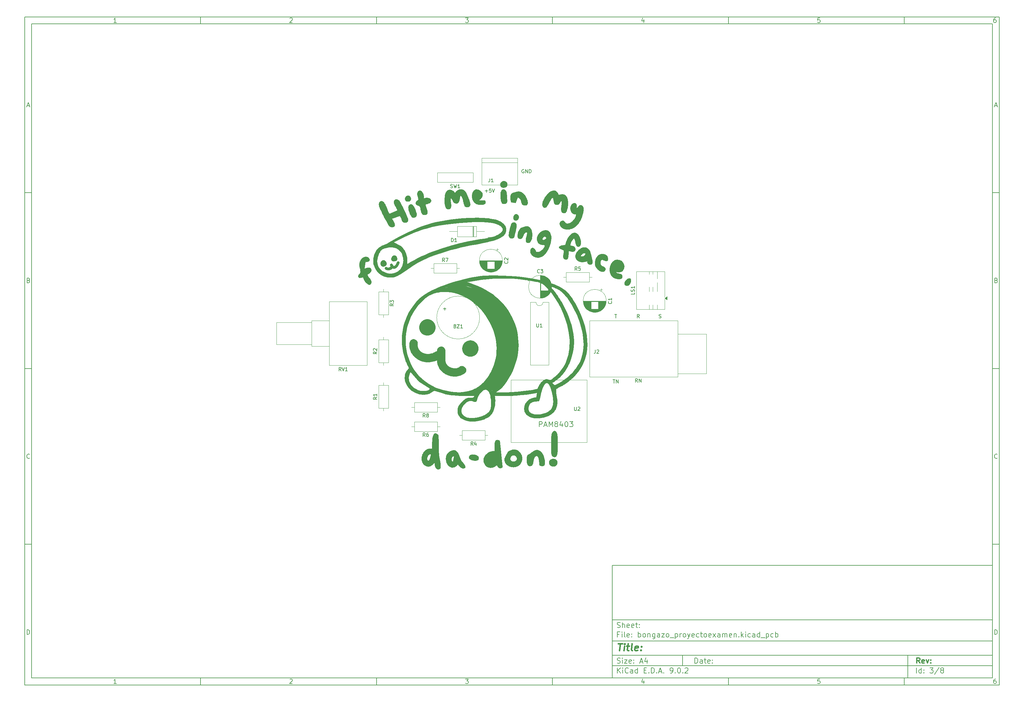
<source format=gbr>
%TF.GenerationSoftware,KiCad,Pcbnew,9.0.2*%
%TF.CreationDate,2025-06-20T15:30:42-04:00*%
%TF.ProjectId,bongazo_proyectoexamen,626f6e67-617a-46f5-9f70-726f79656374,rev?*%
%TF.SameCoordinates,Original*%
%TF.FileFunction,Legend,Top*%
%TF.FilePolarity,Positive*%
%FSLAX46Y46*%
G04 Gerber Fmt 4.6, Leading zero omitted, Abs format (unit mm)*
G04 Created by KiCad (PCBNEW 9.0.2) date 2025-06-20 15:30:42*
%MOMM*%
%LPD*%
G01*
G04 APERTURE LIST*
%ADD10C,0.100000*%
%ADD11C,0.150000*%
%ADD12C,0.300000*%
%ADD13C,0.400000*%
%ADD14C,0.000000*%
%ADD15C,0.187500*%
%ADD16C,0.120000*%
G04 APERTURE END LIST*
D10*
D11*
X177002200Y-166007200D02*
X285002200Y-166007200D01*
X285002200Y-198007200D01*
X177002200Y-198007200D01*
X177002200Y-166007200D01*
D10*
D11*
X10000000Y-10000000D02*
X287002200Y-10000000D01*
X287002200Y-200007200D01*
X10000000Y-200007200D01*
X10000000Y-10000000D01*
D10*
D11*
X12000000Y-12000000D02*
X285002200Y-12000000D01*
X285002200Y-198007200D01*
X12000000Y-198007200D01*
X12000000Y-12000000D01*
D10*
D11*
X60000000Y-12000000D02*
X60000000Y-10000000D01*
D10*
D11*
X110000000Y-12000000D02*
X110000000Y-10000000D01*
D10*
D11*
X160000000Y-12000000D02*
X160000000Y-10000000D01*
D10*
D11*
X210000000Y-12000000D02*
X210000000Y-10000000D01*
D10*
D11*
X260000000Y-12000000D02*
X260000000Y-10000000D01*
D10*
D11*
X36089160Y-11593604D02*
X35346303Y-11593604D01*
X35717731Y-11593604D02*
X35717731Y-10293604D01*
X35717731Y-10293604D02*
X35593922Y-10479319D01*
X35593922Y-10479319D02*
X35470112Y-10603128D01*
X35470112Y-10603128D02*
X35346303Y-10665033D01*
D10*
D11*
X85346303Y-10417414D02*
X85408207Y-10355509D01*
X85408207Y-10355509D02*
X85532017Y-10293604D01*
X85532017Y-10293604D02*
X85841541Y-10293604D01*
X85841541Y-10293604D02*
X85965350Y-10355509D01*
X85965350Y-10355509D02*
X86027255Y-10417414D01*
X86027255Y-10417414D02*
X86089160Y-10541223D01*
X86089160Y-10541223D02*
X86089160Y-10665033D01*
X86089160Y-10665033D02*
X86027255Y-10850747D01*
X86027255Y-10850747D02*
X85284398Y-11593604D01*
X85284398Y-11593604D02*
X86089160Y-11593604D01*
D10*
D11*
X135284398Y-10293604D02*
X136089160Y-10293604D01*
X136089160Y-10293604D02*
X135655826Y-10788842D01*
X135655826Y-10788842D02*
X135841541Y-10788842D01*
X135841541Y-10788842D02*
X135965350Y-10850747D01*
X135965350Y-10850747D02*
X136027255Y-10912652D01*
X136027255Y-10912652D02*
X136089160Y-11036461D01*
X136089160Y-11036461D02*
X136089160Y-11345985D01*
X136089160Y-11345985D02*
X136027255Y-11469795D01*
X136027255Y-11469795D02*
X135965350Y-11531700D01*
X135965350Y-11531700D02*
X135841541Y-11593604D01*
X135841541Y-11593604D02*
X135470112Y-11593604D01*
X135470112Y-11593604D02*
X135346303Y-11531700D01*
X135346303Y-11531700D02*
X135284398Y-11469795D01*
D10*
D11*
X185965350Y-10726938D02*
X185965350Y-11593604D01*
X185655826Y-10231700D02*
X185346303Y-11160271D01*
X185346303Y-11160271D02*
X186151064Y-11160271D01*
D10*
D11*
X236027255Y-10293604D02*
X235408207Y-10293604D01*
X235408207Y-10293604D02*
X235346303Y-10912652D01*
X235346303Y-10912652D02*
X235408207Y-10850747D01*
X235408207Y-10850747D02*
X235532017Y-10788842D01*
X235532017Y-10788842D02*
X235841541Y-10788842D01*
X235841541Y-10788842D02*
X235965350Y-10850747D01*
X235965350Y-10850747D02*
X236027255Y-10912652D01*
X236027255Y-10912652D02*
X236089160Y-11036461D01*
X236089160Y-11036461D02*
X236089160Y-11345985D01*
X236089160Y-11345985D02*
X236027255Y-11469795D01*
X236027255Y-11469795D02*
X235965350Y-11531700D01*
X235965350Y-11531700D02*
X235841541Y-11593604D01*
X235841541Y-11593604D02*
X235532017Y-11593604D01*
X235532017Y-11593604D02*
X235408207Y-11531700D01*
X235408207Y-11531700D02*
X235346303Y-11469795D01*
D10*
D11*
X285965350Y-10293604D02*
X285717731Y-10293604D01*
X285717731Y-10293604D02*
X285593922Y-10355509D01*
X285593922Y-10355509D02*
X285532017Y-10417414D01*
X285532017Y-10417414D02*
X285408207Y-10603128D01*
X285408207Y-10603128D02*
X285346303Y-10850747D01*
X285346303Y-10850747D02*
X285346303Y-11345985D01*
X285346303Y-11345985D02*
X285408207Y-11469795D01*
X285408207Y-11469795D02*
X285470112Y-11531700D01*
X285470112Y-11531700D02*
X285593922Y-11593604D01*
X285593922Y-11593604D02*
X285841541Y-11593604D01*
X285841541Y-11593604D02*
X285965350Y-11531700D01*
X285965350Y-11531700D02*
X286027255Y-11469795D01*
X286027255Y-11469795D02*
X286089160Y-11345985D01*
X286089160Y-11345985D02*
X286089160Y-11036461D01*
X286089160Y-11036461D02*
X286027255Y-10912652D01*
X286027255Y-10912652D02*
X285965350Y-10850747D01*
X285965350Y-10850747D02*
X285841541Y-10788842D01*
X285841541Y-10788842D02*
X285593922Y-10788842D01*
X285593922Y-10788842D02*
X285470112Y-10850747D01*
X285470112Y-10850747D02*
X285408207Y-10912652D01*
X285408207Y-10912652D02*
X285346303Y-11036461D01*
D10*
D11*
X60000000Y-198007200D02*
X60000000Y-200007200D01*
D10*
D11*
X110000000Y-198007200D02*
X110000000Y-200007200D01*
D10*
D11*
X160000000Y-198007200D02*
X160000000Y-200007200D01*
D10*
D11*
X210000000Y-198007200D02*
X210000000Y-200007200D01*
D10*
D11*
X260000000Y-198007200D02*
X260000000Y-200007200D01*
D10*
D11*
X36089160Y-199600804D02*
X35346303Y-199600804D01*
X35717731Y-199600804D02*
X35717731Y-198300804D01*
X35717731Y-198300804D02*
X35593922Y-198486519D01*
X35593922Y-198486519D02*
X35470112Y-198610328D01*
X35470112Y-198610328D02*
X35346303Y-198672233D01*
D10*
D11*
X85346303Y-198424614D02*
X85408207Y-198362709D01*
X85408207Y-198362709D02*
X85532017Y-198300804D01*
X85532017Y-198300804D02*
X85841541Y-198300804D01*
X85841541Y-198300804D02*
X85965350Y-198362709D01*
X85965350Y-198362709D02*
X86027255Y-198424614D01*
X86027255Y-198424614D02*
X86089160Y-198548423D01*
X86089160Y-198548423D02*
X86089160Y-198672233D01*
X86089160Y-198672233D02*
X86027255Y-198857947D01*
X86027255Y-198857947D02*
X85284398Y-199600804D01*
X85284398Y-199600804D02*
X86089160Y-199600804D01*
D10*
D11*
X135284398Y-198300804D02*
X136089160Y-198300804D01*
X136089160Y-198300804D02*
X135655826Y-198796042D01*
X135655826Y-198796042D02*
X135841541Y-198796042D01*
X135841541Y-198796042D02*
X135965350Y-198857947D01*
X135965350Y-198857947D02*
X136027255Y-198919852D01*
X136027255Y-198919852D02*
X136089160Y-199043661D01*
X136089160Y-199043661D02*
X136089160Y-199353185D01*
X136089160Y-199353185D02*
X136027255Y-199476995D01*
X136027255Y-199476995D02*
X135965350Y-199538900D01*
X135965350Y-199538900D02*
X135841541Y-199600804D01*
X135841541Y-199600804D02*
X135470112Y-199600804D01*
X135470112Y-199600804D02*
X135346303Y-199538900D01*
X135346303Y-199538900D02*
X135284398Y-199476995D01*
D10*
D11*
X185965350Y-198734138D02*
X185965350Y-199600804D01*
X185655826Y-198238900D02*
X185346303Y-199167471D01*
X185346303Y-199167471D02*
X186151064Y-199167471D01*
D10*
D11*
X236027255Y-198300804D02*
X235408207Y-198300804D01*
X235408207Y-198300804D02*
X235346303Y-198919852D01*
X235346303Y-198919852D02*
X235408207Y-198857947D01*
X235408207Y-198857947D02*
X235532017Y-198796042D01*
X235532017Y-198796042D02*
X235841541Y-198796042D01*
X235841541Y-198796042D02*
X235965350Y-198857947D01*
X235965350Y-198857947D02*
X236027255Y-198919852D01*
X236027255Y-198919852D02*
X236089160Y-199043661D01*
X236089160Y-199043661D02*
X236089160Y-199353185D01*
X236089160Y-199353185D02*
X236027255Y-199476995D01*
X236027255Y-199476995D02*
X235965350Y-199538900D01*
X235965350Y-199538900D02*
X235841541Y-199600804D01*
X235841541Y-199600804D02*
X235532017Y-199600804D01*
X235532017Y-199600804D02*
X235408207Y-199538900D01*
X235408207Y-199538900D02*
X235346303Y-199476995D01*
D10*
D11*
X285965350Y-198300804D02*
X285717731Y-198300804D01*
X285717731Y-198300804D02*
X285593922Y-198362709D01*
X285593922Y-198362709D02*
X285532017Y-198424614D01*
X285532017Y-198424614D02*
X285408207Y-198610328D01*
X285408207Y-198610328D02*
X285346303Y-198857947D01*
X285346303Y-198857947D02*
X285346303Y-199353185D01*
X285346303Y-199353185D02*
X285408207Y-199476995D01*
X285408207Y-199476995D02*
X285470112Y-199538900D01*
X285470112Y-199538900D02*
X285593922Y-199600804D01*
X285593922Y-199600804D02*
X285841541Y-199600804D01*
X285841541Y-199600804D02*
X285965350Y-199538900D01*
X285965350Y-199538900D02*
X286027255Y-199476995D01*
X286027255Y-199476995D02*
X286089160Y-199353185D01*
X286089160Y-199353185D02*
X286089160Y-199043661D01*
X286089160Y-199043661D02*
X286027255Y-198919852D01*
X286027255Y-198919852D02*
X285965350Y-198857947D01*
X285965350Y-198857947D02*
X285841541Y-198796042D01*
X285841541Y-198796042D02*
X285593922Y-198796042D01*
X285593922Y-198796042D02*
X285470112Y-198857947D01*
X285470112Y-198857947D02*
X285408207Y-198919852D01*
X285408207Y-198919852D02*
X285346303Y-199043661D01*
D10*
D11*
X10000000Y-60000000D02*
X12000000Y-60000000D01*
D10*
D11*
X10000000Y-110000000D02*
X12000000Y-110000000D01*
D10*
D11*
X10000000Y-160000000D02*
X12000000Y-160000000D01*
D10*
D11*
X10690476Y-35222176D02*
X11309523Y-35222176D01*
X10566666Y-35593604D02*
X10999999Y-34293604D01*
X10999999Y-34293604D02*
X11433333Y-35593604D01*
D10*
D11*
X11092857Y-84912652D02*
X11278571Y-84974557D01*
X11278571Y-84974557D02*
X11340476Y-85036461D01*
X11340476Y-85036461D02*
X11402380Y-85160271D01*
X11402380Y-85160271D02*
X11402380Y-85345985D01*
X11402380Y-85345985D02*
X11340476Y-85469795D01*
X11340476Y-85469795D02*
X11278571Y-85531700D01*
X11278571Y-85531700D02*
X11154761Y-85593604D01*
X11154761Y-85593604D02*
X10659523Y-85593604D01*
X10659523Y-85593604D02*
X10659523Y-84293604D01*
X10659523Y-84293604D02*
X11092857Y-84293604D01*
X11092857Y-84293604D02*
X11216666Y-84355509D01*
X11216666Y-84355509D02*
X11278571Y-84417414D01*
X11278571Y-84417414D02*
X11340476Y-84541223D01*
X11340476Y-84541223D02*
X11340476Y-84665033D01*
X11340476Y-84665033D02*
X11278571Y-84788842D01*
X11278571Y-84788842D02*
X11216666Y-84850747D01*
X11216666Y-84850747D02*
X11092857Y-84912652D01*
X11092857Y-84912652D02*
X10659523Y-84912652D01*
D10*
D11*
X11402380Y-135469795D02*
X11340476Y-135531700D01*
X11340476Y-135531700D02*
X11154761Y-135593604D01*
X11154761Y-135593604D02*
X11030952Y-135593604D01*
X11030952Y-135593604D02*
X10845238Y-135531700D01*
X10845238Y-135531700D02*
X10721428Y-135407890D01*
X10721428Y-135407890D02*
X10659523Y-135284080D01*
X10659523Y-135284080D02*
X10597619Y-135036461D01*
X10597619Y-135036461D02*
X10597619Y-134850747D01*
X10597619Y-134850747D02*
X10659523Y-134603128D01*
X10659523Y-134603128D02*
X10721428Y-134479319D01*
X10721428Y-134479319D02*
X10845238Y-134355509D01*
X10845238Y-134355509D02*
X11030952Y-134293604D01*
X11030952Y-134293604D02*
X11154761Y-134293604D01*
X11154761Y-134293604D02*
X11340476Y-134355509D01*
X11340476Y-134355509D02*
X11402380Y-134417414D01*
D10*
D11*
X10659523Y-185593604D02*
X10659523Y-184293604D01*
X10659523Y-184293604D02*
X10969047Y-184293604D01*
X10969047Y-184293604D02*
X11154761Y-184355509D01*
X11154761Y-184355509D02*
X11278571Y-184479319D01*
X11278571Y-184479319D02*
X11340476Y-184603128D01*
X11340476Y-184603128D02*
X11402380Y-184850747D01*
X11402380Y-184850747D02*
X11402380Y-185036461D01*
X11402380Y-185036461D02*
X11340476Y-185284080D01*
X11340476Y-185284080D02*
X11278571Y-185407890D01*
X11278571Y-185407890D02*
X11154761Y-185531700D01*
X11154761Y-185531700D02*
X10969047Y-185593604D01*
X10969047Y-185593604D02*
X10659523Y-185593604D01*
D10*
D11*
X287002200Y-60000000D02*
X285002200Y-60000000D01*
D10*
D11*
X287002200Y-110000000D02*
X285002200Y-110000000D01*
D10*
D11*
X287002200Y-160000000D02*
X285002200Y-160000000D01*
D10*
D11*
X285692676Y-35222176D02*
X286311723Y-35222176D01*
X285568866Y-35593604D02*
X286002199Y-34293604D01*
X286002199Y-34293604D02*
X286435533Y-35593604D01*
D10*
D11*
X286095057Y-84912652D02*
X286280771Y-84974557D01*
X286280771Y-84974557D02*
X286342676Y-85036461D01*
X286342676Y-85036461D02*
X286404580Y-85160271D01*
X286404580Y-85160271D02*
X286404580Y-85345985D01*
X286404580Y-85345985D02*
X286342676Y-85469795D01*
X286342676Y-85469795D02*
X286280771Y-85531700D01*
X286280771Y-85531700D02*
X286156961Y-85593604D01*
X286156961Y-85593604D02*
X285661723Y-85593604D01*
X285661723Y-85593604D02*
X285661723Y-84293604D01*
X285661723Y-84293604D02*
X286095057Y-84293604D01*
X286095057Y-84293604D02*
X286218866Y-84355509D01*
X286218866Y-84355509D02*
X286280771Y-84417414D01*
X286280771Y-84417414D02*
X286342676Y-84541223D01*
X286342676Y-84541223D02*
X286342676Y-84665033D01*
X286342676Y-84665033D02*
X286280771Y-84788842D01*
X286280771Y-84788842D02*
X286218866Y-84850747D01*
X286218866Y-84850747D02*
X286095057Y-84912652D01*
X286095057Y-84912652D02*
X285661723Y-84912652D01*
D10*
D11*
X286404580Y-135469795D02*
X286342676Y-135531700D01*
X286342676Y-135531700D02*
X286156961Y-135593604D01*
X286156961Y-135593604D02*
X286033152Y-135593604D01*
X286033152Y-135593604D02*
X285847438Y-135531700D01*
X285847438Y-135531700D02*
X285723628Y-135407890D01*
X285723628Y-135407890D02*
X285661723Y-135284080D01*
X285661723Y-135284080D02*
X285599819Y-135036461D01*
X285599819Y-135036461D02*
X285599819Y-134850747D01*
X285599819Y-134850747D02*
X285661723Y-134603128D01*
X285661723Y-134603128D02*
X285723628Y-134479319D01*
X285723628Y-134479319D02*
X285847438Y-134355509D01*
X285847438Y-134355509D02*
X286033152Y-134293604D01*
X286033152Y-134293604D02*
X286156961Y-134293604D01*
X286156961Y-134293604D02*
X286342676Y-134355509D01*
X286342676Y-134355509D02*
X286404580Y-134417414D01*
D10*
D11*
X285661723Y-185593604D02*
X285661723Y-184293604D01*
X285661723Y-184293604D02*
X285971247Y-184293604D01*
X285971247Y-184293604D02*
X286156961Y-184355509D01*
X286156961Y-184355509D02*
X286280771Y-184479319D01*
X286280771Y-184479319D02*
X286342676Y-184603128D01*
X286342676Y-184603128D02*
X286404580Y-184850747D01*
X286404580Y-184850747D02*
X286404580Y-185036461D01*
X286404580Y-185036461D02*
X286342676Y-185284080D01*
X286342676Y-185284080D02*
X286280771Y-185407890D01*
X286280771Y-185407890D02*
X286156961Y-185531700D01*
X286156961Y-185531700D02*
X285971247Y-185593604D01*
X285971247Y-185593604D02*
X285661723Y-185593604D01*
D10*
D11*
X200458026Y-193793328D02*
X200458026Y-192293328D01*
X200458026Y-192293328D02*
X200815169Y-192293328D01*
X200815169Y-192293328D02*
X201029455Y-192364757D01*
X201029455Y-192364757D02*
X201172312Y-192507614D01*
X201172312Y-192507614D02*
X201243741Y-192650471D01*
X201243741Y-192650471D02*
X201315169Y-192936185D01*
X201315169Y-192936185D02*
X201315169Y-193150471D01*
X201315169Y-193150471D02*
X201243741Y-193436185D01*
X201243741Y-193436185D02*
X201172312Y-193579042D01*
X201172312Y-193579042D02*
X201029455Y-193721900D01*
X201029455Y-193721900D02*
X200815169Y-193793328D01*
X200815169Y-193793328D02*
X200458026Y-193793328D01*
X202600884Y-193793328D02*
X202600884Y-193007614D01*
X202600884Y-193007614D02*
X202529455Y-192864757D01*
X202529455Y-192864757D02*
X202386598Y-192793328D01*
X202386598Y-192793328D02*
X202100884Y-192793328D01*
X202100884Y-192793328D02*
X201958026Y-192864757D01*
X202600884Y-193721900D02*
X202458026Y-193793328D01*
X202458026Y-193793328D02*
X202100884Y-193793328D01*
X202100884Y-193793328D02*
X201958026Y-193721900D01*
X201958026Y-193721900D02*
X201886598Y-193579042D01*
X201886598Y-193579042D02*
X201886598Y-193436185D01*
X201886598Y-193436185D02*
X201958026Y-193293328D01*
X201958026Y-193293328D02*
X202100884Y-193221900D01*
X202100884Y-193221900D02*
X202458026Y-193221900D01*
X202458026Y-193221900D02*
X202600884Y-193150471D01*
X203100884Y-192793328D02*
X203672312Y-192793328D01*
X203315169Y-192293328D02*
X203315169Y-193579042D01*
X203315169Y-193579042D02*
X203386598Y-193721900D01*
X203386598Y-193721900D02*
X203529455Y-193793328D01*
X203529455Y-193793328D02*
X203672312Y-193793328D01*
X204743741Y-193721900D02*
X204600884Y-193793328D01*
X204600884Y-193793328D02*
X204315170Y-193793328D01*
X204315170Y-193793328D02*
X204172312Y-193721900D01*
X204172312Y-193721900D02*
X204100884Y-193579042D01*
X204100884Y-193579042D02*
X204100884Y-193007614D01*
X204100884Y-193007614D02*
X204172312Y-192864757D01*
X204172312Y-192864757D02*
X204315170Y-192793328D01*
X204315170Y-192793328D02*
X204600884Y-192793328D01*
X204600884Y-192793328D02*
X204743741Y-192864757D01*
X204743741Y-192864757D02*
X204815170Y-193007614D01*
X204815170Y-193007614D02*
X204815170Y-193150471D01*
X204815170Y-193150471D02*
X204100884Y-193293328D01*
X205458026Y-193650471D02*
X205529455Y-193721900D01*
X205529455Y-193721900D02*
X205458026Y-193793328D01*
X205458026Y-193793328D02*
X205386598Y-193721900D01*
X205386598Y-193721900D02*
X205458026Y-193650471D01*
X205458026Y-193650471D02*
X205458026Y-193793328D01*
X205458026Y-192864757D02*
X205529455Y-192936185D01*
X205529455Y-192936185D02*
X205458026Y-193007614D01*
X205458026Y-193007614D02*
X205386598Y-192936185D01*
X205386598Y-192936185D02*
X205458026Y-192864757D01*
X205458026Y-192864757D02*
X205458026Y-193007614D01*
D10*
D11*
X177002200Y-194507200D02*
X285002200Y-194507200D01*
D10*
D11*
X178458026Y-196593328D02*
X178458026Y-195093328D01*
X179315169Y-196593328D02*
X178672312Y-195736185D01*
X179315169Y-195093328D02*
X178458026Y-195950471D01*
X179958026Y-196593328D02*
X179958026Y-195593328D01*
X179958026Y-195093328D02*
X179886598Y-195164757D01*
X179886598Y-195164757D02*
X179958026Y-195236185D01*
X179958026Y-195236185D02*
X180029455Y-195164757D01*
X180029455Y-195164757D02*
X179958026Y-195093328D01*
X179958026Y-195093328D02*
X179958026Y-195236185D01*
X181529455Y-196450471D02*
X181458027Y-196521900D01*
X181458027Y-196521900D02*
X181243741Y-196593328D01*
X181243741Y-196593328D02*
X181100884Y-196593328D01*
X181100884Y-196593328D02*
X180886598Y-196521900D01*
X180886598Y-196521900D02*
X180743741Y-196379042D01*
X180743741Y-196379042D02*
X180672312Y-196236185D01*
X180672312Y-196236185D02*
X180600884Y-195950471D01*
X180600884Y-195950471D02*
X180600884Y-195736185D01*
X180600884Y-195736185D02*
X180672312Y-195450471D01*
X180672312Y-195450471D02*
X180743741Y-195307614D01*
X180743741Y-195307614D02*
X180886598Y-195164757D01*
X180886598Y-195164757D02*
X181100884Y-195093328D01*
X181100884Y-195093328D02*
X181243741Y-195093328D01*
X181243741Y-195093328D02*
X181458027Y-195164757D01*
X181458027Y-195164757D02*
X181529455Y-195236185D01*
X182815170Y-196593328D02*
X182815170Y-195807614D01*
X182815170Y-195807614D02*
X182743741Y-195664757D01*
X182743741Y-195664757D02*
X182600884Y-195593328D01*
X182600884Y-195593328D02*
X182315170Y-195593328D01*
X182315170Y-195593328D02*
X182172312Y-195664757D01*
X182815170Y-196521900D02*
X182672312Y-196593328D01*
X182672312Y-196593328D02*
X182315170Y-196593328D01*
X182315170Y-196593328D02*
X182172312Y-196521900D01*
X182172312Y-196521900D02*
X182100884Y-196379042D01*
X182100884Y-196379042D02*
X182100884Y-196236185D01*
X182100884Y-196236185D02*
X182172312Y-196093328D01*
X182172312Y-196093328D02*
X182315170Y-196021900D01*
X182315170Y-196021900D02*
X182672312Y-196021900D01*
X182672312Y-196021900D02*
X182815170Y-195950471D01*
X184172313Y-196593328D02*
X184172313Y-195093328D01*
X184172313Y-196521900D02*
X184029455Y-196593328D01*
X184029455Y-196593328D02*
X183743741Y-196593328D01*
X183743741Y-196593328D02*
X183600884Y-196521900D01*
X183600884Y-196521900D02*
X183529455Y-196450471D01*
X183529455Y-196450471D02*
X183458027Y-196307614D01*
X183458027Y-196307614D02*
X183458027Y-195879042D01*
X183458027Y-195879042D02*
X183529455Y-195736185D01*
X183529455Y-195736185D02*
X183600884Y-195664757D01*
X183600884Y-195664757D02*
X183743741Y-195593328D01*
X183743741Y-195593328D02*
X184029455Y-195593328D01*
X184029455Y-195593328D02*
X184172313Y-195664757D01*
X186029455Y-195807614D02*
X186529455Y-195807614D01*
X186743741Y-196593328D02*
X186029455Y-196593328D01*
X186029455Y-196593328D02*
X186029455Y-195093328D01*
X186029455Y-195093328D02*
X186743741Y-195093328D01*
X187386598Y-196450471D02*
X187458027Y-196521900D01*
X187458027Y-196521900D02*
X187386598Y-196593328D01*
X187386598Y-196593328D02*
X187315170Y-196521900D01*
X187315170Y-196521900D02*
X187386598Y-196450471D01*
X187386598Y-196450471D02*
X187386598Y-196593328D01*
X188100884Y-196593328D02*
X188100884Y-195093328D01*
X188100884Y-195093328D02*
X188458027Y-195093328D01*
X188458027Y-195093328D02*
X188672313Y-195164757D01*
X188672313Y-195164757D02*
X188815170Y-195307614D01*
X188815170Y-195307614D02*
X188886599Y-195450471D01*
X188886599Y-195450471D02*
X188958027Y-195736185D01*
X188958027Y-195736185D02*
X188958027Y-195950471D01*
X188958027Y-195950471D02*
X188886599Y-196236185D01*
X188886599Y-196236185D02*
X188815170Y-196379042D01*
X188815170Y-196379042D02*
X188672313Y-196521900D01*
X188672313Y-196521900D02*
X188458027Y-196593328D01*
X188458027Y-196593328D02*
X188100884Y-196593328D01*
X189600884Y-196450471D02*
X189672313Y-196521900D01*
X189672313Y-196521900D02*
X189600884Y-196593328D01*
X189600884Y-196593328D02*
X189529456Y-196521900D01*
X189529456Y-196521900D02*
X189600884Y-196450471D01*
X189600884Y-196450471D02*
X189600884Y-196593328D01*
X190243742Y-196164757D02*
X190958028Y-196164757D01*
X190100885Y-196593328D02*
X190600885Y-195093328D01*
X190600885Y-195093328D02*
X191100885Y-196593328D01*
X191600884Y-196450471D02*
X191672313Y-196521900D01*
X191672313Y-196521900D02*
X191600884Y-196593328D01*
X191600884Y-196593328D02*
X191529456Y-196521900D01*
X191529456Y-196521900D02*
X191600884Y-196450471D01*
X191600884Y-196450471D02*
X191600884Y-196593328D01*
X193529456Y-196593328D02*
X193815170Y-196593328D01*
X193815170Y-196593328D02*
X193958027Y-196521900D01*
X193958027Y-196521900D02*
X194029456Y-196450471D01*
X194029456Y-196450471D02*
X194172313Y-196236185D01*
X194172313Y-196236185D02*
X194243742Y-195950471D01*
X194243742Y-195950471D02*
X194243742Y-195379042D01*
X194243742Y-195379042D02*
X194172313Y-195236185D01*
X194172313Y-195236185D02*
X194100885Y-195164757D01*
X194100885Y-195164757D02*
X193958027Y-195093328D01*
X193958027Y-195093328D02*
X193672313Y-195093328D01*
X193672313Y-195093328D02*
X193529456Y-195164757D01*
X193529456Y-195164757D02*
X193458027Y-195236185D01*
X193458027Y-195236185D02*
X193386599Y-195379042D01*
X193386599Y-195379042D02*
X193386599Y-195736185D01*
X193386599Y-195736185D02*
X193458027Y-195879042D01*
X193458027Y-195879042D02*
X193529456Y-195950471D01*
X193529456Y-195950471D02*
X193672313Y-196021900D01*
X193672313Y-196021900D02*
X193958027Y-196021900D01*
X193958027Y-196021900D02*
X194100885Y-195950471D01*
X194100885Y-195950471D02*
X194172313Y-195879042D01*
X194172313Y-195879042D02*
X194243742Y-195736185D01*
X194886598Y-196450471D02*
X194958027Y-196521900D01*
X194958027Y-196521900D02*
X194886598Y-196593328D01*
X194886598Y-196593328D02*
X194815170Y-196521900D01*
X194815170Y-196521900D02*
X194886598Y-196450471D01*
X194886598Y-196450471D02*
X194886598Y-196593328D01*
X195886599Y-195093328D02*
X196029456Y-195093328D01*
X196029456Y-195093328D02*
X196172313Y-195164757D01*
X196172313Y-195164757D02*
X196243742Y-195236185D01*
X196243742Y-195236185D02*
X196315170Y-195379042D01*
X196315170Y-195379042D02*
X196386599Y-195664757D01*
X196386599Y-195664757D02*
X196386599Y-196021900D01*
X196386599Y-196021900D02*
X196315170Y-196307614D01*
X196315170Y-196307614D02*
X196243742Y-196450471D01*
X196243742Y-196450471D02*
X196172313Y-196521900D01*
X196172313Y-196521900D02*
X196029456Y-196593328D01*
X196029456Y-196593328D02*
X195886599Y-196593328D01*
X195886599Y-196593328D02*
X195743742Y-196521900D01*
X195743742Y-196521900D02*
X195672313Y-196450471D01*
X195672313Y-196450471D02*
X195600884Y-196307614D01*
X195600884Y-196307614D02*
X195529456Y-196021900D01*
X195529456Y-196021900D02*
X195529456Y-195664757D01*
X195529456Y-195664757D02*
X195600884Y-195379042D01*
X195600884Y-195379042D02*
X195672313Y-195236185D01*
X195672313Y-195236185D02*
X195743742Y-195164757D01*
X195743742Y-195164757D02*
X195886599Y-195093328D01*
X197029455Y-196450471D02*
X197100884Y-196521900D01*
X197100884Y-196521900D02*
X197029455Y-196593328D01*
X197029455Y-196593328D02*
X196958027Y-196521900D01*
X196958027Y-196521900D02*
X197029455Y-196450471D01*
X197029455Y-196450471D02*
X197029455Y-196593328D01*
X197672313Y-195236185D02*
X197743741Y-195164757D01*
X197743741Y-195164757D02*
X197886599Y-195093328D01*
X197886599Y-195093328D02*
X198243741Y-195093328D01*
X198243741Y-195093328D02*
X198386599Y-195164757D01*
X198386599Y-195164757D02*
X198458027Y-195236185D01*
X198458027Y-195236185D02*
X198529456Y-195379042D01*
X198529456Y-195379042D02*
X198529456Y-195521900D01*
X198529456Y-195521900D02*
X198458027Y-195736185D01*
X198458027Y-195736185D02*
X197600884Y-196593328D01*
X197600884Y-196593328D02*
X198529456Y-196593328D01*
D10*
D11*
X177002200Y-191507200D02*
X285002200Y-191507200D01*
D10*
D12*
X264413853Y-193785528D02*
X263913853Y-193071242D01*
X263556710Y-193785528D02*
X263556710Y-192285528D01*
X263556710Y-192285528D02*
X264128139Y-192285528D01*
X264128139Y-192285528D02*
X264270996Y-192356957D01*
X264270996Y-192356957D02*
X264342425Y-192428385D01*
X264342425Y-192428385D02*
X264413853Y-192571242D01*
X264413853Y-192571242D02*
X264413853Y-192785528D01*
X264413853Y-192785528D02*
X264342425Y-192928385D01*
X264342425Y-192928385D02*
X264270996Y-192999814D01*
X264270996Y-192999814D02*
X264128139Y-193071242D01*
X264128139Y-193071242D02*
X263556710Y-193071242D01*
X265628139Y-193714100D02*
X265485282Y-193785528D01*
X265485282Y-193785528D02*
X265199568Y-193785528D01*
X265199568Y-193785528D02*
X265056710Y-193714100D01*
X265056710Y-193714100D02*
X264985282Y-193571242D01*
X264985282Y-193571242D02*
X264985282Y-192999814D01*
X264985282Y-192999814D02*
X265056710Y-192856957D01*
X265056710Y-192856957D02*
X265199568Y-192785528D01*
X265199568Y-192785528D02*
X265485282Y-192785528D01*
X265485282Y-192785528D02*
X265628139Y-192856957D01*
X265628139Y-192856957D02*
X265699568Y-192999814D01*
X265699568Y-192999814D02*
X265699568Y-193142671D01*
X265699568Y-193142671D02*
X264985282Y-193285528D01*
X266199567Y-192785528D02*
X266556710Y-193785528D01*
X266556710Y-193785528D02*
X266913853Y-192785528D01*
X267485281Y-193642671D02*
X267556710Y-193714100D01*
X267556710Y-193714100D02*
X267485281Y-193785528D01*
X267485281Y-193785528D02*
X267413853Y-193714100D01*
X267413853Y-193714100D02*
X267485281Y-193642671D01*
X267485281Y-193642671D02*
X267485281Y-193785528D01*
X267485281Y-192856957D02*
X267556710Y-192928385D01*
X267556710Y-192928385D02*
X267485281Y-192999814D01*
X267485281Y-192999814D02*
X267413853Y-192928385D01*
X267413853Y-192928385D02*
X267485281Y-192856957D01*
X267485281Y-192856957D02*
X267485281Y-192999814D01*
D10*
D11*
X178386598Y-193721900D02*
X178600884Y-193793328D01*
X178600884Y-193793328D02*
X178958026Y-193793328D01*
X178958026Y-193793328D02*
X179100884Y-193721900D01*
X179100884Y-193721900D02*
X179172312Y-193650471D01*
X179172312Y-193650471D02*
X179243741Y-193507614D01*
X179243741Y-193507614D02*
X179243741Y-193364757D01*
X179243741Y-193364757D02*
X179172312Y-193221900D01*
X179172312Y-193221900D02*
X179100884Y-193150471D01*
X179100884Y-193150471D02*
X178958026Y-193079042D01*
X178958026Y-193079042D02*
X178672312Y-193007614D01*
X178672312Y-193007614D02*
X178529455Y-192936185D01*
X178529455Y-192936185D02*
X178458026Y-192864757D01*
X178458026Y-192864757D02*
X178386598Y-192721900D01*
X178386598Y-192721900D02*
X178386598Y-192579042D01*
X178386598Y-192579042D02*
X178458026Y-192436185D01*
X178458026Y-192436185D02*
X178529455Y-192364757D01*
X178529455Y-192364757D02*
X178672312Y-192293328D01*
X178672312Y-192293328D02*
X179029455Y-192293328D01*
X179029455Y-192293328D02*
X179243741Y-192364757D01*
X179886597Y-193793328D02*
X179886597Y-192793328D01*
X179886597Y-192293328D02*
X179815169Y-192364757D01*
X179815169Y-192364757D02*
X179886597Y-192436185D01*
X179886597Y-192436185D02*
X179958026Y-192364757D01*
X179958026Y-192364757D02*
X179886597Y-192293328D01*
X179886597Y-192293328D02*
X179886597Y-192436185D01*
X180458026Y-192793328D02*
X181243741Y-192793328D01*
X181243741Y-192793328D02*
X180458026Y-193793328D01*
X180458026Y-193793328D02*
X181243741Y-193793328D01*
X182386598Y-193721900D02*
X182243741Y-193793328D01*
X182243741Y-193793328D02*
X181958027Y-193793328D01*
X181958027Y-193793328D02*
X181815169Y-193721900D01*
X181815169Y-193721900D02*
X181743741Y-193579042D01*
X181743741Y-193579042D02*
X181743741Y-193007614D01*
X181743741Y-193007614D02*
X181815169Y-192864757D01*
X181815169Y-192864757D02*
X181958027Y-192793328D01*
X181958027Y-192793328D02*
X182243741Y-192793328D01*
X182243741Y-192793328D02*
X182386598Y-192864757D01*
X182386598Y-192864757D02*
X182458027Y-193007614D01*
X182458027Y-193007614D02*
X182458027Y-193150471D01*
X182458027Y-193150471D02*
X181743741Y-193293328D01*
X183100883Y-193650471D02*
X183172312Y-193721900D01*
X183172312Y-193721900D02*
X183100883Y-193793328D01*
X183100883Y-193793328D02*
X183029455Y-193721900D01*
X183029455Y-193721900D02*
X183100883Y-193650471D01*
X183100883Y-193650471D02*
X183100883Y-193793328D01*
X183100883Y-192864757D02*
X183172312Y-192936185D01*
X183172312Y-192936185D02*
X183100883Y-193007614D01*
X183100883Y-193007614D02*
X183029455Y-192936185D01*
X183029455Y-192936185D02*
X183100883Y-192864757D01*
X183100883Y-192864757D02*
X183100883Y-193007614D01*
X184886598Y-193364757D02*
X185600884Y-193364757D01*
X184743741Y-193793328D02*
X185243741Y-192293328D01*
X185243741Y-192293328D02*
X185743741Y-193793328D01*
X186886598Y-192793328D02*
X186886598Y-193793328D01*
X186529455Y-192221900D02*
X186172312Y-193293328D01*
X186172312Y-193293328D02*
X187100883Y-193293328D01*
D10*
D11*
X263458026Y-196593328D02*
X263458026Y-195093328D01*
X264815170Y-196593328D02*
X264815170Y-195093328D01*
X264815170Y-196521900D02*
X264672312Y-196593328D01*
X264672312Y-196593328D02*
X264386598Y-196593328D01*
X264386598Y-196593328D02*
X264243741Y-196521900D01*
X264243741Y-196521900D02*
X264172312Y-196450471D01*
X264172312Y-196450471D02*
X264100884Y-196307614D01*
X264100884Y-196307614D02*
X264100884Y-195879042D01*
X264100884Y-195879042D02*
X264172312Y-195736185D01*
X264172312Y-195736185D02*
X264243741Y-195664757D01*
X264243741Y-195664757D02*
X264386598Y-195593328D01*
X264386598Y-195593328D02*
X264672312Y-195593328D01*
X264672312Y-195593328D02*
X264815170Y-195664757D01*
X265529455Y-196450471D02*
X265600884Y-196521900D01*
X265600884Y-196521900D02*
X265529455Y-196593328D01*
X265529455Y-196593328D02*
X265458027Y-196521900D01*
X265458027Y-196521900D02*
X265529455Y-196450471D01*
X265529455Y-196450471D02*
X265529455Y-196593328D01*
X265529455Y-195664757D02*
X265600884Y-195736185D01*
X265600884Y-195736185D02*
X265529455Y-195807614D01*
X265529455Y-195807614D02*
X265458027Y-195736185D01*
X265458027Y-195736185D02*
X265529455Y-195664757D01*
X265529455Y-195664757D02*
X265529455Y-195807614D01*
X267243741Y-195093328D02*
X268172313Y-195093328D01*
X268172313Y-195093328D02*
X267672313Y-195664757D01*
X267672313Y-195664757D02*
X267886598Y-195664757D01*
X267886598Y-195664757D02*
X268029456Y-195736185D01*
X268029456Y-195736185D02*
X268100884Y-195807614D01*
X268100884Y-195807614D02*
X268172313Y-195950471D01*
X268172313Y-195950471D02*
X268172313Y-196307614D01*
X268172313Y-196307614D02*
X268100884Y-196450471D01*
X268100884Y-196450471D02*
X268029456Y-196521900D01*
X268029456Y-196521900D02*
X267886598Y-196593328D01*
X267886598Y-196593328D02*
X267458027Y-196593328D01*
X267458027Y-196593328D02*
X267315170Y-196521900D01*
X267315170Y-196521900D02*
X267243741Y-196450471D01*
X269886598Y-195021900D02*
X268600884Y-196950471D01*
X270600884Y-195736185D02*
X270458027Y-195664757D01*
X270458027Y-195664757D02*
X270386598Y-195593328D01*
X270386598Y-195593328D02*
X270315170Y-195450471D01*
X270315170Y-195450471D02*
X270315170Y-195379042D01*
X270315170Y-195379042D02*
X270386598Y-195236185D01*
X270386598Y-195236185D02*
X270458027Y-195164757D01*
X270458027Y-195164757D02*
X270600884Y-195093328D01*
X270600884Y-195093328D02*
X270886598Y-195093328D01*
X270886598Y-195093328D02*
X271029456Y-195164757D01*
X271029456Y-195164757D02*
X271100884Y-195236185D01*
X271100884Y-195236185D02*
X271172313Y-195379042D01*
X271172313Y-195379042D02*
X271172313Y-195450471D01*
X271172313Y-195450471D02*
X271100884Y-195593328D01*
X271100884Y-195593328D02*
X271029456Y-195664757D01*
X271029456Y-195664757D02*
X270886598Y-195736185D01*
X270886598Y-195736185D02*
X270600884Y-195736185D01*
X270600884Y-195736185D02*
X270458027Y-195807614D01*
X270458027Y-195807614D02*
X270386598Y-195879042D01*
X270386598Y-195879042D02*
X270315170Y-196021900D01*
X270315170Y-196021900D02*
X270315170Y-196307614D01*
X270315170Y-196307614D02*
X270386598Y-196450471D01*
X270386598Y-196450471D02*
X270458027Y-196521900D01*
X270458027Y-196521900D02*
X270600884Y-196593328D01*
X270600884Y-196593328D02*
X270886598Y-196593328D01*
X270886598Y-196593328D02*
X271029456Y-196521900D01*
X271029456Y-196521900D02*
X271100884Y-196450471D01*
X271100884Y-196450471D02*
X271172313Y-196307614D01*
X271172313Y-196307614D02*
X271172313Y-196021900D01*
X271172313Y-196021900D02*
X271100884Y-195879042D01*
X271100884Y-195879042D02*
X271029456Y-195807614D01*
X271029456Y-195807614D02*
X270886598Y-195736185D01*
D10*
D11*
X177002200Y-187507200D02*
X285002200Y-187507200D01*
D10*
D13*
X178693928Y-188211638D02*
X179836785Y-188211638D01*
X179015357Y-190211638D02*
X179265357Y-188211638D01*
X180253452Y-190211638D02*
X180420119Y-188878304D01*
X180503452Y-188211638D02*
X180396309Y-188306876D01*
X180396309Y-188306876D02*
X180479643Y-188402114D01*
X180479643Y-188402114D02*
X180586786Y-188306876D01*
X180586786Y-188306876D02*
X180503452Y-188211638D01*
X180503452Y-188211638D02*
X180479643Y-188402114D01*
X181086786Y-188878304D02*
X181848690Y-188878304D01*
X181455833Y-188211638D02*
X181241548Y-189925923D01*
X181241548Y-189925923D02*
X181312976Y-190116400D01*
X181312976Y-190116400D02*
X181491548Y-190211638D01*
X181491548Y-190211638D02*
X181682024Y-190211638D01*
X182634405Y-190211638D02*
X182455833Y-190116400D01*
X182455833Y-190116400D02*
X182384405Y-189925923D01*
X182384405Y-189925923D02*
X182598690Y-188211638D01*
X184170119Y-190116400D02*
X183967738Y-190211638D01*
X183967738Y-190211638D02*
X183586785Y-190211638D01*
X183586785Y-190211638D02*
X183408214Y-190116400D01*
X183408214Y-190116400D02*
X183336785Y-189925923D01*
X183336785Y-189925923D02*
X183432024Y-189164019D01*
X183432024Y-189164019D02*
X183551071Y-188973542D01*
X183551071Y-188973542D02*
X183753452Y-188878304D01*
X183753452Y-188878304D02*
X184134404Y-188878304D01*
X184134404Y-188878304D02*
X184312976Y-188973542D01*
X184312976Y-188973542D02*
X184384404Y-189164019D01*
X184384404Y-189164019D02*
X184360595Y-189354495D01*
X184360595Y-189354495D02*
X183384404Y-189544971D01*
X185134405Y-190021161D02*
X185217738Y-190116400D01*
X185217738Y-190116400D02*
X185110595Y-190211638D01*
X185110595Y-190211638D02*
X185027262Y-190116400D01*
X185027262Y-190116400D02*
X185134405Y-190021161D01*
X185134405Y-190021161D02*
X185110595Y-190211638D01*
X185265357Y-188973542D02*
X185348690Y-189068780D01*
X185348690Y-189068780D02*
X185241548Y-189164019D01*
X185241548Y-189164019D02*
X185158214Y-189068780D01*
X185158214Y-189068780D02*
X185265357Y-188973542D01*
X185265357Y-188973542D02*
X185241548Y-189164019D01*
D10*
D11*
X178958026Y-185607614D02*
X178458026Y-185607614D01*
X178458026Y-186393328D02*
X178458026Y-184893328D01*
X178458026Y-184893328D02*
X179172312Y-184893328D01*
X179743740Y-186393328D02*
X179743740Y-185393328D01*
X179743740Y-184893328D02*
X179672312Y-184964757D01*
X179672312Y-184964757D02*
X179743740Y-185036185D01*
X179743740Y-185036185D02*
X179815169Y-184964757D01*
X179815169Y-184964757D02*
X179743740Y-184893328D01*
X179743740Y-184893328D02*
X179743740Y-185036185D01*
X180672312Y-186393328D02*
X180529455Y-186321900D01*
X180529455Y-186321900D02*
X180458026Y-186179042D01*
X180458026Y-186179042D02*
X180458026Y-184893328D01*
X181815169Y-186321900D02*
X181672312Y-186393328D01*
X181672312Y-186393328D02*
X181386598Y-186393328D01*
X181386598Y-186393328D02*
X181243740Y-186321900D01*
X181243740Y-186321900D02*
X181172312Y-186179042D01*
X181172312Y-186179042D02*
X181172312Y-185607614D01*
X181172312Y-185607614D02*
X181243740Y-185464757D01*
X181243740Y-185464757D02*
X181386598Y-185393328D01*
X181386598Y-185393328D02*
X181672312Y-185393328D01*
X181672312Y-185393328D02*
X181815169Y-185464757D01*
X181815169Y-185464757D02*
X181886598Y-185607614D01*
X181886598Y-185607614D02*
X181886598Y-185750471D01*
X181886598Y-185750471D02*
X181172312Y-185893328D01*
X182529454Y-186250471D02*
X182600883Y-186321900D01*
X182600883Y-186321900D02*
X182529454Y-186393328D01*
X182529454Y-186393328D02*
X182458026Y-186321900D01*
X182458026Y-186321900D02*
X182529454Y-186250471D01*
X182529454Y-186250471D02*
X182529454Y-186393328D01*
X182529454Y-185464757D02*
X182600883Y-185536185D01*
X182600883Y-185536185D02*
X182529454Y-185607614D01*
X182529454Y-185607614D02*
X182458026Y-185536185D01*
X182458026Y-185536185D02*
X182529454Y-185464757D01*
X182529454Y-185464757D02*
X182529454Y-185607614D01*
X184386597Y-186393328D02*
X184386597Y-184893328D01*
X184386597Y-185464757D02*
X184529455Y-185393328D01*
X184529455Y-185393328D02*
X184815169Y-185393328D01*
X184815169Y-185393328D02*
X184958026Y-185464757D01*
X184958026Y-185464757D02*
X185029455Y-185536185D01*
X185029455Y-185536185D02*
X185100883Y-185679042D01*
X185100883Y-185679042D02*
X185100883Y-186107614D01*
X185100883Y-186107614D02*
X185029455Y-186250471D01*
X185029455Y-186250471D02*
X184958026Y-186321900D01*
X184958026Y-186321900D02*
X184815169Y-186393328D01*
X184815169Y-186393328D02*
X184529455Y-186393328D01*
X184529455Y-186393328D02*
X184386597Y-186321900D01*
X185958026Y-186393328D02*
X185815169Y-186321900D01*
X185815169Y-186321900D02*
X185743740Y-186250471D01*
X185743740Y-186250471D02*
X185672312Y-186107614D01*
X185672312Y-186107614D02*
X185672312Y-185679042D01*
X185672312Y-185679042D02*
X185743740Y-185536185D01*
X185743740Y-185536185D02*
X185815169Y-185464757D01*
X185815169Y-185464757D02*
X185958026Y-185393328D01*
X185958026Y-185393328D02*
X186172312Y-185393328D01*
X186172312Y-185393328D02*
X186315169Y-185464757D01*
X186315169Y-185464757D02*
X186386598Y-185536185D01*
X186386598Y-185536185D02*
X186458026Y-185679042D01*
X186458026Y-185679042D02*
X186458026Y-186107614D01*
X186458026Y-186107614D02*
X186386598Y-186250471D01*
X186386598Y-186250471D02*
X186315169Y-186321900D01*
X186315169Y-186321900D02*
X186172312Y-186393328D01*
X186172312Y-186393328D02*
X185958026Y-186393328D01*
X187100883Y-185393328D02*
X187100883Y-186393328D01*
X187100883Y-185536185D02*
X187172312Y-185464757D01*
X187172312Y-185464757D02*
X187315169Y-185393328D01*
X187315169Y-185393328D02*
X187529455Y-185393328D01*
X187529455Y-185393328D02*
X187672312Y-185464757D01*
X187672312Y-185464757D02*
X187743741Y-185607614D01*
X187743741Y-185607614D02*
X187743741Y-186393328D01*
X189100884Y-185393328D02*
X189100884Y-186607614D01*
X189100884Y-186607614D02*
X189029455Y-186750471D01*
X189029455Y-186750471D02*
X188958026Y-186821900D01*
X188958026Y-186821900D02*
X188815169Y-186893328D01*
X188815169Y-186893328D02*
X188600884Y-186893328D01*
X188600884Y-186893328D02*
X188458026Y-186821900D01*
X189100884Y-186321900D02*
X188958026Y-186393328D01*
X188958026Y-186393328D02*
X188672312Y-186393328D01*
X188672312Y-186393328D02*
X188529455Y-186321900D01*
X188529455Y-186321900D02*
X188458026Y-186250471D01*
X188458026Y-186250471D02*
X188386598Y-186107614D01*
X188386598Y-186107614D02*
X188386598Y-185679042D01*
X188386598Y-185679042D02*
X188458026Y-185536185D01*
X188458026Y-185536185D02*
X188529455Y-185464757D01*
X188529455Y-185464757D02*
X188672312Y-185393328D01*
X188672312Y-185393328D02*
X188958026Y-185393328D01*
X188958026Y-185393328D02*
X189100884Y-185464757D01*
X190458027Y-186393328D02*
X190458027Y-185607614D01*
X190458027Y-185607614D02*
X190386598Y-185464757D01*
X190386598Y-185464757D02*
X190243741Y-185393328D01*
X190243741Y-185393328D02*
X189958027Y-185393328D01*
X189958027Y-185393328D02*
X189815169Y-185464757D01*
X190458027Y-186321900D02*
X190315169Y-186393328D01*
X190315169Y-186393328D02*
X189958027Y-186393328D01*
X189958027Y-186393328D02*
X189815169Y-186321900D01*
X189815169Y-186321900D02*
X189743741Y-186179042D01*
X189743741Y-186179042D02*
X189743741Y-186036185D01*
X189743741Y-186036185D02*
X189815169Y-185893328D01*
X189815169Y-185893328D02*
X189958027Y-185821900D01*
X189958027Y-185821900D02*
X190315169Y-185821900D01*
X190315169Y-185821900D02*
X190458027Y-185750471D01*
X191029455Y-185393328D02*
X191815170Y-185393328D01*
X191815170Y-185393328D02*
X191029455Y-186393328D01*
X191029455Y-186393328D02*
X191815170Y-186393328D01*
X192600884Y-186393328D02*
X192458027Y-186321900D01*
X192458027Y-186321900D02*
X192386598Y-186250471D01*
X192386598Y-186250471D02*
X192315170Y-186107614D01*
X192315170Y-186107614D02*
X192315170Y-185679042D01*
X192315170Y-185679042D02*
X192386598Y-185536185D01*
X192386598Y-185536185D02*
X192458027Y-185464757D01*
X192458027Y-185464757D02*
X192600884Y-185393328D01*
X192600884Y-185393328D02*
X192815170Y-185393328D01*
X192815170Y-185393328D02*
X192958027Y-185464757D01*
X192958027Y-185464757D02*
X193029456Y-185536185D01*
X193029456Y-185536185D02*
X193100884Y-185679042D01*
X193100884Y-185679042D02*
X193100884Y-186107614D01*
X193100884Y-186107614D02*
X193029456Y-186250471D01*
X193029456Y-186250471D02*
X192958027Y-186321900D01*
X192958027Y-186321900D02*
X192815170Y-186393328D01*
X192815170Y-186393328D02*
X192600884Y-186393328D01*
X193386599Y-186536185D02*
X194529456Y-186536185D01*
X194886598Y-185393328D02*
X194886598Y-186893328D01*
X194886598Y-185464757D02*
X195029456Y-185393328D01*
X195029456Y-185393328D02*
X195315170Y-185393328D01*
X195315170Y-185393328D02*
X195458027Y-185464757D01*
X195458027Y-185464757D02*
X195529456Y-185536185D01*
X195529456Y-185536185D02*
X195600884Y-185679042D01*
X195600884Y-185679042D02*
X195600884Y-186107614D01*
X195600884Y-186107614D02*
X195529456Y-186250471D01*
X195529456Y-186250471D02*
X195458027Y-186321900D01*
X195458027Y-186321900D02*
X195315170Y-186393328D01*
X195315170Y-186393328D02*
X195029456Y-186393328D01*
X195029456Y-186393328D02*
X194886598Y-186321900D01*
X196243741Y-186393328D02*
X196243741Y-185393328D01*
X196243741Y-185679042D02*
X196315170Y-185536185D01*
X196315170Y-185536185D02*
X196386599Y-185464757D01*
X196386599Y-185464757D02*
X196529456Y-185393328D01*
X196529456Y-185393328D02*
X196672313Y-185393328D01*
X197386598Y-186393328D02*
X197243741Y-186321900D01*
X197243741Y-186321900D02*
X197172312Y-186250471D01*
X197172312Y-186250471D02*
X197100884Y-186107614D01*
X197100884Y-186107614D02*
X197100884Y-185679042D01*
X197100884Y-185679042D02*
X197172312Y-185536185D01*
X197172312Y-185536185D02*
X197243741Y-185464757D01*
X197243741Y-185464757D02*
X197386598Y-185393328D01*
X197386598Y-185393328D02*
X197600884Y-185393328D01*
X197600884Y-185393328D02*
X197743741Y-185464757D01*
X197743741Y-185464757D02*
X197815170Y-185536185D01*
X197815170Y-185536185D02*
X197886598Y-185679042D01*
X197886598Y-185679042D02*
X197886598Y-186107614D01*
X197886598Y-186107614D02*
X197815170Y-186250471D01*
X197815170Y-186250471D02*
X197743741Y-186321900D01*
X197743741Y-186321900D02*
X197600884Y-186393328D01*
X197600884Y-186393328D02*
X197386598Y-186393328D01*
X198386598Y-185393328D02*
X198743741Y-186393328D01*
X199100884Y-185393328D02*
X198743741Y-186393328D01*
X198743741Y-186393328D02*
X198600884Y-186750471D01*
X198600884Y-186750471D02*
X198529455Y-186821900D01*
X198529455Y-186821900D02*
X198386598Y-186893328D01*
X200243741Y-186321900D02*
X200100884Y-186393328D01*
X200100884Y-186393328D02*
X199815170Y-186393328D01*
X199815170Y-186393328D02*
X199672312Y-186321900D01*
X199672312Y-186321900D02*
X199600884Y-186179042D01*
X199600884Y-186179042D02*
X199600884Y-185607614D01*
X199600884Y-185607614D02*
X199672312Y-185464757D01*
X199672312Y-185464757D02*
X199815170Y-185393328D01*
X199815170Y-185393328D02*
X200100884Y-185393328D01*
X200100884Y-185393328D02*
X200243741Y-185464757D01*
X200243741Y-185464757D02*
X200315170Y-185607614D01*
X200315170Y-185607614D02*
X200315170Y-185750471D01*
X200315170Y-185750471D02*
X199600884Y-185893328D01*
X201600884Y-186321900D02*
X201458026Y-186393328D01*
X201458026Y-186393328D02*
X201172312Y-186393328D01*
X201172312Y-186393328D02*
X201029455Y-186321900D01*
X201029455Y-186321900D02*
X200958026Y-186250471D01*
X200958026Y-186250471D02*
X200886598Y-186107614D01*
X200886598Y-186107614D02*
X200886598Y-185679042D01*
X200886598Y-185679042D02*
X200958026Y-185536185D01*
X200958026Y-185536185D02*
X201029455Y-185464757D01*
X201029455Y-185464757D02*
X201172312Y-185393328D01*
X201172312Y-185393328D02*
X201458026Y-185393328D01*
X201458026Y-185393328D02*
X201600884Y-185464757D01*
X202029455Y-185393328D02*
X202600883Y-185393328D01*
X202243740Y-184893328D02*
X202243740Y-186179042D01*
X202243740Y-186179042D02*
X202315169Y-186321900D01*
X202315169Y-186321900D02*
X202458026Y-186393328D01*
X202458026Y-186393328D02*
X202600883Y-186393328D01*
X203315169Y-186393328D02*
X203172312Y-186321900D01*
X203172312Y-186321900D02*
X203100883Y-186250471D01*
X203100883Y-186250471D02*
X203029455Y-186107614D01*
X203029455Y-186107614D02*
X203029455Y-185679042D01*
X203029455Y-185679042D02*
X203100883Y-185536185D01*
X203100883Y-185536185D02*
X203172312Y-185464757D01*
X203172312Y-185464757D02*
X203315169Y-185393328D01*
X203315169Y-185393328D02*
X203529455Y-185393328D01*
X203529455Y-185393328D02*
X203672312Y-185464757D01*
X203672312Y-185464757D02*
X203743741Y-185536185D01*
X203743741Y-185536185D02*
X203815169Y-185679042D01*
X203815169Y-185679042D02*
X203815169Y-186107614D01*
X203815169Y-186107614D02*
X203743741Y-186250471D01*
X203743741Y-186250471D02*
X203672312Y-186321900D01*
X203672312Y-186321900D02*
X203529455Y-186393328D01*
X203529455Y-186393328D02*
X203315169Y-186393328D01*
X205029455Y-186321900D02*
X204886598Y-186393328D01*
X204886598Y-186393328D02*
X204600884Y-186393328D01*
X204600884Y-186393328D02*
X204458026Y-186321900D01*
X204458026Y-186321900D02*
X204386598Y-186179042D01*
X204386598Y-186179042D02*
X204386598Y-185607614D01*
X204386598Y-185607614D02*
X204458026Y-185464757D01*
X204458026Y-185464757D02*
X204600884Y-185393328D01*
X204600884Y-185393328D02*
X204886598Y-185393328D01*
X204886598Y-185393328D02*
X205029455Y-185464757D01*
X205029455Y-185464757D02*
X205100884Y-185607614D01*
X205100884Y-185607614D02*
X205100884Y-185750471D01*
X205100884Y-185750471D02*
X204386598Y-185893328D01*
X205600883Y-186393328D02*
X206386598Y-185393328D01*
X205600883Y-185393328D02*
X206386598Y-186393328D01*
X207600884Y-186393328D02*
X207600884Y-185607614D01*
X207600884Y-185607614D02*
X207529455Y-185464757D01*
X207529455Y-185464757D02*
X207386598Y-185393328D01*
X207386598Y-185393328D02*
X207100884Y-185393328D01*
X207100884Y-185393328D02*
X206958026Y-185464757D01*
X207600884Y-186321900D02*
X207458026Y-186393328D01*
X207458026Y-186393328D02*
X207100884Y-186393328D01*
X207100884Y-186393328D02*
X206958026Y-186321900D01*
X206958026Y-186321900D02*
X206886598Y-186179042D01*
X206886598Y-186179042D02*
X206886598Y-186036185D01*
X206886598Y-186036185D02*
X206958026Y-185893328D01*
X206958026Y-185893328D02*
X207100884Y-185821900D01*
X207100884Y-185821900D02*
X207458026Y-185821900D01*
X207458026Y-185821900D02*
X207600884Y-185750471D01*
X208315169Y-186393328D02*
X208315169Y-185393328D01*
X208315169Y-185536185D02*
X208386598Y-185464757D01*
X208386598Y-185464757D02*
X208529455Y-185393328D01*
X208529455Y-185393328D02*
X208743741Y-185393328D01*
X208743741Y-185393328D02*
X208886598Y-185464757D01*
X208886598Y-185464757D02*
X208958027Y-185607614D01*
X208958027Y-185607614D02*
X208958027Y-186393328D01*
X208958027Y-185607614D02*
X209029455Y-185464757D01*
X209029455Y-185464757D02*
X209172312Y-185393328D01*
X209172312Y-185393328D02*
X209386598Y-185393328D01*
X209386598Y-185393328D02*
X209529455Y-185464757D01*
X209529455Y-185464757D02*
X209600884Y-185607614D01*
X209600884Y-185607614D02*
X209600884Y-186393328D01*
X210886598Y-186321900D02*
X210743741Y-186393328D01*
X210743741Y-186393328D02*
X210458027Y-186393328D01*
X210458027Y-186393328D02*
X210315169Y-186321900D01*
X210315169Y-186321900D02*
X210243741Y-186179042D01*
X210243741Y-186179042D02*
X210243741Y-185607614D01*
X210243741Y-185607614D02*
X210315169Y-185464757D01*
X210315169Y-185464757D02*
X210458027Y-185393328D01*
X210458027Y-185393328D02*
X210743741Y-185393328D01*
X210743741Y-185393328D02*
X210886598Y-185464757D01*
X210886598Y-185464757D02*
X210958027Y-185607614D01*
X210958027Y-185607614D02*
X210958027Y-185750471D01*
X210958027Y-185750471D02*
X210243741Y-185893328D01*
X211600883Y-185393328D02*
X211600883Y-186393328D01*
X211600883Y-185536185D02*
X211672312Y-185464757D01*
X211672312Y-185464757D02*
X211815169Y-185393328D01*
X211815169Y-185393328D02*
X212029455Y-185393328D01*
X212029455Y-185393328D02*
X212172312Y-185464757D01*
X212172312Y-185464757D02*
X212243741Y-185607614D01*
X212243741Y-185607614D02*
X212243741Y-186393328D01*
X212958026Y-186250471D02*
X213029455Y-186321900D01*
X213029455Y-186321900D02*
X212958026Y-186393328D01*
X212958026Y-186393328D02*
X212886598Y-186321900D01*
X212886598Y-186321900D02*
X212958026Y-186250471D01*
X212958026Y-186250471D02*
X212958026Y-186393328D01*
X213672312Y-186393328D02*
X213672312Y-184893328D01*
X213815170Y-185821900D02*
X214243741Y-186393328D01*
X214243741Y-185393328D02*
X213672312Y-185964757D01*
X214886598Y-186393328D02*
X214886598Y-185393328D01*
X214886598Y-184893328D02*
X214815170Y-184964757D01*
X214815170Y-184964757D02*
X214886598Y-185036185D01*
X214886598Y-185036185D02*
X214958027Y-184964757D01*
X214958027Y-184964757D02*
X214886598Y-184893328D01*
X214886598Y-184893328D02*
X214886598Y-185036185D01*
X216243742Y-186321900D02*
X216100884Y-186393328D01*
X216100884Y-186393328D02*
X215815170Y-186393328D01*
X215815170Y-186393328D02*
X215672313Y-186321900D01*
X215672313Y-186321900D02*
X215600884Y-186250471D01*
X215600884Y-186250471D02*
X215529456Y-186107614D01*
X215529456Y-186107614D02*
X215529456Y-185679042D01*
X215529456Y-185679042D02*
X215600884Y-185536185D01*
X215600884Y-185536185D02*
X215672313Y-185464757D01*
X215672313Y-185464757D02*
X215815170Y-185393328D01*
X215815170Y-185393328D02*
X216100884Y-185393328D01*
X216100884Y-185393328D02*
X216243742Y-185464757D01*
X217529456Y-186393328D02*
X217529456Y-185607614D01*
X217529456Y-185607614D02*
X217458027Y-185464757D01*
X217458027Y-185464757D02*
X217315170Y-185393328D01*
X217315170Y-185393328D02*
X217029456Y-185393328D01*
X217029456Y-185393328D02*
X216886598Y-185464757D01*
X217529456Y-186321900D02*
X217386598Y-186393328D01*
X217386598Y-186393328D02*
X217029456Y-186393328D01*
X217029456Y-186393328D02*
X216886598Y-186321900D01*
X216886598Y-186321900D02*
X216815170Y-186179042D01*
X216815170Y-186179042D02*
X216815170Y-186036185D01*
X216815170Y-186036185D02*
X216886598Y-185893328D01*
X216886598Y-185893328D02*
X217029456Y-185821900D01*
X217029456Y-185821900D02*
X217386598Y-185821900D01*
X217386598Y-185821900D02*
X217529456Y-185750471D01*
X218886599Y-186393328D02*
X218886599Y-184893328D01*
X218886599Y-186321900D02*
X218743741Y-186393328D01*
X218743741Y-186393328D02*
X218458027Y-186393328D01*
X218458027Y-186393328D02*
X218315170Y-186321900D01*
X218315170Y-186321900D02*
X218243741Y-186250471D01*
X218243741Y-186250471D02*
X218172313Y-186107614D01*
X218172313Y-186107614D02*
X218172313Y-185679042D01*
X218172313Y-185679042D02*
X218243741Y-185536185D01*
X218243741Y-185536185D02*
X218315170Y-185464757D01*
X218315170Y-185464757D02*
X218458027Y-185393328D01*
X218458027Y-185393328D02*
X218743741Y-185393328D01*
X218743741Y-185393328D02*
X218886599Y-185464757D01*
X219243742Y-186536185D02*
X220386599Y-186536185D01*
X220743741Y-185393328D02*
X220743741Y-186893328D01*
X220743741Y-185464757D02*
X220886599Y-185393328D01*
X220886599Y-185393328D02*
X221172313Y-185393328D01*
X221172313Y-185393328D02*
X221315170Y-185464757D01*
X221315170Y-185464757D02*
X221386599Y-185536185D01*
X221386599Y-185536185D02*
X221458027Y-185679042D01*
X221458027Y-185679042D02*
X221458027Y-186107614D01*
X221458027Y-186107614D02*
X221386599Y-186250471D01*
X221386599Y-186250471D02*
X221315170Y-186321900D01*
X221315170Y-186321900D02*
X221172313Y-186393328D01*
X221172313Y-186393328D02*
X220886599Y-186393328D01*
X220886599Y-186393328D02*
X220743741Y-186321900D01*
X222743742Y-186321900D02*
X222600884Y-186393328D01*
X222600884Y-186393328D02*
X222315170Y-186393328D01*
X222315170Y-186393328D02*
X222172313Y-186321900D01*
X222172313Y-186321900D02*
X222100884Y-186250471D01*
X222100884Y-186250471D02*
X222029456Y-186107614D01*
X222029456Y-186107614D02*
X222029456Y-185679042D01*
X222029456Y-185679042D02*
X222100884Y-185536185D01*
X222100884Y-185536185D02*
X222172313Y-185464757D01*
X222172313Y-185464757D02*
X222315170Y-185393328D01*
X222315170Y-185393328D02*
X222600884Y-185393328D01*
X222600884Y-185393328D02*
X222743742Y-185464757D01*
X223386598Y-186393328D02*
X223386598Y-184893328D01*
X223386598Y-185464757D02*
X223529456Y-185393328D01*
X223529456Y-185393328D02*
X223815170Y-185393328D01*
X223815170Y-185393328D02*
X223958027Y-185464757D01*
X223958027Y-185464757D02*
X224029456Y-185536185D01*
X224029456Y-185536185D02*
X224100884Y-185679042D01*
X224100884Y-185679042D02*
X224100884Y-186107614D01*
X224100884Y-186107614D02*
X224029456Y-186250471D01*
X224029456Y-186250471D02*
X223958027Y-186321900D01*
X223958027Y-186321900D02*
X223815170Y-186393328D01*
X223815170Y-186393328D02*
X223529456Y-186393328D01*
X223529456Y-186393328D02*
X223386598Y-186321900D01*
D10*
D11*
X177002200Y-181507200D02*
X285002200Y-181507200D01*
D10*
D11*
X178386598Y-183621900D02*
X178600884Y-183693328D01*
X178600884Y-183693328D02*
X178958026Y-183693328D01*
X178958026Y-183693328D02*
X179100884Y-183621900D01*
X179100884Y-183621900D02*
X179172312Y-183550471D01*
X179172312Y-183550471D02*
X179243741Y-183407614D01*
X179243741Y-183407614D02*
X179243741Y-183264757D01*
X179243741Y-183264757D02*
X179172312Y-183121900D01*
X179172312Y-183121900D02*
X179100884Y-183050471D01*
X179100884Y-183050471D02*
X178958026Y-182979042D01*
X178958026Y-182979042D02*
X178672312Y-182907614D01*
X178672312Y-182907614D02*
X178529455Y-182836185D01*
X178529455Y-182836185D02*
X178458026Y-182764757D01*
X178458026Y-182764757D02*
X178386598Y-182621900D01*
X178386598Y-182621900D02*
X178386598Y-182479042D01*
X178386598Y-182479042D02*
X178458026Y-182336185D01*
X178458026Y-182336185D02*
X178529455Y-182264757D01*
X178529455Y-182264757D02*
X178672312Y-182193328D01*
X178672312Y-182193328D02*
X179029455Y-182193328D01*
X179029455Y-182193328D02*
X179243741Y-182264757D01*
X179886597Y-183693328D02*
X179886597Y-182193328D01*
X180529455Y-183693328D02*
X180529455Y-182907614D01*
X180529455Y-182907614D02*
X180458026Y-182764757D01*
X180458026Y-182764757D02*
X180315169Y-182693328D01*
X180315169Y-182693328D02*
X180100883Y-182693328D01*
X180100883Y-182693328D02*
X179958026Y-182764757D01*
X179958026Y-182764757D02*
X179886597Y-182836185D01*
X181815169Y-183621900D02*
X181672312Y-183693328D01*
X181672312Y-183693328D02*
X181386598Y-183693328D01*
X181386598Y-183693328D02*
X181243740Y-183621900D01*
X181243740Y-183621900D02*
X181172312Y-183479042D01*
X181172312Y-183479042D02*
X181172312Y-182907614D01*
X181172312Y-182907614D02*
X181243740Y-182764757D01*
X181243740Y-182764757D02*
X181386598Y-182693328D01*
X181386598Y-182693328D02*
X181672312Y-182693328D01*
X181672312Y-182693328D02*
X181815169Y-182764757D01*
X181815169Y-182764757D02*
X181886598Y-182907614D01*
X181886598Y-182907614D02*
X181886598Y-183050471D01*
X181886598Y-183050471D02*
X181172312Y-183193328D01*
X183100883Y-183621900D02*
X182958026Y-183693328D01*
X182958026Y-183693328D02*
X182672312Y-183693328D01*
X182672312Y-183693328D02*
X182529454Y-183621900D01*
X182529454Y-183621900D02*
X182458026Y-183479042D01*
X182458026Y-183479042D02*
X182458026Y-182907614D01*
X182458026Y-182907614D02*
X182529454Y-182764757D01*
X182529454Y-182764757D02*
X182672312Y-182693328D01*
X182672312Y-182693328D02*
X182958026Y-182693328D01*
X182958026Y-182693328D02*
X183100883Y-182764757D01*
X183100883Y-182764757D02*
X183172312Y-182907614D01*
X183172312Y-182907614D02*
X183172312Y-183050471D01*
X183172312Y-183050471D02*
X182458026Y-183193328D01*
X183600883Y-182693328D02*
X184172311Y-182693328D01*
X183815168Y-182193328D02*
X183815168Y-183479042D01*
X183815168Y-183479042D02*
X183886597Y-183621900D01*
X183886597Y-183621900D02*
X184029454Y-183693328D01*
X184029454Y-183693328D02*
X184172311Y-183693328D01*
X184672311Y-183550471D02*
X184743740Y-183621900D01*
X184743740Y-183621900D02*
X184672311Y-183693328D01*
X184672311Y-183693328D02*
X184600883Y-183621900D01*
X184600883Y-183621900D02*
X184672311Y-183550471D01*
X184672311Y-183550471D02*
X184672311Y-183693328D01*
X184672311Y-182764757D02*
X184743740Y-182836185D01*
X184743740Y-182836185D02*
X184672311Y-182907614D01*
X184672311Y-182907614D02*
X184600883Y-182836185D01*
X184600883Y-182836185D02*
X184672311Y-182764757D01*
X184672311Y-182764757D02*
X184672311Y-182907614D01*
D10*
D11*
X197002200Y-191507200D02*
X197002200Y-194507200D01*
D10*
D11*
X261002200Y-191507200D02*
X261002200Y-198007200D01*
D14*
G36*
X152832698Y-69517020D02*
G01*
X153015917Y-69548102D01*
X153185980Y-69603604D01*
X153343077Y-69681844D01*
X153487397Y-69781139D01*
X153619128Y-69899808D01*
X153738461Y-70036169D01*
X153845585Y-70188538D01*
X153940689Y-70355235D01*
X154023961Y-70534576D01*
X154095592Y-70724880D01*
X154155770Y-70924465D01*
X154204685Y-71131648D01*
X154242526Y-71344748D01*
X154269483Y-71562081D01*
X154285743Y-71781966D01*
X154291498Y-72002721D01*
X154286935Y-72222664D01*
X154272245Y-72440111D01*
X154247616Y-72653383D01*
X154213237Y-72860795D01*
X154169298Y-73060666D01*
X154115989Y-73251314D01*
X154053497Y-73431056D01*
X153982014Y-73598211D01*
X153901727Y-73751096D01*
X153812826Y-73888029D01*
X153715500Y-74007328D01*
X153609939Y-74107310D01*
X153496331Y-74186295D01*
X153374867Y-74242598D01*
X153245734Y-74274539D01*
X153090448Y-74289748D01*
X152954026Y-74288104D01*
X152835474Y-74270585D01*
X152733797Y-74238169D01*
X152648000Y-74191837D01*
X152577089Y-74132564D01*
X152520070Y-74061331D01*
X152475946Y-73979116D01*
X152443724Y-73886896D01*
X152422409Y-73785651D01*
X152411006Y-73676358D01*
X152408521Y-73559997D01*
X152413958Y-73437546D01*
X152426323Y-73309982D01*
X152467859Y-73043434D01*
X152525171Y-72768178D01*
X152590301Y-72492044D01*
X152712184Y-71968448D01*
X152753022Y-71736642D01*
X152764934Y-71631661D01*
X152769848Y-71535266D01*
X152766769Y-71448435D01*
X152754704Y-71372148D01*
X152732656Y-71307381D01*
X152699631Y-71255115D01*
X152584465Y-71279073D01*
X152479301Y-71313204D01*
X152383433Y-71356705D01*
X152296156Y-71408774D01*
X152216767Y-71468607D01*
X152144559Y-71535403D01*
X152078828Y-71608357D01*
X152018868Y-71686667D01*
X151963977Y-71769530D01*
X151913447Y-71856144D01*
X151822654Y-72037412D01*
X151662401Y-72409625D01*
X151581661Y-72587725D01*
X151492994Y-72751923D01*
X151443925Y-72826802D01*
X151390760Y-72895797D01*
X151332794Y-72958106D01*
X151269321Y-73012924D01*
X151199637Y-73059450D01*
X151123036Y-73096881D01*
X151038815Y-73124414D01*
X150946268Y-73141245D01*
X150844690Y-73146573D01*
X150733376Y-73139593D01*
X150611622Y-73119504D01*
X150478722Y-73085503D01*
X150394188Y-73036221D01*
X150320389Y-72976941D01*
X150256905Y-72908355D01*
X150203320Y-72831152D01*
X150159214Y-72746023D01*
X150124170Y-72653658D01*
X150097768Y-72554747D01*
X150079592Y-72449982D01*
X150069222Y-72340051D01*
X150066240Y-72225646D01*
X150070228Y-72107457D01*
X150080767Y-71986174D01*
X150119828Y-71737089D01*
X150180076Y-71483913D01*
X150258164Y-71232170D01*
X150350747Y-70987382D01*
X150454478Y-70755073D01*
X150566011Y-70540765D01*
X150681999Y-70349981D01*
X150799096Y-70188244D01*
X150857015Y-70119994D01*
X150913956Y-70061077D01*
X150969501Y-70012183D01*
X151023232Y-69974003D01*
X151060321Y-69956327D01*
X151122228Y-69932535D01*
X151306503Y-69870567D01*
X151548076Y-69796023D01*
X151818968Y-69716827D01*
X152091200Y-69640906D01*
X152336792Y-69576185D01*
X152527763Y-69530588D01*
X152594023Y-69517438D01*
X152636135Y-69512040D01*
X152832698Y-69517020D01*
G37*
G36*
X169335938Y-75534717D02*
G01*
X169562879Y-75580768D01*
X169782750Y-75662233D01*
X169993381Y-75781251D01*
X170192605Y-75939963D01*
X170378253Y-76140510D01*
X170548157Y-76385032D01*
X170700148Y-76675670D01*
X170832058Y-77014564D01*
X170888692Y-77203390D01*
X170968135Y-77493493D01*
X171159874Y-78240909D01*
X171254386Y-78629908D01*
X171336136Y-78983561D01*
X171396232Y-79267711D01*
X171425782Y-79448203D01*
X171433943Y-79580402D01*
X171432336Y-79703221D01*
X171421566Y-79816758D01*
X171402236Y-79921113D01*
X171374951Y-80016384D01*
X171340315Y-80102668D01*
X171298932Y-80180066D01*
X171251405Y-80248674D01*
X171198339Y-80308593D01*
X171140338Y-80359920D01*
X171078006Y-80402754D01*
X171011947Y-80437193D01*
X170942764Y-80463337D01*
X170871063Y-80481282D01*
X170797446Y-80491129D01*
X170722519Y-80492976D01*
X170646885Y-80486921D01*
X170571147Y-80473062D01*
X170495911Y-80451499D01*
X170421780Y-80422329D01*
X170349358Y-80385652D01*
X170279250Y-80341566D01*
X170212059Y-80290169D01*
X170148389Y-80231560D01*
X170088844Y-80165837D01*
X170034029Y-80093100D01*
X169984547Y-80013446D01*
X169941003Y-79926974D01*
X169904000Y-79833783D01*
X169874142Y-79733971D01*
X169852035Y-79627636D01*
X169838280Y-79514879D01*
X169504653Y-79592504D01*
X169195969Y-79667377D01*
X169048406Y-79700595D01*
X168903990Y-79729302D01*
X168761689Y-79752223D01*
X168620475Y-79768084D01*
X168479316Y-79775610D01*
X168337183Y-79773528D01*
X168193045Y-79760563D01*
X168045873Y-79735440D01*
X167970827Y-79717922D01*
X167894636Y-79696886D01*
X167817171Y-79672174D01*
X167738303Y-79643626D01*
X167657904Y-79611083D01*
X167575845Y-79574386D01*
X167491998Y-79533375D01*
X167406232Y-79487891D01*
X167152324Y-79326201D01*
X166943388Y-79148552D01*
X166777257Y-78957082D01*
X166651761Y-78753932D01*
X166564733Y-78541244D01*
X166514004Y-78321157D01*
X166497405Y-78095812D01*
X166503709Y-78002070D01*
X168069210Y-78002070D01*
X168071797Y-78032426D01*
X168081909Y-78058485D01*
X168099969Y-78079778D01*
X168224561Y-78096015D01*
X168340360Y-78104232D01*
X168395145Y-78105326D01*
X168447951Y-78104407D01*
X168498851Y-78101473D01*
X168547917Y-78096521D01*
X168595223Y-78089548D01*
X168640841Y-78080551D01*
X168684845Y-78069528D01*
X168727308Y-78056477D01*
X168768302Y-78041394D01*
X168807901Y-78024278D01*
X168846176Y-78005125D01*
X168883203Y-77983933D01*
X168919052Y-77960699D01*
X168953798Y-77935421D01*
X168987513Y-77908095D01*
X169020271Y-77878721D01*
X169052143Y-77847294D01*
X169083204Y-77813812D01*
X169143182Y-77740673D01*
X169200787Y-77659284D01*
X169256604Y-77569623D01*
X169311217Y-77471670D01*
X169365209Y-77365403D01*
X169333672Y-77315904D01*
X169297386Y-77275740D01*
X169256775Y-77244439D01*
X169212262Y-77221533D01*
X169164270Y-77206550D01*
X169113222Y-77199021D01*
X169059543Y-77198477D01*
X169003654Y-77204446D01*
X168945979Y-77216458D01*
X168886941Y-77234045D01*
X168826964Y-77256735D01*
X168766471Y-77284059D01*
X168705885Y-77315547D01*
X168645629Y-77350728D01*
X168527800Y-77430292D01*
X168416371Y-77518990D01*
X168314728Y-77613062D01*
X168226256Y-77708748D01*
X168154341Y-77802288D01*
X168125650Y-77847078D01*
X168102369Y-77889921D01*
X168084920Y-77930347D01*
X168073726Y-77967887D01*
X168069210Y-78002070D01*
X166503709Y-78002070D01*
X166512769Y-77867350D01*
X166557925Y-77637912D01*
X166630707Y-77409637D01*
X166728946Y-77184667D01*
X166850472Y-76965142D01*
X166993118Y-76753202D01*
X167154716Y-76550989D01*
X167333095Y-76360642D01*
X167526090Y-76184302D01*
X167731530Y-76024111D01*
X167947247Y-75882207D01*
X168171073Y-75760733D01*
X168400839Y-75661829D01*
X168634377Y-75587634D01*
X168869519Y-75540290D01*
X169104095Y-75521937D01*
X169335938Y-75534717D01*
G37*
G36*
X146329190Y-56652612D02*
G01*
X146431083Y-56665402D01*
X146527333Y-56687607D01*
X146617823Y-56718592D01*
X146702432Y-56757719D01*
X146781039Y-56804352D01*
X146853527Y-56857854D01*
X146919773Y-56917589D01*
X146979660Y-56982920D01*
X147033067Y-57053211D01*
X147079875Y-57127824D01*
X147119963Y-57206125D01*
X147153212Y-57287475D01*
X147179502Y-57371238D01*
X147198714Y-57456778D01*
X147210727Y-57543457D01*
X147215422Y-57630641D01*
X147212679Y-57717691D01*
X147202378Y-57803972D01*
X147184400Y-57888846D01*
X147158625Y-57971677D01*
X147124932Y-58051829D01*
X147083203Y-58128664D01*
X147033318Y-58201548D01*
X146975156Y-58269841D01*
X146908599Y-58332909D01*
X146833525Y-58390115D01*
X146749816Y-58440821D01*
X146657352Y-58484392D01*
X146556013Y-58520191D01*
X146407353Y-58558589D01*
X146266514Y-58582929D01*
X146133559Y-58593996D01*
X146008551Y-58592577D01*
X145891552Y-58579459D01*
X145782627Y-58555428D01*
X145681838Y-58521271D01*
X145589248Y-58477775D01*
X145504921Y-58425725D01*
X145428919Y-58365910D01*
X145361305Y-58299114D01*
X145302143Y-58226125D01*
X145251496Y-58147730D01*
X145209426Y-58064714D01*
X145175997Y-57977865D01*
X145151271Y-57887969D01*
X145135313Y-57795813D01*
X145128185Y-57702183D01*
X145129950Y-57607866D01*
X145140670Y-57513648D01*
X145160411Y-57420316D01*
X145189233Y-57328657D01*
X145227201Y-57239457D01*
X145274377Y-57153502D01*
X145330825Y-57071580D01*
X145396608Y-56994477D01*
X145471788Y-56922979D01*
X145556429Y-56857874D01*
X145650594Y-56799947D01*
X145754345Y-56749985D01*
X145867747Y-56708775D01*
X145990862Y-56677104D01*
X145990862Y-56677103D01*
X146108960Y-56657826D01*
X146221776Y-56649875D01*
X146329190Y-56652612D01*
G37*
G36*
X124571094Y-95970751D02*
G01*
X124688961Y-95979713D01*
X124805114Y-95994473D01*
X124919407Y-96014884D01*
X125031695Y-96040799D01*
X125141832Y-96072075D01*
X125249672Y-96108563D01*
X125355069Y-96150120D01*
X125457877Y-96196598D01*
X125557951Y-96247853D01*
X125655144Y-96303738D01*
X125749311Y-96364107D01*
X125840307Y-96428815D01*
X125927984Y-96497716D01*
X126012198Y-96570663D01*
X126092802Y-96647512D01*
X126169651Y-96728116D01*
X126242599Y-96812330D01*
X126311500Y-96900007D01*
X126376208Y-96991002D01*
X126436578Y-97085169D01*
X126492463Y-97182362D01*
X126543717Y-97282436D01*
X126590196Y-97385244D01*
X126631753Y-97490641D01*
X126668242Y-97598480D01*
X126699517Y-97708617D01*
X126725433Y-97820905D01*
X126745844Y-97935198D01*
X126760603Y-98051351D01*
X126769566Y-98169218D01*
X126772586Y-98288652D01*
X126769566Y-98408087D01*
X126760603Y-98525953D01*
X126745844Y-98642106D01*
X126725433Y-98756399D01*
X126699517Y-98868687D01*
X126668242Y-98978824D01*
X126631753Y-99086664D01*
X126590196Y-99192061D01*
X126543717Y-99294869D01*
X126492463Y-99394943D01*
X126436578Y-99492136D01*
X126376208Y-99586304D01*
X126311500Y-99677299D01*
X126242599Y-99764976D01*
X126169651Y-99849190D01*
X126092802Y-99929794D01*
X126012198Y-100006643D01*
X125927984Y-100079591D01*
X125840307Y-100148492D01*
X125749311Y-100213200D01*
X125655144Y-100273570D01*
X125557951Y-100329455D01*
X125457877Y-100380709D01*
X125355069Y-100427188D01*
X125249672Y-100468745D01*
X125141832Y-100505234D01*
X125031695Y-100536509D01*
X124919407Y-100562425D01*
X124805114Y-100582836D01*
X124688961Y-100597595D01*
X124571094Y-100606558D01*
X124451660Y-100609578D01*
X124332226Y-100606558D01*
X124214359Y-100597595D01*
X124098206Y-100582836D01*
X123983913Y-100562425D01*
X123871625Y-100536509D01*
X123761488Y-100505234D01*
X123653649Y-100468745D01*
X123548252Y-100427188D01*
X123445444Y-100380709D01*
X123345370Y-100329455D01*
X123248176Y-100273570D01*
X123154009Y-100213200D01*
X123063014Y-100148492D01*
X122975337Y-100079591D01*
X122891123Y-100006643D01*
X122810519Y-99929794D01*
X122733670Y-99849190D01*
X122660722Y-99764976D01*
X122591821Y-99677299D01*
X122527113Y-99586304D01*
X122466743Y-99492136D01*
X122410858Y-99394943D01*
X122359604Y-99294869D01*
X122313125Y-99192061D01*
X122271568Y-99086664D01*
X122235079Y-98978824D01*
X122203804Y-98868687D01*
X122177888Y-98756399D01*
X122157477Y-98642106D01*
X122142718Y-98525953D01*
X122133755Y-98408087D01*
X122130735Y-98288652D01*
X122133755Y-98169218D01*
X122142718Y-98051351D01*
X122157477Y-97935198D01*
X122177888Y-97820905D01*
X122203804Y-97708617D01*
X122235079Y-97598480D01*
X122271568Y-97490641D01*
X122313125Y-97385244D01*
X122359604Y-97282436D01*
X122410858Y-97182362D01*
X122466743Y-97085169D01*
X122527113Y-96991002D01*
X122591821Y-96900007D01*
X122660722Y-96812330D01*
X122733670Y-96728116D01*
X122810519Y-96647512D01*
X122891123Y-96570663D01*
X122975337Y-96497716D01*
X123063014Y-96428815D01*
X123154009Y-96364107D01*
X123248176Y-96303738D01*
X123345370Y-96247853D01*
X123445444Y-96196598D01*
X123548252Y-96150120D01*
X123653649Y-96108563D01*
X123761488Y-96072075D01*
X123871625Y-96040799D01*
X123983913Y-96014884D01*
X124098206Y-95994473D01*
X124214359Y-95979713D01*
X124332226Y-95970751D01*
X124451660Y-95967731D01*
X124571094Y-95970751D01*
G37*
G36*
X126812939Y-128421904D02*
G01*
X126885397Y-128440778D01*
X126957631Y-128463372D01*
X127029066Y-128489742D01*
X127099124Y-128519945D01*
X127167228Y-128554036D01*
X127232802Y-128592072D01*
X127295270Y-128634106D01*
X127354054Y-128680197D01*
X127408578Y-128730398D01*
X127434062Y-128757058D01*
X127458265Y-128784767D01*
X127481114Y-128813532D01*
X127502538Y-128843359D01*
X127522464Y-128874256D01*
X127540821Y-128906230D01*
X127557535Y-128939287D01*
X127572536Y-128973435D01*
X127585751Y-129008680D01*
X127597109Y-129045031D01*
X127606535Y-129082492D01*
X127613960Y-129121072D01*
X127655626Y-129769201D01*
X127680585Y-130423766D01*
X127701669Y-131742830D01*
X127719777Y-133059512D01*
X127741016Y-133711100D01*
X127777473Y-134355060D01*
X127821093Y-134730661D01*
X127899314Y-135249492D01*
X128093783Y-136505130D01*
X128177139Y-137136084D01*
X128208153Y-137429189D01*
X128229316Y-137698558D01*
X128238572Y-137937576D01*
X128233867Y-138139626D01*
X128213144Y-138298093D01*
X128196133Y-138358915D01*
X128174347Y-138406360D01*
X128069074Y-138485042D01*
X127966988Y-138550278D01*
X127868111Y-138602585D01*
X127772469Y-138642480D01*
X127680084Y-138670480D01*
X127590982Y-138687100D01*
X127505185Y-138692857D01*
X127422717Y-138688268D01*
X127343602Y-138673849D01*
X127267865Y-138650117D01*
X127195529Y-138617589D01*
X127126617Y-138576781D01*
X127061154Y-138528209D01*
X126999164Y-138472390D01*
X126940669Y-138409840D01*
X126885695Y-138341077D01*
X126834265Y-138266616D01*
X126786403Y-138186975D01*
X126742132Y-138102669D01*
X126701477Y-138014216D01*
X126664461Y-137922131D01*
X126631108Y-137826932D01*
X126601442Y-137729134D01*
X126575487Y-137629255D01*
X126553267Y-137527811D01*
X126534805Y-137425319D01*
X126520126Y-137322294D01*
X126509252Y-137219254D01*
X126502209Y-137116715D01*
X126499019Y-137015194D01*
X126499708Y-136915206D01*
X126504227Y-136818764D01*
X125892986Y-137369499D01*
X125750488Y-137489587D01*
X125608814Y-137598538D01*
X125537746Y-137648221D01*
X125466234Y-137694378D01*
X125394063Y-137736765D01*
X125321015Y-137775134D01*
X125246874Y-137809237D01*
X125171424Y-137838829D01*
X125094447Y-137863663D01*
X125015728Y-137883491D01*
X124935050Y-137898067D01*
X124852196Y-137907145D01*
X124766950Y-137910476D01*
X124679094Y-137907816D01*
X124588414Y-137898916D01*
X124494691Y-137883530D01*
X124397710Y-137861412D01*
X124297254Y-137832314D01*
X124193107Y-137795989D01*
X124085051Y-137752191D01*
X123972870Y-137700674D01*
X123856349Y-137641190D01*
X123664510Y-137523741D01*
X123493214Y-137388819D01*
X123342017Y-137237961D01*
X123210478Y-137072706D01*
X123098154Y-136894592D01*
X123004603Y-136705159D01*
X122929382Y-136505944D01*
X122872049Y-136298486D01*
X122832162Y-136084324D01*
X122809277Y-135864996D01*
X122802953Y-135642041D01*
X122804528Y-135605857D01*
X124416919Y-135605857D01*
X124418892Y-135683137D01*
X124425987Y-135757643D01*
X124438341Y-135828766D01*
X124456087Y-135895896D01*
X124479363Y-135958423D01*
X124508305Y-136015738D01*
X124543047Y-136067232D01*
X124583725Y-136112294D01*
X124630476Y-136150315D01*
X124683435Y-136180685D01*
X124710550Y-136185559D01*
X124736552Y-136187192D01*
X124761470Y-136185748D01*
X124785336Y-136181391D01*
X124808180Y-136174283D01*
X124830032Y-136164590D01*
X124850923Y-136152474D01*
X124870884Y-136138098D01*
X124889945Y-136121628D01*
X124908137Y-136103226D01*
X124925489Y-136083056D01*
X124942034Y-136061282D01*
X124957800Y-136038067D01*
X124972819Y-136013575D01*
X124987121Y-135987970D01*
X125000737Y-135961416D01*
X125026032Y-135906112D01*
X125048948Y-135848973D01*
X125069729Y-135791308D01*
X125088620Y-135734427D01*
X125121706Y-135628253D01*
X125150159Y-135540924D01*
X125181630Y-135446371D01*
X125225417Y-135305106D01*
X125275231Y-135134262D01*
X125324785Y-134950972D01*
X125367790Y-134772370D01*
X125384872Y-134690182D01*
X125397959Y-134615590D01*
X125406264Y-134550738D01*
X125409003Y-134497765D01*
X125405388Y-134458815D01*
X125400953Y-134445268D01*
X125394635Y-134436029D01*
X125394637Y-134437613D01*
X125318269Y-134421703D01*
X125244036Y-134416430D01*
X125172075Y-134421183D01*
X125102521Y-134435353D01*
X125035510Y-134458331D01*
X124971177Y-134489507D01*
X124909659Y-134528271D01*
X124851091Y-134574015D01*
X124795609Y-134626127D01*
X124743348Y-134684000D01*
X124694445Y-134747023D01*
X124649035Y-134814586D01*
X124607254Y-134886081D01*
X124569237Y-134960897D01*
X124535121Y-135038425D01*
X124505040Y-135118056D01*
X124479132Y-135199179D01*
X124457531Y-135281186D01*
X124440374Y-135363467D01*
X124427795Y-135445412D01*
X124419932Y-135526412D01*
X124416919Y-135605857D01*
X122804528Y-135605857D01*
X122812748Y-135416997D01*
X122838218Y-135191404D01*
X122878921Y-134966799D01*
X122934415Y-134744722D01*
X123004258Y-134526710D01*
X123088007Y-134314302D01*
X123185220Y-134109038D01*
X123295454Y-133912454D01*
X123418267Y-133726091D01*
X123553217Y-133551487D01*
X123699860Y-133390179D01*
X123857755Y-133243707D01*
X124026460Y-133113610D01*
X124205531Y-133001426D01*
X124394526Y-132908693D01*
X124593004Y-132836949D01*
X124800521Y-132787735D01*
X125016636Y-132762588D01*
X125240905Y-132763046D01*
X125472886Y-132790649D01*
X125712137Y-132846935D01*
X125741253Y-132658746D01*
X125760441Y-132415814D01*
X125781565Y-131802434D01*
X125800568Y-131080224D01*
X125817106Y-130701253D01*
X125842510Y-130322611D01*
X125879913Y-129953474D01*
X125932448Y-129603023D01*
X126003248Y-129280435D01*
X126095443Y-128994889D01*
X126150543Y-128868875D01*
X126212167Y-128755564D01*
X126280706Y-128656102D01*
X126356552Y-128571637D01*
X126440097Y-128503317D01*
X126531731Y-128452288D01*
X126631847Y-128419699D01*
X126740835Y-128406696D01*
X126812939Y-128421904D01*
G37*
G36*
X150481656Y-59659810D02*
G01*
X150605649Y-59671091D01*
X150726627Y-59689610D01*
X150845039Y-59715579D01*
X150961330Y-59749212D01*
X151075946Y-59790724D01*
X151189334Y-59840329D01*
X151301941Y-59898240D01*
X151414213Y-59964672D01*
X151526597Y-60039838D01*
X151639538Y-60123952D01*
X151753484Y-60217229D01*
X151907198Y-60366750D01*
X152068873Y-60558160D01*
X152233110Y-60784344D01*
X152394512Y-61038189D01*
X152547682Y-61312582D01*
X152687222Y-61600409D01*
X152807736Y-61894557D01*
X152903826Y-62187911D01*
X152941025Y-62332068D01*
X152970094Y-62473359D01*
X152990359Y-62610896D01*
X153001144Y-62743788D01*
X153001775Y-62871146D01*
X152991577Y-62992082D01*
X152969876Y-63105706D01*
X152935997Y-63211130D01*
X152889265Y-63307463D01*
X152829006Y-63393816D01*
X152754545Y-63469302D01*
X152665207Y-63533029D01*
X152560318Y-63584110D01*
X152439203Y-63621654D01*
X152301187Y-63644774D01*
X152145595Y-63652578D01*
X152017672Y-63646878D01*
X151901865Y-63630231D01*
X151797387Y-63603317D01*
X151703453Y-63566816D01*
X151619276Y-63521409D01*
X151544070Y-63467776D01*
X151477050Y-63406596D01*
X151417430Y-63338551D01*
X151364423Y-63264320D01*
X151317244Y-63184584D01*
X151275106Y-63100022D01*
X151237224Y-63011315D01*
X151171082Y-62824187D01*
X151112530Y-62628641D01*
X151055281Y-62430118D01*
X150993046Y-62234060D01*
X150958094Y-62138656D01*
X150919537Y-62045909D01*
X150876590Y-61956499D01*
X150828467Y-61871106D01*
X150774381Y-61790410D01*
X150713547Y-61715092D01*
X150645178Y-61645832D01*
X150568489Y-61583309D01*
X150482694Y-61528205D01*
X150387007Y-61481199D01*
X150280641Y-61442972D01*
X150162810Y-61414203D01*
X150162810Y-61412616D01*
X149526221Y-62920741D01*
X148292736Y-62804853D01*
X148228415Y-62666247D01*
X148170107Y-62507485D01*
X148118879Y-62331967D01*
X148075794Y-62143089D01*
X148041917Y-61944249D01*
X148018315Y-61738844D01*
X148006051Y-61530272D01*
X148006192Y-61321930D01*
X148019801Y-61117216D01*
X148047945Y-60919527D01*
X148091687Y-60732260D01*
X148119741Y-60643597D01*
X148152094Y-60558814D01*
X148188879Y-60478335D01*
X148230229Y-60402585D01*
X148276279Y-60331989D01*
X148327160Y-60266971D01*
X148383005Y-60207957D01*
X148443949Y-60155370D01*
X148510124Y-60109636D01*
X148581663Y-60071178D01*
X148661527Y-60040901D01*
X148801184Y-59994458D01*
X149181738Y-59876511D01*
X149567054Y-59764221D01*
X149712663Y-59724846D01*
X149800861Y-59704466D01*
X149946619Y-59682773D01*
X150087131Y-59667247D01*
X150222844Y-59658101D01*
X150354203Y-59655551D01*
X150481656Y-59659810D01*
G37*
G36*
X115170164Y-77798840D02*
G01*
X115240440Y-77812216D01*
X115308393Y-77832809D01*
X115373812Y-77860150D01*
X115436483Y-77893771D01*
X115496194Y-77933203D01*
X115552732Y-77977978D01*
X115605884Y-78027627D01*
X115655437Y-78081682D01*
X115701179Y-78139674D01*
X115742897Y-78201134D01*
X115780378Y-78265593D01*
X115813409Y-78332584D01*
X115841778Y-78401638D01*
X115865271Y-78472286D01*
X115883676Y-78544059D01*
X115896781Y-78616489D01*
X115904371Y-78689108D01*
X115906236Y-78761446D01*
X115902161Y-78833036D01*
X115891934Y-78903408D01*
X115875343Y-78972094D01*
X115852174Y-79038626D01*
X115822215Y-79102535D01*
X115785252Y-79163352D01*
X115741074Y-79220608D01*
X115689467Y-79273836D01*
X115630219Y-79322567D01*
X115563117Y-79366331D01*
X115487948Y-79404661D01*
X115404499Y-79437088D01*
X115250353Y-79482657D01*
X115107459Y-79513374D01*
X114975610Y-79530102D01*
X114854598Y-79533699D01*
X114744215Y-79525026D01*
X114644255Y-79504943D01*
X114554509Y-79474310D01*
X114474770Y-79433988D01*
X114404830Y-79384835D01*
X114344483Y-79327713D01*
X114293519Y-79263482D01*
X114251733Y-79193001D01*
X114218915Y-79117131D01*
X114194859Y-79036732D01*
X114179358Y-78952664D01*
X114172203Y-78865787D01*
X114173187Y-78776961D01*
X114182102Y-78687047D01*
X114198741Y-78596905D01*
X114222897Y-78507393D01*
X114254362Y-78419374D01*
X114292928Y-78333707D01*
X114338387Y-78251252D01*
X114390533Y-78172868D01*
X114449158Y-78099417D01*
X114514053Y-78031759D01*
X114585013Y-77970753D01*
X114661828Y-77917259D01*
X114744292Y-77872138D01*
X114832197Y-77836251D01*
X114925335Y-77810456D01*
X115023499Y-77795614D01*
X115097780Y-77793150D01*
X115170164Y-77798840D01*
G37*
G36*
X181988859Y-84318156D02*
G01*
X182059513Y-84338739D01*
X182121962Y-84370694D01*
X182176347Y-84413200D01*
X182222811Y-84465434D01*
X182261496Y-84526575D01*
X182292545Y-84595800D01*
X182316101Y-84672287D01*
X182332305Y-84755215D01*
X182341300Y-84843761D01*
X182343229Y-84937103D01*
X182338234Y-85034419D01*
X182326457Y-85134888D01*
X182308042Y-85237686D01*
X182283129Y-85341993D01*
X182251862Y-85446985D01*
X182214383Y-85551842D01*
X182170835Y-85655741D01*
X182121360Y-85757859D01*
X182066100Y-85857375D01*
X182005199Y-85953467D01*
X181938797Y-86045313D01*
X181867039Y-86132091D01*
X181790065Y-86212978D01*
X181708019Y-86287153D01*
X181623729Y-86350911D01*
X181538489Y-86403156D01*
X181452815Y-86444300D01*
X181367228Y-86474756D01*
X181282245Y-86494936D01*
X181198386Y-86505253D01*
X181116168Y-86506117D01*
X181036111Y-86497942D01*
X180958732Y-86481140D01*
X180884551Y-86456122D01*
X180814086Y-86423301D01*
X180747855Y-86383090D01*
X180686378Y-86335900D01*
X180630172Y-86282143D01*
X180579757Y-86222232D01*
X180535651Y-86156579D01*
X180498372Y-86085596D01*
X180468439Y-86009696D01*
X180446371Y-85929290D01*
X180432686Y-85844790D01*
X180427903Y-85756610D01*
X180432540Y-85665160D01*
X180447116Y-85570854D01*
X180472150Y-85474103D01*
X180508160Y-85375320D01*
X180555664Y-85274916D01*
X180615182Y-85173304D01*
X180687231Y-85070897D01*
X180772331Y-84968106D01*
X180870999Y-84865343D01*
X180983756Y-84763021D01*
X181111118Y-84661552D01*
X181252547Y-84561560D01*
X181384631Y-84479518D01*
X181507512Y-84414603D01*
X181621333Y-84365992D01*
X181726235Y-84332864D01*
X181822362Y-84314397D01*
X181909856Y-84309768D01*
X181988859Y-84318156D01*
G37*
G36*
X146089256Y-83588474D02*
G01*
X147721705Y-83664895D01*
X149406986Y-83783627D01*
X151121962Y-83948483D01*
X152843498Y-84163273D01*
X154548459Y-84431808D01*
X156213708Y-84757900D01*
X157816109Y-85145360D01*
X159332528Y-85598001D01*
X160739827Y-86119632D01*
X162014872Y-86714066D01*
X162595569Y-87039775D01*
X163134526Y-87385114D01*
X163628852Y-87750559D01*
X164075654Y-88136587D01*
X164075658Y-88138178D01*
X164380754Y-88445447D01*
X164690457Y-88796404D01*
X165002750Y-89185773D01*
X165315618Y-89608277D01*
X165627044Y-90058640D01*
X165935013Y-90531585D01*
X166237507Y-91021836D01*
X166532511Y-91524117D01*
X166818008Y-92033150D01*
X167091984Y-92543661D01*
X167597302Y-93548005D01*
X168032336Y-94494939D01*
X168218457Y-94933687D01*
X168380958Y-95342252D01*
X168860192Y-96694256D01*
X169256948Y-98038816D01*
X169567141Y-99372656D01*
X169786689Y-100692500D01*
X169911507Y-101995069D01*
X169937513Y-103277089D01*
X169860623Y-104535282D01*
X169676754Y-105766373D01*
X169543426Y-106370730D01*
X169381821Y-106967083D01*
X169191430Y-107555023D01*
X168971742Y-108134138D01*
X168722247Y-108704020D01*
X168442433Y-109264260D01*
X168131792Y-109814447D01*
X167789811Y-110354173D01*
X167415981Y-110883027D01*
X167009792Y-111400600D01*
X166570733Y-111906483D01*
X166098293Y-112400265D01*
X165591962Y-112881538D01*
X165051230Y-113349891D01*
X164475586Y-113804916D01*
X163864519Y-114246202D01*
X163687327Y-114365630D01*
X163510512Y-114479139D01*
X163157734Y-114691371D01*
X162805624Y-114888832D01*
X162453627Y-115077456D01*
X161747734Y-115451932D01*
X161392723Y-115649652D01*
X161035590Y-115862273D01*
X161031973Y-116153436D01*
X161042740Y-116437187D01*
X161065498Y-116714748D01*
X161097850Y-116987340D01*
X161181759Y-117522498D01*
X161275304Y-118052428D01*
X161359324Y-118586897D01*
X161391774Y-118858886D01*
X161414657Y-119135673D01*
X161425578Y-119418477D01*
X161422142Y-119708521D01*
X161401953Y-120007025D01*
X161362617Y-120315210D01*
X161309491Y-120591286D01*
X161240143Y-120856122D01*
X161155225Y-121109828D01*
X161055388Y-121352514D01*
X160941283Y-121584287D01*
X160813561Y-121805257D01*
X160672875Y-122015533D01*
X160519876Y-122215224D01*
X160355214Y-122404438D01*
X160179542Y-122583286D01*
X159993510Y-122751875D01*
X159797771Y-122910316D01*
X159592975Y-123058716D01*
X159379774Y-123197185D01*
X159158820Y-123325833D01*
X158930763Y-123444767D01*
X158696256Y-123554097D01*
X158455949Y-123653932D01*
X158210494Y-123744381D01*
X157960543Y-123825553D01*
X157706747Y-123897557D01*
X157449757Y-123960501D01*
X157190225Y-124014496D01*
X156928801Y-124059650D01*
X156666139Y-124096072D01*
X156402888Y-124123870D01*
X156139701Y-124143155D01*
X155877228Y-124154035D01*
X155616122Y-124156618D01*
X155357033Y-124151015D01*
X155100613Y-124137333D01*
X154847513Y-124115683D01*
X154452299Y-124059842D01*
X154087626Y-123977195D01*
X153753096Y-123869595D01*
X153448313Y-123738894D01*
X153172878Y-123586946D01*
X152926397Y-123415603D01*
X152708470Y-123226719D01*
X152518701Y-123022145D01*
X152356694Y-122803735D01*
X152222051Y-122573341D01*
X152114374Y-122332816D01*
X152033268Y-122084014D01*
X151978334Y-121828786D01*
X151949176Y-121568986D01*
X151946933Y-121413159D01*
X153166605Y-121413159D01*
X153185448Y-121655440D01*
X153240657Y-121877378D01*
X153329851Y-122079271D01*
X153450647Y-122261417D01*
X153600663Y-122424112D01*
X153777517Y-122567656D01*
X153978826Y-122692344D01*
X154202210Y-122798476D01*
X154445285Y-122886348D01*
X154705669Y-122956258D01*
X154980980Y-123008505D01*
X155268837Y-123043385D01*
X155566857Y-123061196D01*
X155872658Y-123062237D01*
X156183857Y-123046804D01*
X156498073Y-123015195D01*
X156812924Y-122967708D01*
X157126027Y-122904640D01*
X157435001Y-122826290D01*
X157737462Y-122732955D01*
X158031030Y-122624932D01*
X158313322Y-122502520D01*
X158581955Y-122366015D01*
X158834549Y-122215716D01*
X159068719Y-122051920D01*
X159282086Y-121874925D01*
X159472265Y-121685028D01*
X159636876Y-121482527D01*
X159773536Y-121267720D01*
X159883651Y-121046450D01*
X159974384Y-120819447D01*
X160047076Y-120587380D01*
X160103068Y-120350915D01*
X160143704Y-120110720D01*
X160170323Y-119867462D01*
X160184270Y-119621809D01*
X160186884Y-119374428D01*
X160179508Y-119125986D01*
X160163483Y-118877152D01*
X160140152Y-118628592D01*
X160110857Y-118380974D01*
X160039738Y-117891233D01*
X159960862Y-117413268D01*
X159897712Y-117086262D01*
X159790826Y-116621850D01*
X159642603Y-116076996D01*
X159553739Y-115792205D01*
X159455442Y-115508665D01*
X159348010Y-115233497D01*
X159231744Y-114973820D01*
X159106943Y-114736757D01*
X158973908Y-114529426D01*
X158904396Y-114439136D01*
X158832939Y-114358949D01*
X158759572Y-114289756D01*
X158684334Y-114232446D01*
X158607263Y-114187910D01*
X158528396Y-114157038D01*
X158447770Y-114140720D01*
X158365423Y-114139845D01*
X158365418Y-114139841D01*
X158248639Y-114161158D01*
X158136626Y-114204020D01*
X158029237Y-114267156D01*
X157926326Y-114349295D01*
X157827750Y-114449163D01*
X157733365Y-114565490D01*
X157643025Y-114697005D01*
X157556588Y-114842434D01*
X157473909Y-115000506D01*
X157394843Y-115169951D01*
X157246977Y-115537868D01*
X157111835Y-115936010D01*
X156988264Y-116354206D01*
X156875111Y-116782279D01*
X156771223Y-117210057D01*
X156586627Y-118024032D01*
X156425249Y-118714739D01*
X156350382Y-118988433D01*
X156277860Y-119200789D01*
X156234049Y-119237609D01*
X156182407Y-119268425D01*
X156123410Y-119293874D01*
X156057534Y-119314593D01*
X155985256Y-119331219D01*
X155907050Y-119344390D01*
X155734760Y-119362913D01*
X155339990Y-119386527D01*
X155125124Y-119401813D01*
X154903679Y-119426215D01*
X154679462Y-119464830D01*
X154567504Y-119491060D01*
X154456280Y-119522755D01*
X154346266Y-119560552D01*
X154237939Y-119605088D01*
X154131774Y-119657001D01*
X154028247Y-119716927D01*
X153927834Y-119785503D01*
X153831010Y-119863368D01*
X153738252Y-119951157D01*
X153650034Y-120049509D01*
X153566834Y-120159060D01*
X153489127Y-120280448D01*
X153417389Y-120414309D01*
X153352096Y-120561281D01*
X153247547Y-120866377D01*
X153186510Y-121150237D01*
X153166605Y-121413159D01*
X151946933Y-121413159D01*
X151945397Y-121306466D01*
X151966599Y-121043079D01*
X152012386Y-120780679D01*
X152082360Y-120521117D01*
X152176125Y-120266247D01*
X152293283Y-120017921D01*
X152433437Y-119777992D01*
X152596191Y-119548313D01*
X152781147Y-119330737D01*
X152987908Y-119127117D01*
X153216076Y-118939305D01*
X153465256Y-118769153D01*
X153735050Y-118618516D01*
X154025061Y-118489246D01*
X154334891Y-118383195D01*
X154664144Y-118302216D01*
X155012422Y-118248162D01*
X155379329Y-118222887D01*
X155558718Y-116975114D01*
X154084370Y-117232683D01*
X152604924Y-117434869D01*
X151120940Y-117586714D01*
X149632975Y-117693259D01*
X148141587Y-117759546D01*
X146647334Y-117790616D01*
X145150775Y-117791512D01*
X143652468Y-117767275D01*
X143690324Y-118057908D01*
X143720246Y-118352990D01*
X143741778Y-118651686D01*
X143754464Y-118953161D01*
X143757848Y-119256580D01*
X143751474Y-119561108D01*
X143734888Y-119865911D01*
X143707632Y-120170153D01*
X143669251Y-120472999D01*
X143619290Y-120773616D01*
X143557292Y-121071168D01*
X143482803Y-121364820D01*
X143395365Y-121653737D01*
X143294523Y-121937085D01*
X143179822Y-122214028D01*
X143050806Y-122483733D01*
X142866504Y-122793748D01*
X142642239Y-123086199D01*
X142381182Y-123360621D01*
X142086502Y-123616545D01*
X141761369Y-123853505D01*
X141408954Y-124071035D01*
X141032425Y-124268667D01*
X140634953Y-124445934D01*
X140219708Y-124602370D01*
X139789859Y-124737508D01*
X139348577Y-124850881D01*
X138899031Y-124942022D01*
X138444391Y-125010465D01*
X137987827Y-125055742D01*
X137532509Y-125077387D01*
X137081607Y-125074933D01*
X136638290Y-125047912D01*
X136205729Y-124995859D01*
X135787093Y-124918307D01*
X135385553Y-124814788D01*
X135004277Y-124684835D01*
X134646436Y-124527983D01*
X134315200Y-124343763D01*
X134013739Y-124131710D01*
X133745222Y-123891356D01*
X133512820Y-123622235D01*
X133319701Y-123323880D01*
X133169037Y-122995823D01*
X133063997Y-122637599D01*
X133007751Y-122248739D01*
X133005563Y-122034227D01*
X134150838Y-122034227D01*
X134157473Y-122198894D01*
X134178964Y-122361974D01*
X134215957Y-122522853D01*
X134269100Y-122680916D01*
X134339040Y-122835550D01*
X134426423Y-122986138D01*
X134531897Y-123132068D01*
X134656109Y-123272725D01*
X134656904Y-123271932D01*
X134657698Y-123271137D01*
X134822114Y-123421738D01*
X135006016Y-123556151D01*
X135207942Y-123674687D01*
X135426432Y-123777659D01*
X135660023Y-123865380D01*
X135907254Y-123938162D01*
X136166663Y-123996317D01*
X136436789Y-124040159D01*
X136716170Y-124069999D01*
X137003345Y-124086150D01*
X137595229Y-124078635D01*
X138200750Y-124020113D01*
X138808216Y-123913085D01*
X139405933Y-123760051D01*
X139982209Y-123563510D01*
X140525352Y-123325962D01*
X140780845Y-123192591D01*
X141023671Y-123049906D01*
X141252366Y-122898220D01*
X141465471Y-122737844D01*
X141661524Y-122569091D01*
X141839062Y-122392274D01*
X141996625Y-122207706D01*
X142132751Y-122015697D01*
X142245978Y-121816562D01*
X142334845Y-121610613D01*
X142401937Y-121383556D01*
X142455530Y-121112259D01*
X142495555Y-120803415D01*
X142521947Y-120463719D01*
X142534638Y-120099866D01*
X142533559Y-119718552D01*
X142518644Y-119326471D01*
X142489826Y-118930318D01*
X142447036Y-118536788D01*
X142390207Y-118152577D01*
X142319273Y-117784378D01*
X142234165Y-117438887D01*
X142134815Y-117122799D01*
X142021158Y-116842809D01*
X141893124Y-116605611D01*
X141823696Y-116505152D01*
X141750648Y-116417902D01*
X141653757Y-116322350D01*
X141555508Y-116241858D01*
X141456103Y-116175813D01*
X141355747Y-116123601D01*
X141254644Y-116084609D01*
X141152996Y-116058224D01*
X141051009Y-116043833D01*
X140948885Y-116040822D01*
X140846829Y-116048577D01*
X140745044Y-116066486D01*
X140643733Y-116093935D01*
X140543102Y-116130311D01*
X140443353Y-116175000D01*
X140344690Y-116227389D01*
X140247318Y-116286866D01*
X140151439Y-116352815D01*
X140057258Y-116424625D01*
X139964978Y-116501681D01*
X139786937Y-116669081D01*
X139618947Y-116850108D01*
X139462638Y-117039855D01*
X139319639Y-117233416D01*
X139191582Y-117425884D01*
X139080095Y-117612353D01*
X138986810Y-117787915D01*
X138947878Y-117874146D01*
X138909460Y-117973008D01*
X138832946Y-118199773D01*
X138672683Y-118707476D01*
X138629332Y-118832774D01*
X138584059Y-118952993D01*
X138536557Y-119065919D01*
X138486524Y-119169339D01*
X138433653Y-119261038D01*
X138377640Y-119338804D01*
X138348361Y-119371770D01*
X138318182Y-119400422D01*
X138287065Y-119424484D01*
X138254972Y-119443678D01*
X138208132Y-119465351D01*
X138161928Y-119482617D01*
X138116298Y-119495727D01*
X138071181Y-119504935D01*
X138026516Y-119510494D01*
X137982240Y-119512655D01*
X137938291Y-119511671D01*
X137894609Y-119507796D01*
X137851132Y-119501281D01*
X137807798Y-119492380D01*
X137764545Y-119481345D01*
X137721311Y-119468428D01*
X137634658Y-119437959D01*
X137547344Y-119402996D01*
X137368763Y-119327667D01*
X137276509Y-119291344D01*
X137181624Y-119258608D01*
X137133040Y-119244218D01*
X137083612Y-119231482D01*
X137033281Y-119220654D01*
X136981983Y-119211986D01*
X136929657Y-119205730D01*
X136876242Y-119202140D01*
X136821675Y-119201468D01*
X136765896Y-119203966D01*
X136610116Y-119222360D01*
X136453662Y-119253915D01*
X136297181Y-119298018D01*
X136141321Y-119354053D01*
X135986728Y-119421405D01*
X135834049Y-119499461D01*
X135683932Y-119587606D01*
X135537023Y-119685226D01*
X135393970Y-119791705D01*
X135255420Y-119906430D01*
X135122019Y-120028785D01*
X134994415Y-120158158D01*
X134873254Y-120293932D01*
X134759185Y-120435493D01*
X134652853Y-120582227D01*
X134554906Y-120733520D01*
X134465992Y-120888757D01*
X134386756Y-121047323D01*
X134317847Y-121208604D01*
X134259910Y-121371986D01*
X134213594Y-121536854D01*
X134179545Y-121702593D01*
X134158411Y-121868589D01*
X134150838Y-122034227D01*
X133005563Y-122034227D01*
X133003468Y-121828778D01*
X133054319Y-121377249D01*
X133076680Y-121268842D01*
X133107209Y-121157584D01*
X133145542Y-121043842D01*
X133191318Y-120927983D01*
X133303747Y-120691382D01*
X133441594Y-120450718D01*
X133601962Y-120208929D01*
X133781949Y-119968952D01*
X133978656Y-119733723D01*
X134189183Y-119506179D01*
X134410630Y-119289258D01*
X134640098Y-119085897D01*
X134874686Y-118899033D01*
X135111495Y-118731602D01*
X135347625Y-118586542D01*
X135580177Y-118466790D01*
X135694204Y-118417322D01*
X135806249Y-118375282D01*
X135915950Y-118341038D01*
X136022944Y-118314957D01*
X136162881Y-118292081D01*
X136304468Y-118279514D01*
X136446487Y-118274728D01*
X136587722Y-118275196D01*
X136862976Y-118281779D01*
X136994563Y-118282839D01*
X137120501Y-118279042D01*
X137239575Y-118267859D01*
X137350567Y-118246762D01*
X137402653Y-118231706D01*
X137452263Y-118213224D01*
X137499244Y-118191000D01*
X137543445Y-118164718D01*
X137584713Y-118134061D01*
X137622898Y-118098715D01*
X137657845Y-118058362D01*
X137689405Y-118012687D01*
X137717423Y-117961374D01*
X137741750Y-117904107D01*
X137762232Y-117840570D01*
X137778717Y-117770447D01*
X135781617Y-117793763D01*
X134786741Y-117794891D01*
X133793893Y-117778384D01*
X132802757Y-117736278D01*
X131813016Y-117660612D01*
X131318570Y-117607705D01*
X130824354Y-117543422D01*
X130330329Y-117466768D01*
X129836455Y-117376747D01*
X129666998Y-117338917D01*
X129472146Y-117287602D01*
X129022837Y-117153232D01*
X128001901Y-116818542D01*
X127496614Y-116653084D01*
X127039008Y-116512128D01*
X126838452Y-116456285D01*
X126662254Y-116413104D01*
X126514561Y-116384764D01*
X126399520Y-116373444D01*
X126374803Y-116375092D01*
X126346614Y-116380773D01*
X126315136Y-116390247D01*
X126280553Y-116403278D01*
X126202805Y-116439057D01*
X126114836Y-116486206D01*
X126018115Y-116542826D01*
X125914108Y-116607012D01*
X125690106Y-116750476D01*
X125454570Y-116901381D01*
X125336145Y-116974868D01*
X125219239Y-117044510D01*
X125105318Y-117108403D01*
X124995851Y-117164645D01*
X124892304Y-117211334D01*
X124796145Y-117246568D01*
X124442308Y-117342402D01*
X124085060Y-117409664D01*
X123725752Y-117449290D01*
X123365734Y-117462212D01*
X123006357Y-117449364D01*
X122648974Y-117411681D01*
X122294935Y-117350097D01*
X121945591Y-117265545D01*
X121602293Y-117158960D01*
X121266392Y-117031275D01*
X120939239Y-116883424D01*
X120622186Y-116716342D01*
X120316584Y-116530962D01*
X120023782Y-116328218D01*
X119745134Y-116109044D01*
X119481989Y-115874375D01*
X119235699Y-115625143D01*
X119007615Y-115362284D01*
X118799088Y-115086731D01*
X118611469Y-114799418D01*
X118446108Y-114501278D01*
X118304359Y-114193247D01*
X118187570Y-113876257D01*
X118097094Y-113551243D01*
X118034281Y-113219139D01*
X118000482Y-112880878D01*
X117999968Y-112829429D01*
X119185252Y-112829429D01*
X119207583Y-113115820D01*
X119256368Y-113395651D01*
X119330305Y-113668110D01*
X119428093Y-113932386D01*
X119548430Y-114187665D01*
X119690016Y-114433137D01*
X119851550Y-114667988D01*
X120031730Y-114891407D01*
X120229256Y-115102582D01*
X120442826Y-115300699D01*
X120671139Y-115484948D01*
X120912895Y-115654515D01*
X121166792Y-115808590D01*
X121431528Y-115946358D01*
X121705804Y-116067010D01*
X121988317Y-116169732D01*
X122277768Y-116253711D01*
X122572854Y-116318137D01*
X122872274Y-116362197D01*
X123174728Y-116385078D01*
X123478915Y-116385969D01*
X123783533Y-116364057D01*
X124087281Y-116318530D01*
X124388859Y-116248577D01*
X124686964Y-116153384D01*
X124980297Y-116032140D01*
X125077135Y-115706702D01*
X122059298Y-113722328D01*
X119679635Y-111018817D01*
X119515926Y-111327509D01*
X119386476Y-111634515D01*
X119289985Y-111939022D01*
X119225151Y-112240218D01*
X119190674Y-112537291D01*
X119185252Y-112829429D01*
X117999968Y-112829429D01*
X117997050Y-112537396D01*
X118025334Y-112189624D01*
X118086685Y-111838499D01*
X118182456Y-111484953D01*
X118313996Y-111129920D01*
X118482657Y-110774335D01*
X118513502Y-110720982D01*
X118552157Y-110662805D01*
X118597282Y-110600825D01*
X118647534Y-110536059D01*
X118758055Y-110402244D01*
X118872984Y-110269508D01*
X119073133Y-110039868D01*
X119109154Y-109995864D01*
X119136885Y-109959260D01*
X119154983Y-109931074D01*
X119160001Y-109920456D01*
X119162108Y-109912325D01*
X119154874Y-109874724D01*
X119131024Y-109806783D01*
X119042028Y-109595443D01*
X118758684Y-108979865D01*
X118448849Y-108314578D01*
X118326739Y-108041102D01*
X118249295Y-107848570D01*
X117874255Y-106648017D01*
X117581411Y-105447799D01*
X117370803Y-104250521D01*
X117242473Y-103058786D01*
X117204983Y-102094342D01*
X118283366Y-102094342D01*
X118315477Y-103068652D01*
X118407810Y-104036174D01*
X118560051Y-104993457D01*
X118771888Y-105937047D01*
X119043009Y-106863493D01*
X119373103Y-107769342D01*
X119761856Y-108651143D01*
X120208957Y-109505443D01*
X120714093Y-110328791D01*
X121276953Y-111117733D01*
X121897224Y-111868819D01*
X122574593Y-112578595D01*
X123308749Y-113243610D01*
X124099379Y-113860412D01*
X124946172Y-114425548D01*
X125848815Y-114935567D01*
X126806996Y-115387016D01*
X127820402Y-115776443D01*
X128888722Y-116100397D01*
X130098471Y-116385912D01*
X131266989Y-116589872D01*
X132393827Y-116710306D01*
X133478532Y-116745246D01*
X134520653Y-116692721D01*
X135025605Y-116633043D01*
X135519740Y-116550761D01*
X136003005Y-116445629D01*
X136475342Y-116317399D01*
X136936694Y-116165825D01*
X137387006Y-115990662D01*
X137826221Y-115791664D01*
X138254283Y-115568583D01*
X138671134Y-115321174D01*
X139076720Y-115049191D01*
X139470983Y-114752387D01*
X139853867Y-114430517D01*
X140225316Y-114083333D01*
X140585273Y-113710590D01*
X140933682Y-113312042D01*
X141270486Y-112887443D01*
X141595629Y-112436545D01*
X141909056Y-111959104D01*
X142210708Y-111454872D01*
X142500530Y-110923604D01*
X143044459Y-109778973D01*
X143392380Y-108882148D01*
X143668587Y-107967278D01*
X143875018Y-107037623D01*
X144013612Y-106096438D01*
X144086307Y-105146982D01*
X144095040Y-104192511D01*
X144041750Y-103236284D01*
X143928374Y-102281558D01*
X143756851Y-101331589D01*
X143529117Y-100389635D01*
X143247113Y-99458954D01*
X142912774Y-98542803D01*
X142528040Y-97644439D01*
X142094848Y-96767120D01*
X141615136Y-95914103D01*
X141090842Y-95088645D01*
X140523904Y-94294004D01*
X139916261Y-93533437D01*
X139269849Y-92810201D01*
X138586608Y-92127555D01*
X137868474Y-91488754D01*
X137117386Y-90897057D01*
X136335283Y-90355721D01*
X135524101Y-89868003D01*
X134685779Y-89437161D01*
X133822254Y-89066451D01*
X132935466Y-88759132D01*
X132027351Y-88518461D01*
X131099847Y-88347695D01*
X130154894Y-88250091D01*
X129194428Y-88228906D01*
X128220387Y-88287399D01*
X128220385Y-88287402D01*
X127871983Y-88328602D01*
X127533063Y-88380890D01*
X127203095Y-88444452D01*
X126881552Y-88519474D01*
X126567907Y-88606141D01*
X126261630Y-88704640D01*
X125962195Y-88815158D01*
X125669074Y-88937879D01*
X125381738Y-89072990D01*
X125099660Y-89220677D01*
X124822312Y-89381126D01*
X124549167Y-89554524D01*
X124279695Y-89741055D01*
X124013370Y-89940906D01*
X123749663Y-90154264D01*
X123488047Y-90381313D01*
X122708880Y-91129725D01*
X121993992Y-91916226D01*
X121343071Y-92737365D01*
X120755805Y-93589688D01*
X120231881Y-94469745D01*
X119770988Y-95374083D01*
X119372813Y-96299250D01*
X119037045Y-97241794D01*
X118763370Y-98198263D01*
X118551477Y-99165204D01*
X118401053Y-100139165D01*
X118311787Y-101116695D01*
X118283366Y-102094342D01*
X117204983Y-102094342D01*
X117196465Y-101875199D01*
X117232818Y-100702366D01*
X117351576Y-99542889D01*
X117552780Y-98399375D01*
X117836472Y-97274426D01*
X118202694Y-96170649D01*
X118651487Y-95090647D01*
X119182894Y-94037025D01*
X119796956Y-93012387D01*
X120493716Y-92019338D01*
X121273215Y-91060482D01*
X122135495Y-90138424D01*
X122469768Y-89825991D01*
X122842698Y-89516710D01*
X123695285Y-88909153D01*
X124674780Y-88318861D01*
X125762709Y-87748939D01*
X126940595Y-87202495D01*
X127118365Y-87128525D01*
X129364968Y-87128525D01*
X132063718Y-87522224D01*
X133150977Y-87821712D01*
X134203829Y-88193023D01*
X135220460Y-88632581D01*
X136199057Y-89136808D01*
X137137804Y-89702128D01*
X138034889Y-90324964D01*
X138888497Y-91001739D01*
X139696815Y-91728876D01*
X140458029Y-92502799D01*
X141170325Y-93319930D01*
X141831890Y-94176693D01*
X142440908Y-95069512D01*
X142995568Y-95994809D01*
X143494054Y-96949007D01*
X143934552Y-97928529D01*
X144315250Y-98929800D01*
X144634333Y-99949241D01*
X144889987Y-100983277D01*
X145080399Y-102028330D01*
X145203754Y-103080824D01*
X145258239Y-104137181D01*
X145242040Y-105193825D01*
X145153343Y-106247179D01*
X144990335Y-107293667D01*
X144751201Y-108329711D01*
X144434127Y-109351735D01*
X144037300Y-110356161D01*
X143558906Y-111339414D01*
X142997131Y-112297916D01*
X142350161Y-113228090D01*
X141616182Y-114126360D01*
X140793381Y-114989148D01*
X140954759Y-115003290D01*
X141119851Y-115024075D01*
X141286938Y-115052084D01*
X141454301Y-115087894D01*
X141620223Y-115132086D01*
X141782985Y-115185237D01*
X141940868Y-115247928D01*
X142092154Y-115320736D01*
X142235123Y-115404241D01*
X142302953Y-115450187D01*
X142368059Y-115499023D01*
X142430227Y-115550823D01*
X142489242Y-115605660D01*
X142544889Y-115663605D01*
X142596954Y-115724731D01*
X142645221Y-115789110D01*
X142689475Y-115856815D01*
X142729503Y-115927918D01*
X142765089Y-116002491D01*
X142796018Y-116080607D01*
X142822076Y-116162339D01*
X142843047Y-116247758D01*
X142858717Y-116336937D01*
X142859513Y-116337729D01*
X142860308Y-116338525D01*
X143347480Y-116012683D01*
X143811558Y-115663431D01*
X144253001Y-115291989D01*
X144672265Y-114899579D01*
X145069810Y-114487422D01*
X145446094Y-114056737D01*
X145801574Y-113608747D01*
X146136708Y-113144672D01*
X146451956Y-112665732D01*
X146747775Y-112173149D01*
X147024622Y-111668144D01*
X147282957Y-111151937D01*
X147523238Y-110625750D01*
X147745922Y-110090803D01*
X147951467Y-109548316D01*
X148140333Y-108999512D01*
X148429547Y-108043578D01*
X148668722Y-107095932D01*
X148858581Y-106157432D01*
X148999843Y-105228932D01*
X149093230Y-104311290D01*
X149139463Y-103405362D01*
X149139264Y-102512004D01*
X149093353Y-101632073D01*
X149002452Y-100766424D01*
X148867282Y-99915915D01*
X148688564Y-99081401D01*
X148467020Y-98263739D01*
X148203369Y-97463785D01*
X147898335Y-96682396D01*
X147552637Y-95920428D01*
X147166997Y-95178737D01*
X146742136Y-94458179D01*
X146278775Y-93759612D01*
X145777636Y-93083891D01*
X145239440Y-92431872D01*
X144664907Y-91804412D01*
X144054760Y-91202368D01*
X143409718Y-90626595D01*
X142730504Y-90077951D01*
X142017839Y-89557290D01*
X141272443Y-89065471D01*
X140495038Y-88603348D01*
X139686345Y-88171779D01*
X138847086Y-87771619D01*
X137977980Y-87403725D01*
X137079751Y-87068954D01*
X136153118Y-86768162D01*
X135454122Y-86553279D01*
X135039809Y-86428583D01*
X134608084Y-86305208D01*
X134178293Y-86192771D01*
X133769785Y-86100892D01*
X133579558Y-86065667D01*
X133401907Y-86039187D01*
X133239250Y-86022656D01*
X133094007Y-86017276D01*
X132896399Y-86028012D01*
X132685241Y-86056951D01*
X132462423Y-86101870D01*
X132229836Y-86160547D01*
X131989370Y-86230758D01*
X131742916Y-86310281D01*
X131239607Y-86488366D01*
X130244318Y-86858452D01*
X129782589Y-87014882D01*
X129567319Y-87078164D01*
X129364968Y-87128525D01*
X127118365Y-87128525D01*
X128189962Y-86682635D01*
X129492335Y-86192467D01*
X130829239Y-85735096D01*
X131961818Y-85382282D01*
X135716562Y-85382282D01*
X138888386Y-86572907D01*
X139997092Y-87077815D01*
X141052098Y-87632779D01*
X142052966Y-88235392D01*
X142999260Y-88883250D01*
X143890540Y-89573946D01*
X144726370Y-90305073D01*
X145506311Y-91074227D01*
X146229927Y-91879002D01*
X146896778Y-92716990D01*
X147506428Y-93585787D01*
X148058438Y-94482986D01*
X148552371Y-95406181D01*
X148987789Y-96352967D01*
X149364254Y-97320938D01*
X149681329Y-98307687D01*
X149938575Y-99310808D01*
X150135555Y-100327896D01*
X150271832Y-101356545D01*
X150346967Y-102394348D01*
X150360522Y-103438900D01*
X150312060Y-104487795D01*
X150201144Y-105538627D01*
X150027335Y-106588989D01*
X149790195Y-107636477D01*
X149489287Y-108678683D01*
X149124174Y-109713202D01*
X148694416Y-110737629D01*
X148199577Y-111749556D01*
X147639219Y-112746579D01*
X147012904Y-113726291D01*
X146320194Y-114686286D01*
X145560651Y-115624158D01*
X143971561Y-116811610D01*
X143970769Y-116812400D01*
X143969973Y-116813190D01*
X145446871Y-116793788D01*
X146923937Y-116757998D01*
X148399850Y-116698358D01*
X149873289Y-116607409D01*
X151342933Y-116477690D01*
X152807460Y-116301741D01*
X154265550Y-116072102D01*
X154991769Y-115934817D01*
X155715882Y-115781313D01*
X155909138Y-115360557D01*
X156018525Y-115137252D01*
X156136793Y-114909626D01*
X156264223Y-114680903D01*
X156401096Y-114454305D01*
X156547695Y-114233056D01*
X156704300Y-114020379D01*
X156871192Y-113819496D01*
X157048654Y-113633631D01*
X157141436Y-113547337D01*
X157236966Y-113466006D01*
X157335279Y-113390042D01*
X157436410Y-113319846D01*
X157540394Y-113255822D01*
X157647267Y-113198373D01*
X157757063Y-113147901D01*
X157869819Y-113104809D01*
X157985568Y-113069501D01*
X158104346Y-113042379D01*
X158226189Y-113023846D01*
X158351131Y-113014305D01*
X158389150Y-113013845D01*
X158427279Y-113015349D01*
X158465478Y-113018680D01*
X158503709Y-113023701D01*
X158580105Y-113038263D01*
X158656156Y-113057934D01*
X158731546Y-113081614D01*
X158805961Y-113108203D01*
X158950613Y-113165710D01*
X159087601Y-113221654D01*
X159152435Y-113246290D01*
X159214411Y-113267236D01*
X159273216Y-113283392D01*
X159328534Y-113293657D01*
X159354788Y-113296237D01*
X159380053Y-113296932D01*
X159404289Y-113295605D01*
X159427457Y-113292117D01*
X159468812Y-113271802D01*
X159542271Y-113222909D01*
X159767627Y-113054562D01*
X160067770Y-112817420D01*
X160406943Y-112541824D01*
X160749391Y-112258118D01*
X161059357Y-111996643D01*
X161301085Y-111787741D01*
X161438820Y-111661755D01*
X162015943Y-111036150D01*
X162534544Y-110383087D01*
X162996238Y-109704482D01*
X163402639Y-109002252D01*
X163755362Y-108278315D01*
X164056022Y-107534586D01*
X164306232Y-106772983D01*
X164507608Y-105995422D01*
X164661763Y-105203820D01*
X164770312Y-104400093D01*
X164834869Y-103586160D01*
X164857050Y-102763935D01*
X164838468Y-101935337D01*
X164780738Y-101102281D01*
X164554290Y-99430464D01*
X164190623Y-97763820D01*
X163702652Y-96117681D01*
X163103293Y-94507382D01*
X162405460Y-92948256D01*
X161622070Y-91455638D01*
X160766037Y-90044862D01*
X159850278Y-88731261D01*
X158887708Y-87530169D01*
X158592258Y-87196111D01*
X158314732Y-86901414D01*
X158062491Y-86653865D01*
X159368722Y-86653865D01*
X159740368Y-87068086D01*
X160102258Y-87491879D01*
X160454418Y-87924768D01*
X160796876Y-88366281D01*
X161129660Y-88815942D01*
X161452799Y-89273276D01*
X161766320Y-89737811D01*
X162070250Y-90209070D01*
X162364618Y-90686581D01*
X162649452Y-91169867D01*
X162924779Y-91658456D01*
X163190628Y-92151873D01*
X163447026Y-92649642D01*
X163694001Y-93151291D01*
X163931582Y-93656344D01*
X164159795Y-94164327D01*
X164532908Y-95048250D01*
X164871723Y-95924557D01*
X165174350Y-96794674D01*
X165438898Y-97660025D01*
X165663476Y-98522038D01*
X165846194Y-99382137D01*
X165985161Y-100241748D01*
X166078486Y-101102296D01*
X166124280Y-101965206D01*
X166120651Y-102831905D01*
X166065709Y-103703817D01*
X165957564Y-104582368D01*
X165794324Y-105468983D01*
X165574099Y-106365089D01*
X165294998Y-107272110D01*
X164955132Y-108191472D01*
X164762337Y-108649569D01*
X164554732Y-109097789D01*
X164332165Y-109535596D01*
X164094484Y-109962453D01*
X163841540Y-110377822D01*
X163573180Y-110781166D01*
X163289253Y-111171948D01*
X162989609Y-111549630D01*
X162674097Y-111913676D01*
X162342564Y-112263549D01*
X161994860Y-112598711D01*
X161630834Y-112918625D01*
X161250334Y-113222754D01*
X160853210Y-113510561D01*
X160439310Y-113781508D01*
X160008483Y-114035059D01*
X160573633Y-114746263D01*
X161184309Y-114471282D01*
X161795787Y-114155694D01*
X162404256Y-113801830D01*
X163005905Y-113412019D01*
X163596921Y-112988591D01*
X164173495Y-112533877D01*
X164731814Y-112050206D01*
X165268067Y-111539909D01*
X165778442Y-111005316D01*
X166259129Y-110448757D01*
X166706315Y-109872561D01*
X167116189Y-109279060D01*
X167484941Y-108670583D01*
X167808758Y-108049461D01*
X168083829Y-107418022D01*
X168201893Y-107099163D01*
X168306342Y-106778598D01*
X168536530Y-105892397D01*
X168697882Y-104989201D01*
X168794005Y-104072331D01*
X168828507Y-103145109D01*
X168804994Y-102210855D01*
X168727072Y-101272889D01*
X168598349Y-100334532D01*
X168422431Y-99399106D01*
X168202925Y-98469930D01*
X167943438Y-97550326D01*
X167647576Y-96643614D01*
X167318946Y-95753115D01*
X166961156Y-94882149D01*
X166577811Y-94034038D01*
X166172518Y-93212102D01*
X165748885Y-92419662D01*
X165463863Y-91916186D01*
X165173013Y-91423707D01*
X164874341Y-90943958D01*
X164565850Y-90478671D01*
X164245546Y-90029578D01*
X163911434Y-89598412D01*
X163561518Y-89186905D01*
X163193803Y-88796790D01*
X162806294Y-88429799D01*
X162396996Y-88087664D01*
X161963913Y-87772119D01*
X161505051Y-87484895D01*
X161265329Y-87352445D01*
X161018413Y-87227726D01*
X160764055Y-87110952D01*
X160502006Y-87002342D01*
X160232014Y-86902112D01*
X159953832Y-86810478D01*
X159667210Y-86727657D01*
X159371898Y-86653865D01*
X159368722Y-86653865D01*
X158062491Y-86653865D01*
X158051290Y-86642873D01*
X157798088Y-86417283D01*
X157674128Y-86315843D01*
X157551286Y-86221440D01*
X157429085Y-86133672D01*
X157307043Y-86052139D01*
X157184679Y-85976441D01*
X157061515Y-85906177D01*
X156937069Y-85840946D01*
X156810862Y-85780348D01*
X156551243Y-85671449D01*
X156278814Y-85576274D01*
X155989736Y-85491619D01*
X155680166Y-85414280D01*
X155346263Y-85341053D01*
X154984184Y-85268732D01*
X154160135Y-85113994D01*
X153287149Y-84962035D01*
X152404952Y-84829165D01*
X150617900Y-84619216D01*
X148808935Y-84481187D01*
X146988007Y-84412121D01*
X145165071Y-84409061D01*
X143350078Y-84469047D01*
X141552982Y-84589124D01*
X139783735Y-84766332D01*
X139274948Y-84834535D01*
X138767389Y-84916375D01*
X137753720Y-85098715D01*
X137246496Y-85188089D01*
X136738266Y-85268850D01*
X136228475Y-85335435D01*
X135972819Y-85361674D01*
X135716562Y-85382282D01*
X131961818Y-85382282D01*
X132182198Y-85313631D01*
X133532736Y-84931177D01*
X134862378Y-84590841D01*
X136152648Y-84295730D01*
X137385070Y-84048952D01*
X138541169Y-83853612D01*
X139602469Y-83712817D01*
X140550494Y-83629675D01*
X143075397Y-83547320D01*
X146089256Y-83588474D01*
G37*
G36*
X166467362Y-71369365D02*
G01*
X166624317Y-71403072D01*
X166781487Y-71460301D01*
X166938509Y-71542275D01*
X167095020Y-71650214D01*
X167250657Y-71785339D01*
X167312738Y-71850657D01*
X167374917Y-71927012D01*
X167498140Y-72109614D01*
X167617465Y-72326712D01*
X167730033Y-72571871D01*
X167832982Y-72838657D01*
X167923454Y-73120635D01*
X167998586Y-73411370D01*
X168055520Y-73704429D01*
X168091394Y-73993376D01*
X168103349Y-74271777D01*
X168099463Y-74405012D01*
X168088524Y-74533198D01*
X168070175Y-74655530D01*
X168044059Y-74771204D01*
X168009818Y-74879416D01*
X167967094Y-74979361D01*
X167915530Y-75070235D01*
X167854768Y-75151234D01*
X167784451Y-75221553D01*
X167704222Y-75280388D01*
X167613721Y-75326935D01*
X167512594Y-75360390D01*
X167415723Y-75378674D01*
X167325514Y-75383987D01*
X167241646Y-75377034D01*
X167163794Y-75358517D01*
X167091636Y-75329141D01*
X167024849Y-75289608D01*
X166963110Y-75240623D01*
X166906096Y-75182888D01*
X166853484Y-75117107D01*
X166804950Y-75043983D01*
X166760174Y-74964220D01*
X166718830Y-74878522D01*
X166680596Y-74787591D01*
X166645150Y-74692132D01*
X166581328Y-74490440D01*
X166524780Y-74279075D01*
X166472923Y-74063664D01*
X166372944Y-73643212D01*
X166319656Y-73449427D01*
X166260724Y-73274106D01*
X166228335Y-73195128D01*
X166193565Y-73122876D01*
X166156093Y-73058054D01*
X166115595Y-73001366D01*
X166005275Y-73099328D01*
X165900596Y-73203074D01*
X165801656Y-73312248D01*
X165708552Y-73426493D01*
X165621384Y-73545454D01*
X165540247Y-73668776D01*
X165465240Y-73796102D01*
X165396460Y-73927076D01*
X165334006Y-74061344D01*
X165277974Y-74198548D01*
X165228463Y-74338333D01*
X165185570Y-74480344D01*
X165149393Y-74624225D01*
X165120030Y-74769620D01*
X165097577Y-74916172D01*
X165082134Y-75063527D01*
X165245234Y-75066920D01*
X165404969Y-75077573D01*
X165559909Y-75096197D01*
X165708624Y-75123505D01*
X165849684Y-75160207D01*
X165981658Y-75207016D01*
X166043791Y-75234433D01*
X166103117Y-75264643D01*
X166159456Y-75297735D01*
X166212629Y-75333799D01*
X166262459Y-75372923D01*
X166308767Y-75415197D01*
X166351372Y-75460708D01*
X166390098Y-75509547D01*
X166424764Y-75561801D01*
X166455193Y-75617561D01*
X166481205Y-75676915D01*
X166502621Y-75739952D01*
X166519264Y-75806760D01*
X166530953Y-75877429D01*
X166537511Y-75952048D01*
X166538759Y-76030706D01*
X166534518Y-76113491D01*
X166524608Y-76200493D01*
X166508852Y-76291801D01*
X166487070Y-76387503D01*
X166441805Y-76451571D01*
X166395048Y-76509130D01*
X166346862Y-76560470D01*
X166297309Y-76605884D01*
X166246452Y-76645660D01*
X166194352Y-76680090D01*
X166141072Y-76709464D01*
X166086674Y-76734074D01*
X166031220Y-76754210D01*
X165974773Y-76770162D01*
X165917395Y-76782221D01*
X165859147Y-76790678D01*
X165800092Y-76795824D01*
X165740293Y-76797949D01*
X165618709Y-76794300D01*
X165494892Y-76782056D01*
X165369340Y-76763542D01*
X165115024Y-76717009D01*
X164987254Y-76693640D01*
X164859740Y-76673303D01*
X164732979Y-76658324D01*
X164607470Y-76651028D01*
X164609008Y-76962669D01*
X164602807Y-77371308D01*
X164591735Y-77595805D01*
X164572645Y-77825115D01*
X164543509Y-78052761D01*
X164502299Y-78272263D01*
X164446988Y-78477143D01*
X164413411Y-78572075D01*
X164375547Y-78660921D01*
X164333145Y-78742873D01*
X164285950Y-78817120D01*
X164233708Y-78882853D01*
X164176167Y-78939261D01*
X164113073Y-78985534D01*
X164044172Y-79020864D01*
X163969211Y-79044440D01*
X163887936Y-79055452D01*
X163800095Y-79053090D01*
X163705433Y-79036545D01*
X163603696Y-79005007D01*
X163494633Y-78957665D01*
X163409683Y-78909899D01*
X163335139Y-78855595D01*
X163270438Y-78795191D01*
X163215018Y-78729125D01*
X163168317Y-78657834D01*
X163129773Y-78581757D01*
X163098825Y-78501333D01*
X163074911Y-78416998D01*
X163057468Y-78329192D01*
X163045935Y-78238351D01*
X163039751Y-78144915D01*
X163038352Y-78049321D01*
X163047665Y-77853413D01*
X163069379Y-77654130D01*
X163190352Y-76893345D01*
X163206648Y-76729757D01*
X163208375Y-76583822D01*
X163202371Y-76518570D01*
X163191038Y-76459044D01*
X163173816Y-76405684D01*
X163150142Y-76358927D01*
X162954729Y-76293020D01*
X162776069Y-76226960D01*
X162613845Y-76160891D01*
X162467740Y-76094956D01*
X162337440Y-76029300D01*
X162222627Y-75964068D01*
X162122985Y-75899403D01*
X162038197Y-75835450D01*
X161967949Y-75772352D01*
X161911923Y-75710254D01*
X161869803Y-75649301D01*
X161841273Y-75589635D01*
X161826017Y-75531402D01*
X161823718Y-75474746D01*
X161834060Y-75419811D01*
X161856727Y-75366740D01*
X161891402Y-75315679D01*
X161937770Y-75266771D01*
X161995514Y-75220161D01*
X162064317Y-75175992D01*
X162143864Y-75134410D01*
X162233839Y-75095557D01*
X162333924Y-75059579D01*
X162443804Y-75026619D01*
X162563163Y-74996821D01*
X162691684Y-74970330D01*
X162829051Y-74947291D01*
X162974947Y-74927846D01*
X163129057Y-74912141D01*
X163291064Y-74900319D01*
X163460652Y-74892525D01*
X163637505Y-74888903D01*
X163675344Y-74599814D01*
X163751802Y-74277817D01*
X163863974Y-73932683D01*
X164008956Y-73574180D01*
X164183843Y-73212077D01*
X164385730Y-72856143D01*
X164611714Y-72516148D01*
X164858889Y-72201860D01*
X164989516Y-72057410D01*
X165124352Y-71923050D01*
X165263033Y-71800001D01*
X165405197Y-71689485D01*
X165550481Y-71592723D01*
X165698521Y-71510936D01*
X165848954Y-71445345D01*
X166001418Y-71397171D01*
X166155549Y-71367636D01*
X166310985Y-71357960D01*
X166467362Y-71369365D01*
G37*
G36*
X133241103Y-86024228D02*
G01*
X133403954Y-86040711D01*
X133581739Y-86067120D01*
X133772047Y-86102258D01*
X134180583Y-86193942D01*
X134610271Y-86306202D01*
X135041820Y-86429475D01*
X135455937Y-86554199D01*
X136154711Y-86769750D01*
X137081339Y-87070398D01*
X137979555Y-87405035D01*
X138848639Y-87772803D01*
X139687871Y-88172846D01*
X140496531Y-88604308D01*
X141273898Y-89066333D01*
X142019251Y-89558064D01*
X142731871Y-90078646D01*
X143411037Y-90627220D01*
X144056030Y-91202933D01*
X144666127Y-91804926D01*
X145240610Y-92432344D01*
X145778759Y-93084330D01*
X146279851Y-93760028D01*
X146743169Y-94458581D01*
X147167990Y-95179134D01*
X147553595Y-95920829D01*
X147899264Y-96682812D01*
X148204275Y-97464224D01*
X148467910Y-98264211D01*
X148689447Y-99081914D01*
X148868167Y-99916479D01*
X149003349Y-100767049D01*
X149094272Y-101632768D01*
X149140216Y-102512778D01*
X149140462Y-103406225D01*
X149094288Y-104312251D01*
X149000975Y-105230000D01*
X148859802Y-106158615D01*
X148670049Y-107097242D01*
X148430995Y-108045022D01*
X148141921Y-109001100D01*
X147953074Y-109549905D01*
X147747577Y-110092391D01*
X147524964Y-110627338D01*
X147284771Y-111153526D01*
X147026533Y-111669733D01*
X146749784Y-112174738D01*
X146454060Y-112667321D01*
X146138895Y-113146260D01*
X145803824Y-113610335D01*
X145448382Y-114058326D01*
X145072104Y-114489010D01*
X144674525Y-114901168D01*
X144255181Y-115293578D01*
X143813605Y-115665019D01*
X143349332Y-116014272D01*
X142861899Y-116340114D01*
X142861103Y-116339318D01*
X142860308Y-116338525D01*
X142844638Y-116249346D01*
X142823666Y-116163927D01*
X142797609Y-116082196D01*
X142766680Y-116004080D01*
X142731094Y-115929507D01*
X142691066Y-115858404D01*
X142646811Y-115790699D01*
X142598544Y-115726320D01*
X142546480Y-115665194D01*
X142490833Y-115607249D01*
X142431818Y-115552413D01*
X142369650Y-115500613D01*
X142304544Y-115451776D01*
X142236714Y-115405831D01*
X142166376Y-115362705D01*
X142093744Y-115322326D01*
X142019033Y-115284621D01*
X141942459Y-115249518D01*
X141864234Y-115216944D01*
X141784576Y-115186828D01*
X141621814Y-115133676D01*
X141455892Y-115089485D01*
X141288528Y-115053674D01*
X141121441Y-115025665D01*
X140956350Y-115004879D01*
X140794972Y-114990736D01*
X141617773Y-114127948D01*
X142351751Y-113229678D01*
X142998721Y-112299504D01*
X143560496Y-111341002D01*
X144038890Y-110357750D01*
X144435717Y-109353323D01*
X144752790Y-108331300D01*
X144991924Y-107295256D01*
X145154933Y-106248768D01*
X145243630Y-105195414D01*
X145259829Y-104138770D01*
X145205343Y-103082413D01*
X145081988Y-102029919D01*
X144891576Y-100984866D01*
X144635922Y-99950831D01*
X144316839Y-98931389D01*
X143936141Y-97930119D01*
X143495643Y-96950596D01*
X142997157Y-95996398D01*
X142442498Y-95071101D01*
X141833479Y-94178283D01*
X141171915Y-93321520D01*
X140459619Y-92504388D01*
X139698405Y-91730465D01*
X138890087Y-91003328D01*
X138036478Y-90326553D01*
X137139394Y-89703717D01*
X136200646Y-89138397D01*
X135222051Y-88634170D01*
X134205420Y-88194612D01*
X133152568Y-87823301D01*
X132065309Y-87523813D01*
X129366559Y-87130113D01*
X129568910Y-87079735D01*
X129784180Y-87016406D01*
X130245910Y-86859817D01*
X131241198Y-86489359D01*
X131744507Y-86311172D01*
X131990961Y-86231644D01*
X132231427Y-86161466D01*
X132464014Y-86102870D01*
X132686832Y-86058084D01*
X132897990Y-86029339D01*
X133095598Y-86018864D01*
X133241103Y-86024228D01*
G37*
G36*
X178741165Y-79065394D02*
G01*
X178979935Y-79111511D01*
X179200233Y-79178455D01*
X179402181Y-79264522D01*
X179585902Y-79368011D01*
X179751516Y-79487218D01*
X179899146Y-79620441D01*
X180028913Y-79765977D01*
X180140939Y-79922125D01*
X180235347Y-80087180D01*
X180312257Y-80259442D01*
X180371792Y-80437208D01*
X180414073Y-80618774D01*
X180439222Y-80802439D01*
X180447362Y-80986499D01*
X180438613Y-81169253D01*
X180413098Y-81348998D01*
X180370938Y-81524031D01*
X180312255Y-81692650D01*
X180237171Y-81853153D01*
X180145808Y-82003836D01*
X180038287Y-82142998D01*
X179914731Y-82268935D01*
X179775261Y-82379946D01*
X179619999Y-82474327D01*
X179449066Y-82550377D01*
X179262586Y-82606392D01*
X179060678Y-82640671D01*
X178843465Y-82651511D01*
X178611070Y-82637208D01*
X178363613Y-82596061D01*
X178101224Y-82526370D01*
X178150142Y-82598108D01*
X178204306Y-82661672D01*
X178263227Y-82717714D01*
X178326419Y-82766894D01*
X178393396Y-82809867D01*
X178463671Y-82847294D01*
X178536759Y-82879830D01*
X178612171Y-82908134D01*
X178768029Y-82954678D01*
X178927354Y-82992188D01*
X179240845Y-83061154D01*
X179387229Y-83103136D01*
X179456128Y-83128303D01*
X179521518Y-83157133D01*
X179582912Y-83190281D01*
X179639823Y-83228408D01*
X179691765Y-83272169D01*
X179738252Y-83322223D01*
X179778797Y-83379228D01*
X179812915Y-83443842D01*
X179840118Y-83516721D01*
X179859921Y-83598526D01*
X179871838Y-83689912D01*
X179875381Y-83791537D01*
X179870065Y-83904061D01*
X179855404Y-84028140D01*
X179840548Y-84099676D01*
X179818560Y-84165574D01*
X179789824Y-84226008D01*
X179754722Y-84281154D01*
X179713640Y-84331186D01*
X179666961Y-84376279D01*
X179615068Y-84416609D01*
X179558345Y-84452350D01*
X179497175Y-84483677D01*
X179431944Y-84510766D01*
X179363033Y-84533790D01*
X179290827Y-84552927D01*
X179215710Y-84568349D01*
X179138065Y-84580233D01*
X179058275Y-84588753D01*
X178976726Y-84594084D01*
X178809880Y-84595880D01*
X178640598Y-84587021D01*
X178471947Y-84568907D01*
X178306999Y-84542937D01*
X178148822Y-84510512D01*
X178000487Y-84473032D01*
X177865061Y-84431896D01*
X177745617Y-84388505D01*
X177519777Y-84284592D01*
X177313231Y-84161951D01*
X177125655Y-84022047D01*
X176956727Y-83866344D01*
X176806121Y-83696308D01*
X176673515Y-83513405D01*
X176558585Y-83319100D01*
X176461009Y-83114858D01*
X176380461Y-82902144D01*
X176316619Y-82682424D01*
X176269158Y-82457163D01*
X176237757Y-82227826D01*
X176222091Y-81995880D01*
X176221836Y-81762788D01*
X176236669Y-81530016D01*
X176266266Y-81299030D01*
X176310305Y-81071295D01*
X176368461Y-80848277D01*
X176440411Y-80631440D01*
X176525831Y-80422250D01*
X176624398Y-80222172D01*
X176735789Y-80032672D01*
X176859679Y-79855214D01*
X176995746Y-79691265D01*
X177143665Y-79542289D01*
X177303114Y-79409752D01*
X177473768Y-79295120D01*
X177655304Y-79199857D01*
X177847400Y-79125428D01*
X178049730Y-79073300D01*
X178261972Y-79044937D01*
X178483802Y-79041805D01*
X178741165Y-79065394D01*
G37*
G36*
X174385974Y-77429649D02*
G01*
X174550897Y-77448394D01*
X174713806Y-77477994D01*
X174872444Y-77518994D01*
X175024551Y-77571937D01*
X175097450Y-77603058D01*
X175167871Y-77637368D01*
X175235529Y-77674936D01*
X175300144Y-77715831D01*
X175361433Y-77760119D01*
X175419114Y-77807869D01*
X175472905Y-77859149D01*
X175522522Y-77914027D01*
X175567685Y-77972572D01*
X175608110Y-78034850D01*
X175643516Y-78100931D01*
X175673620Y-78170881D01*
X175698140Y-78244770D01*
X175716794Y-78322665D01*
X175741731Y-78462281D01*
X175760114Y-78591687D01*
X175772134Y-78711146D01*
X175777980Y-78820919D01*
X175777843Y-78921271D01*
X175771912Y-79012465D01*
X175760379Y-79094764D01*
X175743432Y-79168430D01*
X175721263Y-79233726D01*
X175694060Y-79290917D01*
X175662015Y-79340265D01*
X175625318Y-79382032D01*
X175584157Y-79416483D01*
X175538725Y-79443879D01*
X175489210Y-79464485D01*
X175435803Y-79478563D01*
X175378694Y-79486376D01*
X175318073Y-79488188D01*
X175254130Y-79484261D01*
X175187055Y-79474858D01*
X175117038Y-79460243D01*
X175044270Y-79440679D01*
X174968941Y-79416428D01*
X174891240Y-79387754D01*
X174729485Y-79318188D01*
X174560525Y-79234087D01*
X174385882Y-79137553D01*
X174207076Y-79030692D01*
X174149970Y-79048751D01*
X174096201Y-79070648D01*
X174045726Y-79096184D01*
X173998506Y-79125161D01*
X173954500Y-79157379D01*
X173913666Y-79192640D01*
X173875966Y-79230745D01*
X173841356Y-79271496D01*
X173809798Y-79314692D01*
X173781250Y-79360137D01*
X173755672Y-79407630D01*
X173733023Y-79456973D01*
X173713262Y-79507967D01*
X173696348Y-79560413D01*
X173682241Y-79614112D01*
X173670900Y-79668867D01*
X173662285Y-79724477D01*
X173656354Y-79780744D01*
X173653068Y-79837469D01*
X173652384Y-79894453D01*
X173654264Y-79951498D01*
X173658665Y-80008404D01*
X173665547Y-80064974D01*
X173674870Y-80121007D01*
X173686593Y-80176305D01*
X173700675Y-80230670D01*
X173717075Y-80283902D01*
X173735753Y-80335803D01*
X173756668Y-80386174D01*
X173779780Y-80434816D01*
X173805047Y-80481530D01*
X173832429Y-80526117D01*
X173864190Y-80568946D01*
X173902218Y-80610628D01*
X173945903Y-80651325D01*
X173994636Y-80691201D01*
X174104816Y-80769147D01*
X174227890Y-80845775D01*
X174493254Y-81000311D01*
X174625809Y-81080838D01*
X174751790Y-81165283D01*
X174866330Y-81254956D01*
X174917789Y-81302162D01*
X174964562Y-81351166D01*
X175006041Y-81402132D01*
X175041618Y-81455222D01*
X175070684Y-81510602D01*
X175092631Y-81568434D01*
X175106851Y-81628882D01*
X175112735Y-81692110D01*
X175109675Y-81758281D01*
X175097062Y-81827560D01*
X175074288Y-81900109D01*
X175040745Y-81976092D01*
X174995824Y-82055674D01*
X174938917Y-82139018D01*
X174859821Y-82233945D01*
X174774974Y-82313451D01*
X174684886Y-82378142D01*
X174590065Y-82428621D01*
X174491021Y-82465496D01*
X174388264Y-82489371D01*
X174282302Y-82500853D01*
X174173644Y-82500545D01*
X174062801Y-82489055D01*
X173950281Y-82466987D01*
X173836594Y-82434947D01*
X173722249Y-82393541D01*
X173607755Y-82343373D01*
X173493621Y-82285050D01*
X173380357Y-82219176D01*
X173268472Y-82146358D01*
X173158475Y-82067201D01*
X173050876Y-81982310D01*
X172946183Y-81892291D01*
X172844907Y-81797750D01*
X172747555Y-81699291D01*
X172654639Y-81597520D01*
X172566666Y-81493044D01*
X172484147Y-81386466D01*
X172407590Y-81278393D01*
X172337505Y-81169431D01*
X172274400Y-81060184D01*
X172218786Y-80951258D01*
X172171172Y-80843259D01*
X172132066Y-80736793D01*
X172101979Y-80632464D01*
X172081418Y-80530878D01*
X172057654Y-80321436D01*
X172050028Y-80100517D01*
X172058494Y-79871114D01*
X172083006Y-79636223D01*
X172123516Y-79398839D01*
X172179979Y-79161958D01*
X172252349Y-78928574D01*
X172340577Y-78701682D01*
X172444619Y-78484278D01*
X172564428Y-78279358D01*
X172630230Y-78182514D01*
X172699956Y-78089915D01*
X172773601Y-78001934D01*
X172851158Y-77918946D01*
X172932622Y-77841325D01*
X173017987Y-77769445D01*
X173107248Y-77703681D01*
X173200397Y-77644408D01*
X173297430Y-77591999D01*
X173398341Y-77546829D01*
X173503124Y-77509273D01*
X173611773Y-77479704D01*
X173610180Y-77479704D01*
X173751302Y-77452336D01*
X173901701Y-77433102D01*
X174059118Y-77422547D01*
X174221295Y-77421215D01*
X174385974Y-77429649D01*
G37*
G36*
X116155044Y-79502747D02*
G01*
X116175074Y-79504541D01*
X116195313Y-79507410D01*
X116215743Y-79511377D01*
X116236348Y-79516464D01*
X116254532Y-79522044D01*
X116272449Y-79528635D01*
X116290064Y-79536201D01*
X116307342Y-79544701D01*
X116324250Y-79554098D01*
X116340752Y-79564353D01*
X116356814Y-79575427D01*
X116372402Y-79587281D01*
X116387480Y-79599878D01*
X116402014Y-79613177D01*
X116415970Y-79627141D01*
X116429313Y-79641731D01*
X116442008Y-79656907D01*
X116454021Y-79672633D01*
X116465317Y-79688868D01*
X116475862Y-79705574D01*
X116485621Y-79722713D01*
X116494559Y-79740246D01*
X116502642Y-79758134D01*
X116509835Y-79776339D01*
X116516104Y-79794821D01*
X116521414Y-79813543D01*
X116525730Y-79832465D01*
X116529018Y-79851550D01*
X116531244Y-79870757D01*
X116532372Y-79890049D01*
X116532368Y-79909387D01*
X116531198Y-79928732D01*
X116528827Y-79948046D01*
X116525220Y-79967290D01*
X116520342Y-79986425D01*
X116514160Y-80005413D01*
X116471995Y-80117569D01*
X116426345Y-80231444D01*
X116377040Y-80346225D01*
X116323908Y-80461101D01*
X116266776Y-80575261D01*
X116205472Y-80687894D01*
X116139824Y-80798187D01*
X116069660Y-80905329D01*
X115994808Y-81008508D01*
X115915096Y-81106913D01*
X115873363Y-81154072D01*
X115830351Y-81199733D01*
X115786038Y-81243794D01*
X115740402Y-81286155D01*
X115693423Y-81326714D01*
X115645077Y-81365369D01*
X115595345Y-81402018D01*
X115544204Y-81436562D01*
X115491632Y-81468897D01*
X115437609Y-81498923D01*
X115382113Y-81526538D01*
X115325123Y-81551640D01*
X115262028Y-81575254D01*
X115198461Y-81594329D01*
X115134582Y-81608902D01*
X115070553Y-81619009D01*
X115006532Y-81624689D01*
X114942681Y-81625979D01*
X114879161Y-81622916D01*
X114816131Y-81615536D01*
X114753752Y-81603878D01*
X114692185Y-81587978D01*
X114631590Y-81567874D01*
X114572127Y-81543603D01*
X114525348Y-81520763D01*
X114512525Y-81537782D01*
X114472990Y-81585628D01*
X114431299Y-81631733D01*
X114387574Y-81675950D01*
X114341941Y-81718135D01*
X114294522Y-81758142D01*
X114245442Y-81795826D01*
X114194823Y-81831041D01*
X114101161Y-81887550D01*
X114003334Y-81936795D01*
X113901940Y-81978729D01*
X113797576Y-82013305D01*
X113690841Y-82040476D01*
X113582331Y-82060198D01*
X113472644Y-82072422D01*
X113362378Y-82077102D01*
X113252131Y-82074192D01*
X113142500Y-82063645D01*
X113034083Y-82045416D01*
X112927478Y-82019456D01*
X112823281Y-81985720D01*
X112722092Y-81944162D01*
X112624507Y-81894734D01*
X112531124Y-81837390D01*
X112532710Y-81835797D01*
X112500287Y-81811962D01*
X112470379Y-81785837D01*
X112443117Y-81757624D01*
X112418633Y-81727524D01*
X112397061Y-81695741D01*
X112387408Y-81679281D01*
X112378533Y-81662477D01*
X112370452Y-81645352D01*
X112363182Y-81627933D01*
X112356739Y-81610245D01*
X112351140Y-81592313D01*
X112346401Y-81574163D01*
X112342539Y-81555819D01*
X112339571Y-81537307D01*
X112337513Y-81518652D01*
X112336381Y-81499880D01*
X112336193Y-81481016D01*
X112336964Y-81462085D01*
X112338712Y-81443113D01*
X112341453Y-81424124D01*
X112345204Y-81405144D01*
X112349981Y-81386199D01*
X112355800Y-81367313D01*
X112362678Y-81348512D01*
X112370633Y-81329821D01*
X112379679Y-81311266D01*
X112389835Y-81292871D01*
X112399966Y-81276480D01*
X112410984Y-81260658D01*
X112422842Y-81245425D01*
X112435497Y-81230801D01*
X112448905Y-81216806D01*
X112463020Y-81203460D01*
X112477799Y-81190783D01*
X112493196Y-81178795D01*
X112509168Y-81167517D01*
X112525670Y-81156968D01*
X112542657Y-81147168D01*
X112560085Y-81138138D01*
X112577910Y-81129897D01*
X112596086Y-81122465D01*
X112614571Y-81115864D01*
X112633318Y-81110112D01*
X112652284Y-81105229D01*
X112671424Y-81101237D01*
X112690693Y-81098154D01*
X112710048Y-81096001D01*
X112729444Y-81094798D01*
X112748835Y-81094565D01*
X112768179Y-81095322D01*
X112787430Y-81097089D01*
X112806543Y-81099887D01*
X112825475Y-81103734D01*
X112844181Y-81108652D01*
X112862616Y-81114661D01*
X112880736Y-81121779D01*
X112898496Y-81130028D01*
X112915853Y-81139428D01*
X112932760Y-81149999D01*
X112956636Y-81165535D01*
X112980069Y-81180009D01*
X113003103Y-81193437D01*
X113025778Y-81205834D01*
X113048137Y-81217218D01*
X113070222Y-81227603D01*
X113092074Y-81237008D01*
X113113735Y-81245447D01*
X113135248Y-81252938D01*
X113156654Y-81259496D01*
X113177994Y-81265138D01*
X113199311Y-81269880D01*
X113220647Y-81273738D01*
X113242044Y-81276729D01*
X113263542Y-81278868D01*
X113285185Y-81280173D01*
X113310585Y-81281117D01*
X113335613Y-81281547D01*
X113360306Y-81281433D01*
X113384702Y-81280744D01*
X113408837Y-81279451D01*
X113432748Y-81277523D01*
X113456474Y-81274930D01*
X113480051Y-81271641D01*
X113503516Y-81267627D01*
X113526907Y-81262858D01*
X113550261Y-81257302D01*
X113573614Y-81250930D01*
X113597005Y-81243711D01*
X113620470Y-81235616D01*
X113644047Y-81226614D01*
X113667773Y-81216674D01*
X113687234Y-81207533D01*
X113706853Y-81197420D01*
X113726527Y-81186404D01*
X113746156Y-81174556D01*
X113765635Y-81161945D01*
X113784864Y-81148642D01*
X113803738Y-81134715D01*
X113822157Y-81120234D01*
X113840018Y-81105270D01*
X113857219Y-81089892D01*
X113873657Y-81074170D01*
X113889229Y-81058173D01*
X113903835Y-81041971D01*
X113917370Y-81025635D01*
X113929734Y-81009234D01*
X113940823Y-80992837D01*
X113949598Y-80979269D01*
X113955061Y-80970910D01*
X113958068Y-80966271D01*
X113958919Y-80964882D01*
X113959476Y-80963865D01*
X113959847Y-80963034D01*
X113960139Y-80962203D01*
X113960915Y-80959797D01*
X113961611Y-80957850D01*
X113962657Y-80955158D01*
X113964159Y-80951537D01*
X113966223Y-80946800D01*
X113967571Y-80943388D01*
X113969190Y-80938704D01*
X113972994Y-80926683D01*
X113976475Y-80915304D01*
X113941605Y-80844863D01*
X113985825Y-80844863D01*
X113985837Y-80846387D01*
X113986172Y-80847971D01*
X113986806Y-80849607D01*
X113986843Y-80849675D01*
X113986855Y-80842036D01*
X113986159Y-80843407D01*
X113985825Y-80844863D01*
X113941605Y-80844863D01*
X113937019Y-80835598D01*
X113936807Y-80835136D01*
X113986473Y-80835136D01*
X113986855Y-80841940D01*
X113986860Y-80838852D01*
X113986473Y-80835136D01*
X113936807Y-80835136D01*
X113894786Y-80743603D01*
X113881982Y-80712720D01*
X113871010Y-80681458D01*
X113861955Y-80649921D01*
X113854900Y-80618215D01*
X113849928Y-80586444D01*
X113847124Y-80554712D01*
X113846570Y-80523124D01*
X113848351Y-80491786D01*
X113852551Y-80460800D01*
X113855584Y-80445473D01*
X113859253Y-80430273D01*
X113863568Y-80415214D01*
X113868541Y-80400309D01*
X113874181Y-80385571D01*
X113880498Y-80371012D01*
X113887504Y-80356647D01*
X113895209Y-80342487D01*
X113903623Y-80328547D01*
X113912757Y-80314839D01*
X113922621Y-80301377D01*
X113933225Y-80288172D01*
X113944581Y-80275240D01*
X113956698Y-80262592D01*
X113979419Y-80241909D01*
X114004518Y-80222817D01*
X114031697Y-80205455D01*
X114060654Y-80189963D01*
X114091091Y-80176479D01*
X114122706Y-80165145D01*
X114155201Y-80156099D01*
X114188275Y-80149481D01*
X114221627Y-80145430D01*
X114254959Y-80144086D01*
X114271523Y-80144472D01*
X114287970Y-80145588D01*
X114304261Y-80147450D01*
X114320360Y-80150076D01*
X114336228Y-80153484D01*
X114351829Y-80157690D01*
X114367124Y-80162712D01*
X114382077Y-80168569D01*
X114396650Y-80175276D01*
X114410805Y-80182852D01*
X114424504Y-80191314D01*
X114437711Y-80200679D01*
X114492342Y-80244834D01*
X114541721Y-80290880D01*
X114585971Y-80338672D01*
X114625216Y-80388066D01*
X114659580Y-80438916D01*
X114689187Y-80491075D01*
X114714160Y-80544400D01*
X114734623Y-80598745D01*
X114750701Y-80653964D01*
X114759086Y-80693668D01*
X114777275Y-80718111D01*
X114796621Y-80741820D01*
X114816767Y-80764119D01*
X114837760Y-80784877D01*
X114850516Y-80796127D01*
X114863240Y-80806047D01*
X114876011Y-80814610D01*
X114888907Y-80821786D01*
X114902008Y-80827548D01*
X114908659Y-80829890D01*
X114915392Y-80831869D01*
X114922215Y-80833480D01*
X114929139Y-80834720D01*
X114936174Y-80835585D01*
X114943328Y-80836073D01*
X114950613Y-80836179D01*
X114958038Y-80835901D01*
X114965613Y-80835234D01*
X114973348Y-80834176D01*
X114981253Y-80832722D01*
X114989337Y-80830869D01*
X115006084Y-80825953D01*
X115023668Y-80819400D01*
X115042169Y-80811182D01*
X115061664Y-80801272D01*
X115082234Y-80789640D01*
X115142725Y-80749806D01*
X115200410Y-80704482D01*
X115255352Y-80654204D01*
X115307610Y-80599511D01*
X115357245Y-80540939D01*
X115404318Y-80479025D01*
X115448888Y-80414307D01*
X115491016Y-80347322D01*
X115530763Y-80278606D01*
X115568190Y-80208698D01*
X115603356Y-80138133D01*
X115636322Y-80067450D01*
X115695896Y-79927878D01*
X115747397Y-79794276D01*
X115762760Y-79757008D01*
X115780778Y-79721525D01*
X115801317Y-79688013D01*
X115824242Y-79656660D01*
X115849418Y-79627651D01*
X115876711Y-79601172D01*
X115891108Y-79588940D01*
X115905984Y-79577409D01*
X115921322Y-79566604D01*
X115937104Y-79556548D01*
X115953314Y-79547264D01*
X115969935Y-79538776D01*
X115986951Y-79531106D01*
X116004343Y-79524277D01*
X116022097Y-79518314D01*
X116040193Y-79513239D01*
X116058617Y-79509076D01*
X116077350Y-79505847D01*
X116096376Y-79503577D01*
X116115679Y-79502288D01*
X116135240Y-79502003D01*
X116155044Y-79502747D01*
G37*
G36*
X122418128Y-59360000D02*
G01*
X122498726Y-59373366D01*
X122576551Y-59397017D01*
X122651561Y-59430325D01*
X122723715Y-59472666D01*
X122792972Y-59523413D01*
X122859289Y-59581941D01*
X122922627Y-59647624D01*
X122982943Y-59719835D01*
X123040196Y-59797950D01*
X123094346Y-59881342D01*
X123145351Y-59969386D01*
X123193169Y-60061455D01*
X123237759Y-60156924D01*
X123279081Y-60255166D01*
X123351751Y-60457471D01*
X123410851Y-60663361D01*
X123456049Y-60867830D01*
X123487015Y-61065872D01*
X123503419Y-61252480D01*
X123506057Y-61339931D01*
X123504931Y-61422646D01*
X123500000Y-61500000D01*
X123491221Y-61571366D01*
X123491223Y-61571366D01*
X123705840Y-61516907D01*
X123910180Y-61477700D01*
X124103982Y-61452925D01*
X124286985Y-61441761D01*
X124458929Y-61443387D01*
X124619555Y-61456982D01*
X124768601Y-61481725D01*
X124905809Y-61516795D01*
X125030917Y-61561372D01*
X125143666Y-61614634D01*
X125243795Y-61675761D01*
X125331045Y-61743932D01*
X125405155Y-61818326D01*
X125465864Y-61898121D01*
X125512914Y-61982498D01*
X125546043Y-62070635D01*
X125564991Y-62161711D01*
X125569499Y-62254906D01*
X125559306Y-62349398D01*
X125534152Y-62444367D01*
X125493777Y-62538992D01*
X125437920Y-62632451D01*
X125366322Y-62723925D01*
X125278723Y-62812592D01*
X125174861Y-62897632D01*
X125054478Y-62978223D01*
X124917312Y-63053544D01*
X124763104Y-63122775D01*
X124591594Y-63185095D01*
X124402521Y-63239682D01*
X124195625Y-63285717D01*
X123970646Y-63322378D01*
X123953617Y-63359767D01*
X123946574Y-63408888D01*
X123948609Y-63468934D01*
X123958815Y-63539100D01*
X124000115Y-63706560D01*
X124063218Y-63904817D01*
X124225813Y-64367905D01*
X124310794Y-64619830D01*
X124388557Y-64876739D01*
X124451846Y-65132178D01*
X124475796Y-65257330D01*
X124493407Y-65379694D01*
X124503771Y-65498465D01*
X124505983Y-65612834D01*
X124499134Y-65721997D01*
X124482319Y-65825146D01*
X124454630Y-65921474D01*
X124415160Y-66010175D01*
X124363003Y-66090442D01*
X124297251Y-66161469D01*
X124216998Y-66222449D01*
X124121336Y-66272575D01*
X124009359Y-66311041D01*
X123880160Y-66337040D01*
X123747080Y-66350283D01*
X123623763Y-66351443D01*
X123509760Y-66341149D01*
X123404623Y-66320033D01*
X123307902Y-66288725D01*
X123219147Y-66247858D01*
X123137909Y-66198061D01*
X123063739Y-66139966D01*
X122996186Y-66074205D01*
X122934803Y-66001407D01*
X122879139Y-65922204D01*
X122828745Y-65837228D01*
X122783172Y-65747109D01*
X122741970Y-65652479D01*
X122704690Y-65553968D01*
X122670882Y-65452207D01*
X122611886Y-65241461D01*
X122561388Y-65025290D01*
X122471502Y-64596867D01*
X122424924Y-64394712D01*
X122372463Y-64207325D01*
X122342903Y-64120748D01*
X122310524Y-64039756D01*
X122274876Y-63964981D01*
X122235510Y-63897053D01*
X122215278Y-63870238D01*
X122191096Y-63845870D01*
X122163267Y-63823680D01*
X122132090Y-63803400D01*
X122097869Y-63784760D01*
X122060903Y-63767492D01*
X121979948Y-63735996D01*
X121798374Y-63677634D01*
X121702579Y-63646465D01*
X121606662Y-63611104D01*
X121513032Y-63569400D01*
X121467829Y-63545496D01*
X121424102Y-63519200D01*
X121382153Y-63490242D01*
X121342284Y-63458354D01*
X121304795Y-63423267D01*
X121269988Y-63384712D01*
X121238164Y-63342420D01*
X121209626Y-63296122D01*
X121184674Y-63245549D01*
X121163610Y-63190432D01*
X121146735Y-63130503D01*
X121134351Y-63065493D01*
X121126759Y-62995133D01*
X121124260Y-62919153D01*
X121126279Y-62863066D01*
X121132166Y-62809639D01*
X121141671Y-62758776D01*
X121154541Y-62710384D01*
X121170525Y-62664369D01*
X121189370Y-62620636D01*
X121210827Y-62579092D01*
X121234641Y-62539641D01*
X121260563Y-62502190D01*
X121288340Y-62466645D01*
X121317720Y-62432912D01*
X121348451Y-62400896D01*
X121380283Y-62370503D01*
X121412963Y-62341639D01*
X121479860Y-62288121D01*
X121547130Y-62239589D01*
X121612758Y-62195290D01*
X121731032Y-62116374D01*
X121779652Y-62080250D01*
X121800451Y-62062693D01*
X121818574Y-62045346D01*
X121833770Y-62028115D01*
X121845786Y-62010906D01*
X121854370Y-61993625D01*
X121859272Y-61976178D01*
X121863676Y-61930522D01*
X121862672Y-61878374D01*
X121846659Y-61756319D01*
X121815670Y-61613441D01*
X121774142Y-61453171D01*
X121677218Y-61094176D01*
X121630695Y-60902311D01*
X121591381Y-60706774D01*
X121563713Y-60510995D01*
X121555633Y-60414086D01*
X121552128Y-60318404D01*
X121553753Y-60224376D01*
X121561062Y-60132431D01*
X121574611Y-60042998D01*
X121594953Y-59956506D01*
X121622644Y-59873384D01*
X121658238Y-59794060D01*
X121702289Y-59718963D01*
X121755352Y-59648522D01*
X121817983Y-59583165D01*
X121890735Y-59523322D01*
X121974163Y-59469421D01*
X122068822Y-59421891D01*
X122160102Y-59387863D01*
X122248774Y-59366622D01*
X122334796Y-59357543D01*
X122418128Y-59360000D01*
G37*
G36*
X149101497Y-68402083D02*
G01*
X149158392Y-68407738D01*
X149212911Y-68417172D01*
X149265062Y-68430253D01*
X149314857Y-68446852D01*
X149362306Y-68466840D01*
X149407419Y-68490086D01*
X149450206Y-68516460D01*
X149490676Y-68545832D01*
X149528842Y-68578073D01*
X149564711Y-68613052D01*
X149598296Y-68650640D01*
X149629605Y-68690707D01*
X149658649Y-68733122D01*
X149685439Y-68777756D01*
X149709984Y-68824479D01*
X149732294Y-68873161D01*
X149752380Y-68923671D01*
X149770252Y-68975881D01*
X149785920Y-69029660D01*
X149799395Y-69084878D01*
X149810685Y-69141405D01*
X149819803Y-69199112D01*
X149826757Y-69257868D01*
X149831558Y-69317543D01*
X149834216Y-69378008D01*
X149834741Y-69439132D01*
X149833144Y-69500786D01*
X149829435Y-69562840D01*
X149796602Y-69815240D01*
X149730190Y-70197046D01*
X149639035Y-70663089D01*
X149531975Y-71168199D01*
X149417846Y-71667207D01*
X149305485Y-72114944D01*
X149203728Y-72466240D01*
X149159587Y-72591608D01*
X149121412Y-72675927D01*
X149082625Y-72737691D01*
X149039439Y-72793825D01*
X148992227Y-72844361D01*
X148941360Y-72889334D01*
X148887213Y-72928776D01*
X148830157Y-72962723D01*
X148770565Y-72991207D01*
X148708810Y-73014262D01*
X148645264Y-73031923D01*
X148580301Y-73044222D01*
X148514292Y-73051193D01*
X148447610Y-73052871D01*
X148380629Y-73049288D01*
X148313720Y-73040479D01*
X148247256Y-73026478D01*
X148181611Y-73007317D01*
X148117156Y-72983031D01*
X148054264Y-72953654D01*
X147993309Y-72919218D01*
X147934661Y-72879759D01*
X147878695Y-72835309D01*
X147825783Y-72785903D01*
X147776298Y-72731574D01*
X147730611Y-72672355D01*
X147689097Y-72608281D01*
X147652127Y-72539385D01*
X147620074Y-72465701D01*
X147593311Y-72387263D01*
X147572210Y-72304104D01*
X147557144Y-72216258D01*
X147548486Y-72123759D01*
X147546609Y-72026640D01*
X147554757Y-71912727D01*
X147575332Y-71754108D01*
X147648407Y-71329901D01*
X147755117Y-70808324D01*
X147884746Y-70243679D01*
X148026579Y-69690271D01*
X148169900Y-69202404D01*
X148238770Y-69000017D01*
X148303994Y-68834380D01*
X148364232Y-68712279D01*
X148392063Y-68669676D01*
X148418145Y-68640503D01*
X148439458Y-68622363D01*
X148462220Y-68604325D01*
X148486279Y-68586492D01*
X148511485Y-68568966D01*
X148537686Y-68551849D01*
X148564732Y-68535244D01*
X148592470Y-68519253D01*
X148620750Y-68503978D01*
X148649420Y-68489521D01*
X148678331Y-68475986D01*
X148707329Y-68463473D01*
X148736265Y-68452086D01*
X148764986Y-68441927D01*
X148793343Y-68433098D01*
X148821183Y-68425702D01*
X148848356Y-68419840D01*
X148849944Y-68419840D01*
X148916448Y-68409084D01*
X148980535Y-68402626D01*
X149042215Y-68400336D01*
X149101497Y-68402083D01*
G37*
G36*
X149271576Y-133028107D02*
G01*
X149454026Y-133054205D01*
X149630888Y-133094553D01*
X149801797Y-133148463D01*
X149966386Y-133215246D01*
X150124288Y-133294215D01*
X150275137Y-133384681D01*
X150418567Y-133485955D01*
X150554211Y-133597350D01*
X150681702Y-133718177D01*
X150800673Y-133847747D01*
X150910759Y-133985373D01*
X151011593Y-134130366D01*
X151102807Y-134282037D01*
X151184037Y-134439698D01*
X151254914Y-134602662D01*
X151315073Y-134770239D01*
X151364146Y-134941742D01*
X151401768Y-135116482D01*
X151427572Y-135293770D01*
X151441191Y-135472919D01*
X151442259Y-135653239D01*
X151430409Y-135834044D01*
X151405275Y-136014643D01*
X151366489Y-136194350D01*
X151313687Y-136372476D01*
X151246500Y-136548332D01*
X151164563Y-136721230D01*
X151067508Y-136890481D01*
X150954970Y-137055399D01*
X150805014Y-137239592D01*
X150643767Y-137404312D01*
X150472414Y-137549979D01*
X150292139Y-137677016D01*
X150104124Y-137785845D01*
X149909554Y-137876887D01*
X149709613Y-137950566D01*
X149505483Y-138007302D01*
X149298349Y-138047519D01*
X149089394Y-138071638D01*
X148879802Y-138080081D01*
X148670756Y-138073270D01*
X148463440Y-138051628D01*
X148259039Y-138015576D01*
X148058734Y-137965537D01*
X147863711Y-137901932D01*
X147675153Y-137825184D01*
X147494243Y-137735714D01*
X147322164Y-137633945D01*
X147160102Y-137520300D01*
X147009239Y-137395199D01*
X146870759Y-137259065D01*
X146745845Y-137112320D01*
X146635682Y-136955386D01*
X146541453Y-136788686D01*
X146464341Y-136612640D01*
X146405530Y-136427672D01*
X146366204Y-136234204D01*
X146347547Y-136032657D01*
X146350742Y-135823453D01*
X146370627Y-135659369D01*
X148042768Y-135659369D01*
X148048237Y-135746803D01*
X148062522Y-135830155D01*
X148085111Y-135909216D01*
X148115491Y-135983779D01*
X148153152Y-136053638D01*
X148197581Y-136118586D01*
X148248266Y-136178415D01*
X148304696Y-136232919D01*
X148366358Y-136281891D01*
X148432741Y-136325124D01*
X148503332Y-136362410D01*
X148577621Y-136393544D01*
X148655094Y-136418317D01*
X148735241Y-136436523D01*
X148817548Y-136447956D01*
X148901505Y-136452407D01*
X148986599Y-136449670D01*
X149072319Y-136439538D01*
X149158153Y-136421805D01*
X149243588Y-136396263D01*
X149328113Y-136362704D01*
X149411216Y-136320923D01*
X149492385Y-136270713D01*
X149571108Y-136211865D01*
X149646874Y-136144174D01*
X149705450Y-136080474D01*
X149754293Y-136013251D01*
X149793726Y-135943027D01*
X149824072Y-135870324D01*
X149845654Y-135795666D01*
X149858793Y-135719575D01*
X149863814Y-135642573D01*
X149861037Y-135565184D01*
X149850787Y-135487929D01*
X149833386Y-135411332D01*
X149809155Y-135335915D01*
X149778419Y-135262201D01*
X149741500Y-135190713D01*
X149698720Y-135121972D01*
X149650401Y-135056502D01*
X149596868Y-134994826D01*
X149538442Y-134937465D01*
X149475445Y-134884944D01*
X149408201Y-134837783D01*
X149337033Y-134796506D01*
X149262262Y-134761636D01*
X149184212Y-134733695D01*
X149103205Y-134713206D01*
X149019564Y-134700692D01*
X148933612Y-134696674D01*
X148845670Y-134701676D01*
X148756062Y-134716221D01*
X148665111Y-134740831D01*
X148573139Y-134776028D01*
X148480469Y-134822336D01*
X148387423Y-134880276D01*
X148294324Y-134950372D01*
X148223750Y-135060597D01*
X148165575Y-135168186D01*
X148119287Y-135272934D01*
X148084374Y-135374633D01*
X148060325Y-135473076D01*
X148046627Y-135568057D01*
X148042768Y-135659369D01*
X146370627Y-135659369D01*
X146376972Y-135607015D01*
X146427422Y-135383765D01*
X146470535Y-135285705D01*
X146566948Y-135090721D01*
X146850690Y-134540800D01*
X147140682Y-133995640D01*
X147244907Y-133806609D01*
X147298958Y-133716882D01*
X147319646Y-133693015D01*
X147344053Y-133668495D01*
X147403130Y-133617833D01*
X147474397Y-133565562D01*
X147556061Y-133512346D01*
X147646329Y-133458851D01*
X147743409Y-133405742D01*
X147845506Y-133353684D01*
X147950829Y-133303342D01*
X148057584Y-133255381D01*
X148163979Y-133210466D01*
X148268220Y-133169263D01*
X148368515Y-133132437D01*
X148463070Y-133100652D01*
X148550094Y-133074574D01*
X148627793Y-133054867D01*
X148694373Y-133042198D01*
X148891384Y-133021415D01*
X149083907Y-133016948D01*
X149271576Y-133028107D01*
G37*
G36*
X132074911Y-133223106D02*
G01*
X132213296Y-133239788D01*
X132343237Y-133270124D01*
X132465161Y-133313316D01*
X132579495Y-133368568D01*
X132686666Y-133435083D01*
X132787099Y-133512063D01*
X132881223Y-133598712D01*
X132969463Y-133694233D01*
X133052246Y-133797828D01*
X133130000Y-133908701D01*
X133203150Y-134026054D01*
X133272124Y-134149090D01*
X133337348Y-134277013D01*
X133458253Y-134544329D01*
X133569281Y-134821626D01*
X133673843Y-135102528D01*
X133877228Y-135649639D01*
X133982879Y-135903097D01*
X134038187Y-136022011D01*
X134095720Y-136134653D01*
X134125908Y-136186999D01*
X134161089Y-136241558D01*
X134244517Y-136356789D01*
X134342187Y-136479294D01*
X134450279Y-136608022D01*
X134682457Y-136879942D01*
X134798907Y-137021033D01*
X134910506Y-137164142D01*
X135013435Y-137308218D01*
X135103877Y-137452210D01*
X135143222Y-137523847D01*
X135178013Y-137595068D01*
X135207773Y-137665743D01*
X135232024Y-137735740D01*
X135250290Y-137804927D01*
X135262093Y-137873174D01*
X135266956Y-137940349D01*
X135264401Y-138006321D01*
X135253951Y-138070958D01*
X135235129Y-138134128D01*
X135207458Y-138195701D01*
X135170460Y-138255545D01*
X135082331Y-138305486D01*
X134996766Y-138346613D01*
X134913658Y-138379289D01*
X134832902Y-138403882D01*
X134754391Y-138420757D01*
X134678019Y-138430280D01*
X134603680Y-138432816D01*
X134531268Y-138428730D01*
X134460677Y-138418390D01*
X134391800Y-138402159D01*
X134324532Y-138380405D01*
X134258767Y-138353492D01*
X134194398Y-138321786D01*
X134131319Y-138285654D01*
X134069425Y-138245460D01*
X134008608Y-138201570D01*
X133889786Y-138104167D01*
X133774003Y-137996368D01*
X133660410Y-137881101D01*
X133548159Y-137761289D01*
X133324288Y-137519736D01*
X133210969Y-137403845D01*
X133095598Y-137295111D01*
X133086253Y-137296354D01*
X133076969Y-137299416D01*
X133067739Y-137304190D01*
X133058561Y-137310571D01*
X133049427Y-137318452D01*
X133040334Y-137327726D01*
X133031276Y-137338288D01*
X133022249Y-137350030D01*
X133004267Y-137376631D01*
X132986348Y-137406678D01*
X132968452Y-137439320D01*
X132950539Y-137473706D01*
X132914508Y-137544307D01*
X132896309Y-137578819D01*
X132877936Y-137611671D01*
X132859350Y-137642011D01*
X132840509Y-137668988D01*
X132830982Y-137680950D01*
X132821376Y-137691752D01*
X132811687Y-137701288D01*
X132801910Y-137709451D01*
X132801910Y-137711035D01*
X132551350Y-137881888D01*
X132306193Y-138012155D01*
X132067201Y-138103918D01*
X131835135Y-138159259D01*
X131610757Y-138180258D01*
X131394828Y-138168999D01*
X131188111Y-138127561D01*
X130991366Y-138058028D01*
X130805356Y-137962479D01*
X130630841Y-137842998D01*
X130468583Y-137701665D01*
X130319345Y-137540562D01*
X130183887Y-137361771D01*
X130062971Y-137167372D01*
X129957359Y-136959449D01*
X129867813Y-136740081D01*
X129795093Y-136511352D01*
X129739961Y-136275341D01*
X129703180Y-136034132D01*
X129688215Y-135827201D01*
X131329582Y-135827201D01*
X131333111Y-135890760D01*
X131340927Y-135953912D01*
X131353090Y-136016370D01*
X131369663Y-136077846D01*
X131390708Y-136138053D01*
X131416287Y-136196702D01*
X131446461Y-136253506D01*
X131481293Y-136308176D01*
X131520845Y-136360426D01*
X131565177Y-136409968D01*
X131614353Y-136456513D01*
X131668435Y-136499774D01*
X132063723Y-134913861D01*
X131994533Y-134925115D01*
X131928390Y-134941718D01*
X131865358Y-134963382D01*
X131805497Y-134989820D01*
X131748869Y-135020744D01*
X131695537Y-135055865D01*
X131645563Y-135094897D01*
X131599007Y-135137551D01*
X131555933Y-135183540D01*
X131516402Y-135232576D01*
X131480476Y-135284370D01*
X131448216Y-135338636D01*
X131419686Y-135395086D01*
X131394947Y-135453432D01*
X131374060Y-135513385D01*
X131357087Y-135574659D01*
X131344091Y-135636965D01*
X131335134Y-135700016D01*
X131330277Y-135763524D01*
X131329582Y-135827201D01*
X129688215Y-135827201D01*
X129685510Y-135789805D01*
X129687714Y-135544442D01*
X129710552Y-135300125D01*
X129754787Y-135058935D01*
X129821179Y-134822953D01*
X129910492Y-134594262D01*
X130023485Y-134374943D01*
X130160921Y-134167077D01*
X130323561Y-133972746D01*
X130512167Y-133794031D01*
X130727500Y-133633014D01*
X130970323Y-133491777D01*
X131241396Y-133372401D01*
X131428400Y-133308858D01*
X131604827Y-133262954D01*
X131771103Y-133233893D01*
X131927656Y-133220875D01*
X132074911Y-133223106D01*
G37*
G36*
X166270029Y-62905999D02*
G01*
X166345665Y-62916459D01*
X166418845Y-62934623D01*
X166489142Y-62960218D01*
X166556127Y-62992971D01*
X166619373Y-63032606D01*
X166678451Y-63078851D01*
X166732935Y-63131432D01*
X166782395Y-63190075D01*
X166826405Y-63254505D01*
X166864536Y-63324450D01*
X166896361Y-63399636D01*
X166921451Y-63479787D01*
X166939378Y-63564632D01*
X166949716Y-63653895D01*
X166952035Y-63747304D01*
X166945908Y-63844584D01*
X166930908Y-63945461D01*
X166906605Y-64049662D01*
X166872573Y-64156913D01*
X166828383Y-64266940D01*
X166829972Y-64266941D01*
X166880829Y-64262921D01*
X166927923Y-64254915D01*
X166971536Y-64243195D01*
X167011950Y-64228035D01*
X167049448Y-64209707D01*
X167084312Y-64188485D01*
X167116826Y-64164642D01*
X167147271Y-64138452D01*
X167175930Y-64110188D01*
X167203086Y-64080123D01*
X167254018Y-64015682D01*
X167350272Y-63877209D01*
X167400116Y-63807550D01*
X167426456Y-63773571D01*
X167454118Y-63740523D01*
X167483384Y-63708680D01*
X167514538Y-63678315D01*
X167547861Y-63649700D01*
X167583636Y-63623110D01*
X167622146Y-63598818D01*
X167663674Y-63577096D01*
X167708501Y-63558218D01*
X167756911Y-63542458D01*
X167809185Y-63530088D01*
X167865607Y-63521382D01*
X167926459Y-63516612D01*
X167992023Y-63516053D01*
X168122724Y-63526357D01*
X168241008Y-63550225D01*
X168347362Y-63586915D01*
X168442270Y-63635686D01*
X168526219Y-63695796D01*
X168599694Y-63766503D01*
X168663179Y-63847065D01*
X168717161Y-63936741D01*
X168762125Y-64034788D01*
X168798557Y-64140465D01*
X168826941Y-64253030D01*
X168847764Y-64371740D01*
X168861510Y-64495856D01*
X168868666Y-64624634D01*
X168869716Y-64757332D01*
X168865146Y-64893209D01*
X168841088Y-65171533D01*
X168800375Y-65453671D01*
X168746890Y-65733688D01*
X168684519Y-66005650D01*
X168617142Y-66263621D01*
X168548645Y-66501669D01*
X168423823Y-66894252D01*
X168283104Y-67272673D01*
X168116926Y-67645509D01*
X167926173Y-68009449D01*
X167711729Y-68361177D01*
X167474477Y-68697381D01*
X167215300Y-69014747D01*
X166935083Y-69309960D01*
X166787360Y-69448224D01*
X166634709Y-69579708D01*
X166477239Y-69703996D01*
X166315061Y-69820676D01*
X166148286Y-69929332D01*
X165977025Y-70029550D01*
X165801386Y-70120917D01*
X165621482Y-70203017D01*
X165437422Y-70275438D01*
X165249317Y-70337764D01*
X165057277Y-70389581D01*
X164861413Y-70430475D01*
X164661836Y-70460032D01*
X164458655Y-70477838D01*
X164251981Y-70483479D01*
X164041925Y-70476540D01*
X163828598Y-70456606D01*
X163612108Y-70423265D01*
X163513204Y-70401494D01*
X163413838Y-70372739D01*
X163314463Y-70337365D01*
X163215528Y-70295734D01*
X163117485Y-70248213D01*
X163020785Y-70195164D01*
X162925879Y-70136951D01*
X162833217Y-70073940D01*
X162743250Y-70006495D01*
X162656429Y-69934979D01*
X162573204Y-69859757D01*
X162494028Y-69781192D01*
X162419350Y-69699651D01*
X162349622Y-69615495D01*
X162285294Y-69529091D01*
X162226817Y-69440801D01*
X162174641Y-69350990D01*
X162129219Y-69260023D01*
X162091000Y-69168264D01*
X162060436Y-69076076D01*
X162037977Y-68983824D01*
X162024074Y-68891873D01*
X162019179Y-68800586D01*
X162023741Y-68710328D01*
X162038212Y-68621462D01*
X162063042Y-68534354D01*
X162098683Y-68449368D01*
X162145585Y-68366866D01*
X162204199Y-68287215D01*
X162274976Y-68210778D01*
X162358367Y-68137919D01*
X162454822Y-68069002D01*
X162535719Y-68020168D01*
X162613002Y-67980503D01*
X162686805Y-67949531D01*
X162757263Y-67926775D01*
X162824511Y-67911760D01*
X162888683Y-67904009D01*
X162949914Y-67903045D01*
X163008339Y-67908392D01*
X163064092Y-67919573D01*
X163117307Y-67936113D01*
X163168119Y-67957534D01*
X163216664Y-67983361D01*
X163263075Y-68013116D01*
X163307486Y-68046324D01*
X163350034Y-68082508D01*
X163390851Y-68121191D01*
X163467835Y-68204151D01*
X163539514Y-68291391D01*
X163671267Y-68463470D01*
X163733494Y-68540686D01*
X163794722Y-68606937D01*
X163825299Y-68634760D01*
X163856030Y-68658413D01*
X163887051Y-68677419D01*
X163918494Y-68691301D01*
X164025400Y-68722191D01*
X164135101Y-68740794D01*
X164247183Y-68747633D01*
X164361231Y-68743230D01*
X164476831Y-68728106D01*
X164593569Y-68702784D01*
X164711031Y-68667786D01*
X164828803Y-68623634D01*
X164946469Y-68570850D01*
X165063617Y-68509956D01*
X165179832Y-68441474D01*
X165294700Y-68365926D01*
X165407806Y-68283834D01*
X165518737Y-68195721D01*
X165627077Y-68102107D01*
X165732413Y-68003517D01*
X165932416Y-67793491D01*
X166115432Y-67569819D01*
X166278146Y-67336678D01*
X166350855Y-67217862D01*
X166417245Y-67098245D01*
X166476904Y-66978349D01*
X166529416Y-66858695D01*
X166574368Y-66739807D01*
X166611345Y-66622206D01*
X166639933Y-66506414D01*
X166659717Y-66392954D01*
X166670284Y-66282346D01*
X166671219Y-66175114D01*
X166542992Y-66181475D01*
X166419413Y-66177073D01*
X166300575Y-66162400D01*
X166186568Y-66137948D01*
X166077484Y-66104209D01*
X165973415Y-66061676D01*
X165874450Y-66010840D01*
X165780683Y-65952195D01*
X165692204Y-65886231D01*
X165609103Y-65813441D01*
X165531474Y-65734317D01*
X165459406Y-65649351D01*
X165392992Y-65559036D01*
X165332322Y-65463863D01*
X165277487Y-65364325D01*
X165228580Y-65260913D01*
X165185690Y-65154120D01*
X165148910Y-65044438D01*
X165118331Y-64932359D01*
X165094044Y-64818376D01*
X165076141Y-64702979D01*
X165064712Y-64586662D01*
X165059849Y-64469917D01*
X165061643Y-64353235D01*
X165070186Y-64237109D01*
X165085568Y-64122031D01*
X165107881Y-64008493D01*
X165137217Y-63896987D01*
X165173666Y-63788005D01*
X165217320Y-63682040D01*
X165268270Y-63579583D01*
X165326607Y-63481127D01*
X165398336Y-63377771D01*
X165472744Y-63285406D01*
X165549403Y-63203758D01*
X165627885Y-63132553D01*
X165707762Y-63071517D01*
X165788607Y-63020376D01*
X165869991Y-62978857D01*
X165951487Y-62946685D01*
X166032667Y-62923587D01*
X166113102Y-62909290D01*
X166192366Y-62903518D01*
X166270029Y-62905999D01*
G37*
G36*
X134042718Y-59004675D02*
G01*
X134136890Y-59011936D01*
X134231202Y-59025208D01*
X134325538Y-59044637D01*
X134419784Y-59070370D01*
X134513824Y-59102554D01*
X134607542Y-59141337D01*
X134700824Y-59186864D01*
X134793553Y-59239282D01*
X134885614Y-59298739D01*
X134976893Y-59365380D01*
X135067273Y-59439354D01*
X135121550Y-59491531D01*
X135178515Y-59556159D01*
X135299317Y-59719625D01*
X135427296Y-59923465D01*
X135560067Y-60161393D01*
X135695247Y-60427125D01*
X135830453Y-60714373D01*
X135963301Y-61016854D01*
X136091408Y-61328280D01*
X136212389Y-61642367D01*
X136323862Y-61952828D01*
X136423442Y-62253378D01*
X136508747Y-62537732D01*
X136577392Y-62799603D01*
X136626994Y-63032706D01*
X136655170Y-63230756D01*
X136659535Y-63387466D01*
X136651855Y-63463667D01*
X136638543Y-63535720D01*
X136619899Y-63603655D01*
X136596226Y-63667502D01*
X136567826Y-63727290D01*
X136535000Y-63783048D01*
X136498049Y-63834806D01*
X136457276Y-63882593D01*
X136412983Y-63926438D01*
X136365470Y-63966371D01*
X136315040Y-64002421D01*
X136261995Y-64034617D01*
X136206636Y-64062990D01*
X136149265Y-64087567D01*
X136090183Y-64108379D01*
X136029693Y-64125455D01*
X135968096Y-64138824D01*
X135905694Y-64148516D01*
X135842788Y-64154560D01*
X135779681Y-64156985D01*
X135716673Y-64155821D01*
X135654068Y-64151097D01*
X135592165Y-64142842D01*
X135531268Y-64131086D01*
X135471678Y-64115858D01*
X135413696Y-64097187D01*
X135357625Y-64075104D01*
X135303766Y-64049636D01*
X135252421Y-64020815D01*
X135203891Y-63988668D01*
X135158478Y-63953225D01*
X135116485Y-63914516D01*
X135116485Y-63914515D01*
X135071876Y-63863453D01*
X135030148Y-63803245D01*
X134991037Y-63734502D01*
X134954280Y-63657836D01*
X134886775Y-63483184D01*
X134825525Y-63284179D01*
X134768424Y-63065715D01*
X134713364Y-62832684D01*
X134600943Y-62342494D01*
X134539367Y-62095120D01*
X134471406Y-61852750D01*
X134394953Y-61620277D01*
X134307900Y-61402594D01*
X134259740Y-61300828D01*
X134208141Y-61204594D01*
X134152838Y-61114504D01*
X134093569Y-61031169D01*
X134030070Y-60955201D01*
X133962077Y-60887212D01*
X133889328Y-60827813D01*
X133811558Y-60777615D01*
X133768070Y-61192130D01*
X133739403Y-61419949D01*
X133703559Y-61653841D01*
X133658619Y-61888077D01*
X133602660Y-62116929D01*
X133533763Y-62334670D01*
X133450006Y-62535573D01*
X133401955Y-62627920D01*
X133349469Y-62713910D01*
X133292307Y-62792826D01*
X133230230Y-62863953D01*
X133162998Y-62926575D01*
X133090370Y-62979975D01*
X133012106Y-63023438D01*
X132927967Y-63056248D01*
X132837712Y-63077689D01*
X132741100Y-63087045D01*
X132637893Y-63083601D01*
X132527849Y-63066639D01*
X132410729Y-63035444D01*
X132286293Y-62989300D01*
X132154300Y-62927492D01*
X132014511Y-62849303D01*
X131987135Y-62830625D01*
X131960049Y-62807814D01*
X131933221Y-62781145D01*
X131906616Y-62750897D01*
X131853936Y-62680762D01*
X131801735Y-62599619D01*
X131749739Y-62509677D01*
X131697673Y-62413144D01*
X131592235Y-62209144D01*
X131483225Y-62005293D01*
X131426694Y-61908946D01*
X131368448Y-61819264D01*
X131308211Y-61738455D01*
X131277260Y-61702069D01*
X131245709Y-61668730D01*
X131213523Y-61638714D01*
X131180668Y-61612297D01*
X131147109Y-61589756D01*
X131112813Y-61571366D01*
X131096935Y-61654841D01*
X131086995Y-61745042D01*
X131082482Y-61943315D01*
X131094387Y-62161573D01*
X131117822Y-62395204D01*
X131179728Y-62890141D01*
X131208423Y-63142224D01*
X131229095Y-63391236D01*
X131236857Y-63632564D01*
X131226819Y-63861598D01*
X131213599Y-63970063D01*
X131194095Y-64073726D01*
X131167698Y-64172009D01*
X131133796Y-64264336D01*
X131091778Y-64350131D01*
X131041033Y-64428818D01*
X130980951Y-64499820D01*
X130910919Y-64562560D01*
X130830328Y-64616462D01*
X130738566Y-64660950D01*
X130635023Y-64695448D01*
X130519086Y-64719378D01*
X130381964Y-64729846D01*
X130254934Y-64719183D01*
X130137661Y-64688580D01*
X130029808Y-64639231D01*
X129931040Y-64572329D01*
X129841023Y-64489066D01*
X129759420Y-64390634D01*
X129685897Y-64278227D01*
X129620117Y-64153037D01*
X129561746Y-64016256D01*
X129510447Y-63869078D01*
X129465885Y-63712696D01*
X129427726Y-63548300D01*
X129395633Y-63377085D01*
X129348305Y-63018967D01*
X129321217Y-62647883D01*
X129311687Y-62273373D01*
X129317030Y-61904979D01*
X129334563Y-61552242D01*
X129361602Y-61224703D01*
X129395465Y-60931904D01*
X129433467Y-60683387D01*
X129472925Y-60488691D01*
X129513025Y-60338659D01*
X129559023Y-60197794D01*
X129610641Y-60066045D01*
X129667601Y-59943360D01*
X129729625Y-59829689D01*
X129796434Y-59724980D01*
X129867750Y-59629182D01*
X129943296Y-59542244D01*
X130022792Y-59464114D01*
X130105961Y-59394742D01*
X130192525Y-59334077D01*
X130282205Y-59282067D01*
X130374723Y-59238661D01*
X130469802Y-59203808D01*
X130567162Y-59177457D01*
X130666525Y-59159557D01*
X130767615Y-59150056D01*
X130870151Y-59148903D01*
X130973857Y-59156048D01*
X131078453Y-59171438D01*
X131183662Y-59195024D01*
X131289206Y-59226753D01*
X131394807Y-59266574D01*
X131500185Y-59314437D01*
X131605064Y-59370290D01*
X131709164Y-59434083D01*
X131812208Y-59505763D01*
X131913917Y-59585280D01*
X132014014Y-59672582D01*
X132112220Y-59767619D01*
X132208257Y-59870339D01*
X132301847Y-59980691D01*
X132366419Y-59895637D01*
X132433555Y-59813511D01*
X132503139Y-59734460D01*
X132575055Y-59658630D01*
X132649189Y-59586169D01*
X132725425Y-59517223D01*
X132803647Y-59451939D01*
X132883741Y-59390464D01*
X132965590Y-59332944D01*
X133049079Y-59279527D01*
X133134093Y-59230358D01*
X133220517Y-59185586D01*
X133308235Y-59145357D01*
X133397132Y-59109817D01*
X133487091Y-59079113D01*
X133577999Y-59053393D01*
X133669740Y-59032802D01*
X133762197Y-59017488D01*
X133855256Y-59007598D01*
X133948801Y-59003278D01*
X134042718Y-59004675D01*
G37*
G36*
X107096743Y-78204727D02*
G01*
X107177256Y-78213604D01*
X107256676Y-78227567D01*
X107334765Y-78246736D01*
X107411285Y-78271233D01*
X107485996Y-78301179D01*
X107558660Y-78336694D01*
X107629039Y-78377901D01*
X107696893Y-78424920D01*
X107761984Y-78477873D01*
X107824074Y-78536881D01*
X107882924Y-78602065D01*
X107884511Y-78603651D01*
X107936609Y-78670457D01*
X107980008Y-78735700D01*
X108015034Y-78799327D01*
X108042012Y-78861282D01*
X108061265Y-78921510D01*
X108073120Y-78979957D01*
X108077899Y-79036567D01*
X108075929Y-79091286D01*
X108067534Y-79144059D01*
X108053038Y-79194830D01*
X108032766Y-79243545D01*
X108007043Y-79290149D01*
X107976194Y-79334586D01*
X107940543Y-79376803D01*
X107900415Y-79416743D01*
X107856135Y-79454353D01*
X107808027Y-79489576D01*
X107756416Y-79522359D01*
X107701626Y-79552646D01*
X107643983Y-79580382D01*
X107583812Y-79605513D01*
X107521435Y-79627983D01*
X107457180Y-79647737D01*
X107391369Y-79664721D01*
X107324329Y-79678879D01*
X107256383Y-79690158D01*
X107187856Y-79698500D01*
X107119073Y-79703853D01*
X107050358Y-79706160D01*
X106982037Y-79705368D01*
X106914434Y-79701420D01*
X106847874Y-79694262D01*
X106663724Y-81572276D01*
X106846848Y-81485677D01*
X107022201Y-81415021D01*
X107189536Y-81359612D01*
X107348606Y-81318751D01*
X107499165Y-81291742D01*
X107640967Y-81277886D01*
X107773764Y-81276488D01*
X107897311Y-81286849D01*
X108011360Y-81308272D01*
X108115666Y-81340060D01*
X108209982Y-81381515D01*
X108294062Y-81431941D01*
X108367658Y-81490639D01*
X108430525Y-81556913D01*
X108482415Y-81630064D01*
X108523083Y-81709397D01*
X108552282Y-81794212D01*
X108569766Y-81883814D01*
X108575287Y-81977505D01*
X108568600Y-82074587D01*
X108549458Y-82174362D01*
X108517614Y-82276135D01*
X108472822Y-82379207D01*
X108414836Y-82482881D01*
X108343408Y-82586460D01*
X108258293Y-82689246D01*
X108159244Y-82790541D01*
X108046015Y-82889650D01*
X107918358Y-82985874D01*
X107776028Y-83078516D01*
X107618778Y-83166878D01*
X107446362Y-83250264D01*
X107466864Y-83335576D01*
X107494038Y-83420107D01*
X107527279Y-83503919D01*
X107565985Y-83587077D01*
X107609552Y-83669646D01*
X107657378Y-83751690D01*
X107763390Y-83914459D01*
X108237135Y-84557371D01*
X108343868Y-84718628D01*
X108392162Y-84799689D01*
X108436270Y-84881125D01*
X108475589Y-84962998D01*
X108509515Y-85045375D01*
X108537445Y-85128318D01*
X108558777Y-85211892D01*
X108572907Y-85296161D01*
X108579232Y-85381190D01*
X108577149Y-85467043D01*
X108566054Y-85553784D01*
X108545345Y-85641477D01*
X108514418Y-85730187D01*
X108472671Y-85819977D01*
X108419499Y-85910912D01*
X108353055Y-86001334D01*
X108282562Y-86073462D01*
X108208400Y-86128184D01*
X108130949Y-86166386D01*
X108050588Y-86188955D01*
X107967695Y-86196778D01*
X107882651Y-86190742D01*
X107795835Y-86171734D01*
X107707626Y-86140641D01*
X107618403Y-86098349D01*
X107528546Y-86045746D01*
X107438433Y-85983718D01*
X107348446Y-85913152D01*
X107258962Y-85834935D01*
X107170361Y-85749954D01*
X107083023Y-85659096D01*
X106913650Y-85463295D01*
X106753880Y-85254628D01*
X106606746Y-85040188D01*
X106475283Y-84827072D01*
X106362526Y-84622374D01*
X106271509Y-84433189D01*
X106205268Y-84266612D01*
X106182386Y-84194019D01*
X106166837Y-84129738D01*
X105184174Y-84247214D01*
X105092168Y-84194422D01*
X105012782Y-84141435D01*
X104945388Y-84088282D01*
X104889361Y-84034991D01*
X104844074Y-83981591D01*
X104808901Y-83928110D01*
X104783214Y-83874577D01*
X104766389Y-83821020D01*
X104757798Y-83767468D01*
X104756815Y-83713948D01*
X104762813Y-83660491D01*
X104775167Y-83607123D01*
X104793249Y-83553874D01*
X104816434Y-83500772D01*
X104844094Y-83447846D01*
X104875604Y-83395123D01*
X104947667Y-83290405D01*
X105027610Y-83186844D01*
X105191095Y-82984110D01*
X105264613Y-82885391D01*
X105297124Y-82836794D01*
X105325967Y-82788742D01*
X105350516Y-82741265D01*
X105370145Y-82694391D01*
X105384228Y-82648148D01*
X105392137Y-82602565D01*
X105400041Y-82494493D01*
X105402106Y-82388030D01*
X105398902Y-82282983D01*
X105390999Y-82179158D01*
X105363377Y-81974392D01*
X105323800Y-81772178D01*
X105227021Y-81369179D01*
X105178940Y-81165283D01*
X105137145Y-80957715D01*
X105106195Y-80744920D01*
X105096212Y-80636076D01*
X105090651Y-80525342D01*
X105090082Y-80412523D01*
X105095074Y-80297424D01*
X105106198Y-80179852D01*
X105124023Y-80059612D01*
X105149120Y-79936509D01*
X105182058Y-79810349D01*
X105223409Y-79680938D01*
X105273741Y-79548080D01*
X105333625Y-79411583D01*
X105403630Y-79271250D01*
X105484328Y-79126887D01*
X105576287Y-78978301D01*
X105624611Y-78908391D01*
X105676855Y-78841020D01*
X105732780Y-78776310D01*
X105792146Y-78714382D01*
X105854716Y-78655358D01*
X105920251Y-78599358D01*
X105988511Y-78546503D01*
X106059259Y-78496916D01*
X106132255Y-78450717D01*
X106207262Y-78408027D01*
X106284040Y-78368968D01*
X106362350Y-78333661D01*
X106441955Y-78302227D01*
X106522615Y-78274786D01*
X106604092Y-78251462D01*
X106686147Y-78232374D01*
X106768542Y-78217644D01*
X106851038Y-78207393D01*
X106933396Y-78201742D01*
X107015377Y-78200813D01*
X107096743Y-78204727D01*
G37*
G36*
X160555859Y-59346574D02*
G01*
X160763265Y-59390377D01*
X160961664Y-59475606D01*
X161149369Y-59604860D01*
X161324693Y-59780737D01*
X161485947Y-60005838D01*
X161631443Y-60282760D01*
X161759493Y-60614103D01*
X161757905Y-60615691D01*
X161915676Y-60567159D01*
X162068148Y-60526007D01*
X162215373Y-60492182D01*
X162357400Y-60465632D01*
X162494280Y-60446302D01*
X162626063Y-60434142D01*
X162752799Y-60429099D01*
X162874538Y-60431119D01*
X162991332Y-60440150D01*
X163103229Y-60456140D01*
X163210281Y-60479036D01*
X163312537Y-60508786D01*
X163410048Y-60545336D01*
X163502865Y-60588634D01*
X163591037Y-60638627D01*
X163674614Y-60695264D01*
X163753648Y-60758491D01*
X163828188Y-60828256D01*
X163898285Y-60904505D01*
X163963989Y-60987187D01*
X164025350Y-61076249D01*
X164082419Y-61171639D01*
X164135245Y-61273302D01*
X164183880Y-61381188D01*
X164228372Y-61495243D01*
X164268774Y-61615415D01*
X164305134Y-61741652D01*
X164337504Y-61873899D01*
X164390473Y-62156219D01*
X164428081Y-62461953D01*
X164449324Y-62856407D01*
X164451079Y-63102271D01*
X164444726Y-63371169D01*
X164428615Y-63656057D01*
X164401097Y-63949890D01*
X164360525Y-64245626D01*
X164305249Y-64536220D01*
X164233620Y-64814629D01*
X164143990Y-65073809D01*
X164091910Y-65193987D01*
X164034711Y-65306716D01*
X163972187Y-65411117D01*
X163904132Y-65506307D01*
X163830340Y-65591407D01*
X163750606Y-65665537D01*
X163664722Y-65727816D01*
X163572484Y-65777363D01*
X163473684Y-65813299D01*
X163368116Y-65834742D01*
X163255576Y-65840812D01*
X163135856Y-65830628D01*
X163019108Y-65805792D01*
X162915189Y-65768931D01*
X162823450Y-65720710D01*
X162743241Y-65661792D01*
X162673912Y-65592841D01*
X162614815Y-65514521D01*
X162565300Y-65427495D01*
X162524717Y-65332426D01*
X162492418Y-65229979D01*
X162467753Y-65120817D01*
X162450072Y-65005603D01*
X162438726Y-64885002D01*
X162433066Y-64759677D01*
X162432442Y-64630291D01*
X162443706Y-64361992D01*
X162467322Y-64085415D01*
X162498096Y-63805868D01*
X162560338Y-63259102D01*
X162581415Y-63002500D01*
X162588870Y-62764165D01*
X162585865Y-62653506D01*
X162577507Y-62549404D01*
X162563145Y-62452524D01*
X162542132Y-62363528D01*
X162495211Y-62396318D01*
X162451601Y-62431155D01*
X162411031Y-62467849D01*
X162373231Y-62506205D01*
X162337932Y-62546031D01*
X162304861Y-62587133D01*
X162244328Y-62672396D01*
X162189469Y-62760450D01*
X162138120Y-62849750D01*
X162037308Y-63025913D01*
X161983517Y-63109688D01*
X161924588Y-63188532D01*
X161892521Y-63225624D01*
X161858357Y-63260903D01*
X161821827Y-63294178D01*
X161782661Y-63325256D01*
X161740588Y-63353943D01*
X161695338Y-63380046D01*
X161646641Y-63403373D01*
X161594226Y-63423730D01*
X161537822Y-63440925D01*
X161477161Y-63454764D01*
X161411970Y-63465054D01*
X161341981Y-63471603D01*
X161235731Y-63474406D01*
X161137321Y-63469077D01*
X161046414Y-63455996D01*
X160962673Y-63435543D01*
X160885763Y-63408098D01*
X160815345Y-63374039D01*
X160751084Y-63333748D01*
X160692643Y-63287602D01*
X160639686Y-63235983D01*
X160591875Y-63179268D01*
X160548875Y-63117840D01*
X160510348Y-63052075D01*
X160475958Y-62982356D01*
X160445368Y-62909060D01*
X160418242Y-62832568D01*
X160394243Y-62753260D01*
X160160882Y-61411028D01*
X160077124Y-61435495D01*
X159993975Y-61479010D01*
X159911352Y-61540055D01*
X159829175Y-61617112D01*
X159747363Y-61708664D01*
X159665835Y-61813192D01*
X159503309Y-62055107D01*
X159340951Y-62330712D01*
X159178114Y-62627866D01*
X158848416Y-63238241D01*
X158680263Y-63527176D01*
X158509044Y-63789085D01*
X158422084Y-63906109D01*
X158334114Y-64011824D01*
X158245056Y-64104710D01*
X158154827Y-64183250D01*
X158063346Y-64245926D01*
X157970534Y-64291219D01*
X157876310Y-64317613D01*
X157780591Y-64323589D01*
X157683299Y-64307628D01*
X157584351Y-64268215D01*
X157483667Y-64203829D01*
X157381167Y-64112954D01*
X157265125Y-63965773D01*
X157182277Y-63795043D01*
X157130935Y-63603365D01*
X157109410Y-63393336D01*
X157116015Y-63167555D01*
X157149062Y-62928622D01*
X157206862Y-62679136D01*
X157287728Y-62421696D01*
X157389972Y-62158900D01*
X157511906Y-61893347D01*
X157651841Y-61627637D01*
X157808090Y-61364368D01*
X157978966Y-61106140D01*
X158162779Y-60855551D01*
X158357842Y-60615200D01*
X158562466Y-60387687D01*
X158774965Y-60175609D01*
X158993650Y-59981568D01*
X159216833Y-59808160D01*
X159442825Y-59657985D01*
X159669940Y-59533643D01*
X159896489Y-59437732D01*
X160120784Y-59372851D01*
X160341136Y-59341598D01*
X160555859Y-59346574D01*
G37*
G36*
X119033928Y-60793722D02*
G01*
X119122567Y-60804146D01*
X119206493Y-60823768D01*
X119285575Y-60851954D01*
X119359683Y-60888068D01*
X119428688Y-60931473D01*
X119492460Y-60981535D01*
X119550870Y-61037618D01*
X119603787Y-61099085D01*
X119651083Y-61165301D01*
X119692627Y-61235631D01*
X119728291Y-61309439D01*
X119757944Y-61386088D01*
X119781456Y-61464944D01*
X119798699Y-61545371D01*
X119809542Y-61626732D01*
X119813855Y-61708392D01*
X119811510Y-61789716D01*
X119802376Y-61870067D01*
X119786324Y-61948810D01*
X119763224Y-62025310D01*
X119732947Y-62098930D01*
X119695363Y-62169035D01*
X119650342Y-62234989D01*
X119597754Y-62296156D01*
X119537470Y-62351901D01*
X119469361Y-62401588D01*
X119393296Y-62444581D01*
X119309147Y-62480245D01*
X119216783Y-62507943D01*
X119116074Y-62527041D01*
X118993632Y-62539189D01*
X118878987Y-62540642D01*
X118772094Y-62532043D01*
X118672907Y-62514037D01*
X118581383Y-62487265D01*
X118497477Y-62452373D01*
X118421143Y-62410003D01*
X118352337Y-62360800D01*
X118291015Y-62305406D01*
X118237131Y-62244465D01*
X118190641Y-62178621D01*
X118151500Y-62108517D01*
X118119663Y-62034798D01*
X118095085Y-61958106D01*
X118077723Y-61879085D01*
X118067530Y-61798378D01*
X118064462Y-61716630D01*
X118068475Y-61634484D01*
X118079523Y-61552582D01*
X118097562Y-61471570D01*
X118122547Y-61392090D01*
X118154434Y-61314787D01*
X118193177Y-61240303D01*
X118238732Y-61169282D01*
X118291054Y-61102367D01*
X118350098Y-61040204D01*
X118415819Y-60983434D01*
X118488174Y-60932701D01*
X118567116Y-60888649D01*
X118652602Y-60851922D01*
X118744586Y-60823163D01*
X118843024Y-60803016D01*
X118940703Y-60793134D01*
X119033928Y-60793722D01*
G37*
G36*
X155681740Y-133148010D02*
G01*
X155779074Y-133159744D01*
X155878251Y-133178894D01*
X155979404Y-133205782D01*
X156082668Y-133240726D01*
X156188178Y-133284047D01*
X156296067Y-133336065D01*
X156406469Y-133397100D01*
X156519520Y-133467472D01*
X156635354Y-133547500D01*
X156754104Y-133637506D01*
X156829153Y-133703805D01*
X156904607Y-133783878D01*
X157055115Y-133981443D01*
X157202395Y-134222381D01*
X157343215Y-134498875D01*
X157474343Y-134803107D01*
X157592546Y-135127259D01*
X157694591Y-135463512D01*
X157777247Y-135804049D01*
X157837281Y-136141051D01*
X157871461Y-136466700D01*
X157877846Y-136622824D01*
X157876555Y-136773178D01*
X157867184Y-136916785D01*
X157849329Y-137052667D01*
X157822586Y-137179848D01*
X157786552Y-137297349D01*
X157740821Y-137404194D01*
X157684991Y-137499405D01*
X157618656Y-137582006D01*
X157541414Y-137651018D01*
X157452859Y-137705465D01*
X157352588Y-137744370D01*
X157299421Y-137754984D01*
X157241647Y-137762979D01*
X157180054Y-137768305D01*
X157115431Y-137770911D01*
X157048567Y-137770744D01*
X156980249Y-137767754D01*
X156911266Y-137761890D01*
X156842407Y-137753100D01*
X156774459Y-137741334D01*
X156708211Y-137726541D01*
X156644451Y-137708668D01*
X156583968Y-137687666D01*
X156527549Y-137663483D01*
X156475984Y-137636067D01*
X156430060Y-137605368D01*
X156409460Y-137588772D01*
X156390566Y-137571335D01*
X156390571Y-137572928D01*
X156359324Y-137534396D01*
X156331451Y-137485107D01*
X156306633Y-137425847D01*
X156284551Y-137357402D01*
X156247321Y-137196105D01*
X156217209Y-137007504D01*
X156116923Y-136105878D01*
X156084137Y-135875117D01*
X156043163Y-135654795D01*
X155991450Y-135451203D01*
X155960770Y-135357645D01*
X155926448Y-135270630D01*
X155888165Y-135190941D01*
X155845604Y-135119366D01*
X155798445Y-135056692D01*
X155746369Y-135003704D01*
X155689057Y-134961188D01*
X155626191Y-134929931D01*
X155557451Y-134910720D01*
X155482519Y-134904340D01*
X155376603Y-134913055D01*
X155281291Y-134937881D01*
X155195821Y-134977731D01*
X155119431Y-135031517D01*
X155051358Y-135098151D01*
X154990839Y-135176546D01*
X154937112Y-135265613D01*
X154889414Y-135364265D01*
X154846984Y-135471414D01*
X154809058Y-135585972D01*
X154743671Y-135832967D01*
X154633405Y-136368010D01*
X154576327Y-136638655D01*
X154509819Y-136899779D01*
X154471123Y-137024052D01*
X154427782Y-137142682D01*
X154379033Y-137254580D01*
X154324115Y-137358660D01*
X154262265Y-137453833D01*
X154192720Y-137539012D01*
X154114718Y-137613110D01*
X154027497Y-137675037D01*
X153930294Y-137723708D01*
X153822346Y-137758033D01*
X153702891Y-137776925D01*
X153571168Y-137779297D01*
X153478958Y-137769854D01*
X153392713Y-137750507D01*
X153312258Y-137721780D01*
X153237418Y-137684194D01*
X153168018Y-137638275D01*
X153103884Y-137584544D01*
X153044841Y-137523525D01*
X152990714Y-137455742D01*
X152941329Y-137381717D01*
X152896510Y-137301974D01*
X152856084Y-137217036D01*
X152819875Y-137127426D01*
X152787708Y-137033668D01*
X152759410Y-136936284D01*
X152734806Y-136835798D01*
X152713720Y-136732734D01*
X152681405Y-136520960D01*
X152661068Y-136305150D01*
X152651312Y-136089489D01*
X152650740Y-135878162D01*
X152657953Y-135675356D01*
X152671554Y-135485256D01*
X152690145Y-135312048D01*
X152712330Y-135159918D01*
X152726391Y-135083635D01*
X152742054Y-135012953D01*
X152759274Y-134947593D01*
X152778007Y-134887279D01*
X152798206Y-134831732D01*
X152819828Y-134780673D01*
X152842828Y-134733827D01*
X152867161Y-134690914D01*
X152892782Y-134651656D01*
X152919647Y-134615776D01*
X152947710Y-134582996D01*
X152976928Y-134553038D01*
X153007255Y-134525624D01*
X153038646Y-134500476D01*
X153071057Y-134477316D01*
X153104443Y-134455866D01*
X153173960Y-134416987D01*
X153246840Y-134381614D01*
X153401255Y-134312496D01*
X153482075Y-134274305D01*
X153564824Y-134230728D01*
X153649145Y-134179542D01*
X153691784Y-134150401D01*
X153734681Y-134118524D01*
X154091664Y-133840206D01*
X154265362Y-133707782D01*
X154437298Y-133583263D01*
X154608546Y-133469208D01*
X154780179Y-133368178D01*
X154866477Y-133323347D01*
X154953273Y-133282733D01*
X155040704Y-133246655D01*
X155128902Y-133215433D01*
X155218002Y-133189388D01*
X155308140Y-133168839D01*
X155399448Y-133154107D01*
X155492061Y-133145511D01*
X155586113Y-133143372D01*
X155681740Y-133148010D01*
G37*
G36*
X136780558Y-101993726D02*
G01*
X136898425Y-102002689D01*
X137014577Y-102017448D01*
X137128871Y-102037859D01*
X137241159Y-102063775D01*
X137351295Y-102095050D01*
X137459135Y-102131539D01*
X137564532Y-102173095D01*
X137667340Y-102219574D01*
X137767414Y-102270828D01*
X137864607Y-102326713D01*
X137958774Y-102387082D01*
X138049769Y-102451790D01*
X138137447Y-102520691D01*
X138221660Y-102593638D01*
X138302265Y-102670487D01*
X138379113Y-102751091D01*
X138452061Y-102835305D01*
X138520962Y-102922982D01*
X138585670Y-103013977D01*
X138646039Y-103108144D01*
X138701924Y-103205337D01*
X138753179Y-103305411D01*
X138799657Y-103408219D01*
X138841214Y-103513616D01*
X138877703Y-103621455D01*
X138908978Y-103731592D01*
X138934894Y-103843880D01*
X138955305Y-103958173D01*
X138970064Y-104074326D01*
X138979027Y-104192193D01*
X138982047Y-104311627D01*
X138979027Y-104431062D01*
X138970064Y-104548928D01*
X138955305Y-104665081D01*
X138934894Y-104779375D01*
X138908978Y-104891663D01*
X138877703Y-105001799D01*
X138841214Y-105109639D01*
X138799657Y-105215036D01*
X138753179Y-105317844D01*
X138701924Y-105417918D01*
X138646039Y-105515112D01*
X138585670Y-105609279D01*
X138520962Y-105700274D01*
X138452061Y-105787951D01*
X138379113Y-105872165D01*
X138302265Y-105952770D01*
X138221660Y-106029618D01*
X138137447Y-106102566D01*
X138049769Y-106171467D01*
X137958774Y-106236175D01*
X137864607Y-106296545D01*
X137767414Y-106352430D01*
X137667340Y-106403685D01*
X137564532Y-106450163D01*
X137459135Y-106491720D01*
X137351295Y-106528209D01*
X137241159Y-106559484D01*
X137128871Y-106585400D01*
X137014577Y-106605811D01*
X136898425Y-106620570D01*
X136780558Y-106629533D01*
X136661123Y-106632553D01*
X136541689Y-106629533D01*
X136423822Y-106620570D01*
X136307669Y-106605811D01*
X136193376Y-106585400D01*
X136081088Y-106559484D01*
X135970951Y-106528209D01*
X135863112Y-106491720D01*
X135757715Y-106450163D01*
X135654907Y-106403685D01*
X135554833Y-106352430D01*
X135457640Y-106296545D01*
X135363473Y-106236175D01*
X135272477Y-106171467D01*
X135184800Y-106102566D01*
X135100587Y-106029618D01*
X135019982Y-105952770D01*
X134943133Y-105872165D01*
X134870186Y-105787951D01*
X134801285Y-105700274D01*
X134736577Y-105609279D01*
X134676208Y-105515112D01*
X134620323Y-105417918D01*
X134569068Y-105317844D01*
X134522589Y-105215036D01*
X134481033Y-105109639D01*
X134444544Y-105001799D01*
X134413269Y-104891663D01*
X134387353Y-104779375D01*
X134366942Y-104665081D01*
X134352182Y-104548928D01*
X134343220Y-104431062D01*
X134340200Y-104311627D01*
X134343220Y-104192193D01*
X134352182Y-104074326D01*
X134366942Y-103958173D01*
X134387353Y-103843880D01*
X134413269Y-103731592D01*
X134444544Y-103621455D01*
X134481033Y-103513616D01*
X134522589Y-103408219D01*
X134569068Y-103305411D01*
X134620323Y-103205337D01*
X134676208Y-103108144D01*
X134736577Y-103013977D01*
X134801285Y-102922982D01*
X134870186Y-102835305D01*
X134943133Y-102751091D01*
X135019982Y-102670487D01*
X135100587Y-102593638D01*
X135184800Y-102520691D01*
X135272477Y-102451790D01*
X135363473Y-102387082D01*
X135457640Y-102326713D01*
X135554833Y-102270828D01*
X135654907Y-102219574D01*
X135757715Y-102173095D01*
X135863112Y-102131539D01*
X135970951Y-102095050D01*
X136081088Y-102063775D01*
X136193376Y-102037859D01*
X136307669Y-102017448D01*
X136423822Y-102002689D01*
X136541689Y-101993726D01*
X136661123Y-101990706D01*
X136780558Y-101993726D01*
G37*
G36*
X138577259Y-59063370D02*
G01*
X138772690Y-59094503D01*
X138978751Y-59155036D01*
X139195197Y-59246667D01*
X139421784Y-59371091D01*
X139543810Y-59450470D01*
X139654388Y-59532499D01*
X139753801Y-59616971D01*
X139842332Y-59703681D01*
X139920262Y-59792422D01*
X139987874Y-59882988D01*
X140045449Y-59975174D01*
X140093271Y-60068772D01*
X140131622Y-60163577D01*
X140160783Y-60259383D01*
X140181037Y-60355984D01*
X140192667Y-60453173D01*
X140195954Y-60550745D01*
X140191180Y-60648494D01*
X140178629Y-60746212D01*
X140158582Y-60843695D01*
X140131321Y-60940736D01*
X140097129Y-61037130D01*
X140056288Y-61132669D01*
X140009081Y-61227148D01*
X139955789Y-61320361D01*
X139896694Y-61412101D01*
X139832080Y-61502163D01*
X139762227Y-61590341D01*
X139687420Y-61676428D01*
X139607939Y-61760219D01*
X139524067Y-61841506D01*
X139436086Y-61920085D01*
X139344279Y-61995749D01*
X139248927Y-62068292D01*
X139150314Y-62137508D01*
X139048720Y-62203190D01*
X139048723Y-62203190D01*
X140844184Y-62192078D01*
X140913545Y-62321721D01*
X140965310Y-62443464D01*
X141000301Y-62557471D01*
X141019339Y-62663907D01*
X141023248Y-62762936D01*
X141012847Y-62854724D01*
X140988960Y-62939434D01*
X140952407Y-63017231D01*
X140904011Y-63088280D01*
X140844594Y-63152744D01*
X140774976Y-63210790D01*
X140695980Y-63262580D01*
X140608427Y-63308281D01*
X140513140Y-63348055D01*
X140410940Y-63382068D01*
X140302649Y-63410484D01*
X140189088Y-63433469D01*
X140071080Y-63451185D01*
X139949445Y-63463798D01*
X139825007Y-63471473D01*
X139698586Y-63474373D01*
X139571004Y-63472664D01*
X139315645Y-63456075D01*
X139065505Y-63423022D01*
X138827157Y-63374821D01*
X138714459Y-63345452D01*
X138607175Y-63312789D01*
X138506126Y-63276997D01*
X138412134Y-63238240D01*
X138210803Y-63135153D01*
X138026939Y-63013950D01*
X137860296Y-62876327D01*
X137710632Y-62723984D01*
X137577702Y-62558615D01*
X137461262Y-62381918D01*
X137361067Y-62195591D01*
X137276873Y-62001330D01*
X137208436Y-61800832D01*
X137155513Y-61595794D01*
X137117858Y-61387914D01*
X137095228Y-61178887D01*
X137087379Y-60970412D01*
X137094065Y-60764185D01*
X137115044Y-60561903D01*
X137150071Y-60365263D01*
X137198902Y-60175962D01*
X137261293Y-59995697D01*
X137336998Y-59826165D01*
X137425776Y-59669063D01*
X137527380Y-59526089D01*
X137641567Y-59398938D01*
X137768093Y-59289308D01*
X137906714Y-59198897D01*
X138057185Y-59129400D01*
X138219262Y-59082515D01*
X138392701Y-59059940D01*
X138577259Y-59063370D01*
G37*
G36*
X120583869Y-101644643D02*
G01*
X120639275Y-101649399D01*
X120695006Y-101657221D01*
X120750899Y-101668024D01*
X120806791Y-101681721D01*
X120862519Y-101698229D01*
X120917920Y-101717461D01*
X120972830Y-101739331D01*
X121027086Y-101763755D01*
X121080527Y-101790647D01*
X121132987Y-101819921D01*
X121184305Y-101851492D01*
X121234317Y-101885275D01*
X121282861Y-101921183D01*
X121329772Y-101959132D01*
X121374889Y-101999037D01*
X121418047Y-102040811D01*
X121459085Y-102084369D01*
X121497838Y-102129626D01*
X121534144Y-102176496D01*
X121567840Y-102224894D01*
X121598762Y-102274734D01*
X121626748Y-102325931D01*
X121651635Y-102378400D01*
X121673259Y-102432054D01*
X121691457Y-102486809D01*
X121706066Y-102542579D01*
X121716924Y-102599279D01*
X121723867Y-102656823D01*
X121726732Y-102715125D01*
X121725356Y-102774101D01*
X121719575Y-102833664D01*
X121706236Y-102953085D01*
X121698305Y-103071659D01*
X121695695Y-103189274D01*
X121698317Y-103305819D01*
X121706084Y-103421181D01*
X121718905Y-103535249D01*
X121736694Y-103647910D01*
X121759362Y-103759053D01*
X121786820Y-103868566D01*
X121818980Y-103976337D01*
X121855753Y-104082255D01*
X121897052Y-104186206D01*
X121942788Y-104288079D01*
X121992873Y-104387763D01*
X122047218Y-104485145D01*
X122105734Y-104580114D01*
X122168334Y-104672557D01*
X122234929Y-104762363D01*
X122305431Y-104849419D01*
X122379752Y-104933615D01*
X122457802Y-105014837D01*
X122539494Y-105092974D01*
X122624739Y-105167915D01*
X122713449Y-105239546D01*
X122805536Y-105307757D01*
X122900911Y-105372435D01*
X122999485Y-105433469D01*
X123101171Y-105490746D01*
X123205880Y-105544155D01*
X123313524Y-105593584D01*
X123424014Y-105638920D01*
X123537262Y-105680052D01*
X123676621Y-105723736D01*
X123816331Y-105760553D01*
X123956309Y-105790688D01*
X124096468Y-105814323D01*
X124236724Y-105831644D01*
X124376991Y-105842835D01*
X124517184Y-105848078D01*
X124657218Y-105847559D01*
X124936469Y-105829968D01*
X125214061Y-105791535D01*
X125489315Y-105733730D01*
X125761547Y-105658027D01*
X126030078Y-105565897D01*
X126294225Y-105458811D01*
X126553307Y-105338243D01*
X126806644Y-105205664D01*
X127053552Y-105062546D01*
X127293352Y-104910361D01*
X127525362Y-104750582D01*
X127748900Y-104584679D01*
X127750488Y-104586263D01*
X127799040Y-104551696D01*
X127849339Y-104521156D01*
X127901226Y-104494550D01*
X127954540Y-104471783D01*
X128009124Y-104452763D01*
X128064816Y-104437396D01*
X128121458Y-104425587D01*
X128178889Y-104417244D01*
X128236951Y-104412273D01*
X128295483Y-104410580D01*
X128354327Y-104412072D01*
X128413321Y-104416655D01*
X128472308Y-104424236D01*
X128531127Y-104434720D01*
X128589619Y-104448015D01*
X128647623Y-104464026D01*
X128704982Y-104482660D01*
X128761534Y-104503824D01*
X128817120Y-104527424D01*
X128871582Y-104553366D01*
X128924758Y-104581557D01*
X128976490Y-104611903D01*
X129026619Y-104644310D01*
X129074983Y-104678685D01*
X129121425Y-104714935D01*
X129165783Y-104752965D01*
X129207900Y-104792683D01*
X129247614Y-104833994D01*
X129284767Y-104876805D01*
X129319199Y-104921022D01*
X129350751Y-104966552D01*
X129379262Y-105013301D01*
X129409945Y-105070486D01*
X129437148Y-105127709D01*
X129460935Y-105184928D01*
X129481370Y-105242096D01*
X129498517Y-105299171D01*
X129512439Y-105356107D01*
X129523202Y-105412860D01*
X129530868Y-105469385D01*
X129535501Y-105525638D01*
X129537166Y-105581575D01*
X129535927Y-105637150D01*
X129531848Y-105692320D01*
X129524991Y-105747041D01*
X129515422Y-105801266D01*
X129503205Y-105854953D01*
X129488402Y-105908056D01*
X129471079Y-105960532D01*
X129451299Y-106012335D01*
X129429127Y-106063421D01*
X129404625Y-106113746D01*
X129377858Y-106163265D01*
X129348891Y-106211934D01*
X129317786Y-106259708D01*
X129284608Y-106306543D01*
X129249421Y-106352395D01*
X129212288Y-106397218D01*
X129173275Y-106440968D01*
X129132444Y-106483602D01*
X129045585Y-106565339D01*
X128952225Y-106642075D01*
X128605082Y-106894029D01*
X128242752Y-107128126D01*
X127866790Y-107343067D01*
X127478752Y-107537550D01*
X127080193Y-107710276D01*
X126672670Y-107859946D01*
X126257739Y-107985259D01*
X125836954Y-108084915D01*
X125411872Y-108157614D01*
X124984048Y-108202058D01*
X124555038Y-108216945D01*
X124126398Y-108200975D01*
X123699684Y-108152850D01*
X123276451Y-108071268D01*
X122858254Y-107954931D01*
X122446650Y-107802538D01*
X122092576Y-107637800D01*
X121750780Y-107445915D01*
X121423197Y-107228533D01*
X121111761Y-106987307D01*
X120818408Y-106723887D01*
X120545073Y-106439924D01*
X120293690Y-106137069D01*
X120066194Y-105816973D01*
X119864519Y-105481287D01*
X119690601Y-105131663D01*
X119546374Y-104769751D01*
X119486000Y-104584703D01*
X119433773Y-104397202D01*
X119389937Y-104207455D01*
X119354733Y-104015668D01*
X119328403Y-103822048D01*
X119311189Y-103626800D01*
X119303332Y-103430131D01*
X119305074Y-103232248D01*
X119316658Y-103033357D01*
X119338325Y-102833664D01*
X119357975Y-102714863D01*
X119384797Y-102598823D01*
X119418818Y-102486219D01*
X119460067Y-102377729D01*
X119508571Y-102274030D01*
X119535552Y-102224188D01*
X119564358Y-102175798D01*
X119594992Y-102128943D01*
X119627456Y-102083709D01*
X119661756Y-102040180D01*
X119697894Y-101998441D01*
X119735874Y-101958576D01*
X119775698Y-101920670D01*
X119817372Y-101884808D01*
X119860898Y-101851073D01*
X119906279Y-101819551D01*
X119953520Y-101790327D01*
X120002623Y-101763484D01*
X120053593Y-101739108D01*
X120106432Y-101717282D01*
X120161145Y-101698093D01*
X120217734Y-101681623D01*
X120276203Y-101667958D01*
X120336555Y-101657183D01*
X120398795Y-101649382D01*
X120462926Y-101644639D01*
X120528950Y-101643039D01*
X120583869Y-101644643D01*
G37*
G36*
X149722008Y-66058400D02*
G01*
X149798259Y-66071512D01*
X149876455Y-66094379D01*
X149956432Y-66127491D01*
X150063858Y-66185571D01*
X150157574Y-66250664D01*
X150238083Y-66322015D01*
X150305887Y-66398870D01*
X150361489Y-66480474D01*
X150405393Y-66566075D01*
X150438101Y-66654916D01*
X150460116Y-66746244D01*
X150471941Y-66839304D01*
X150474079Y-66933343D01*
X150467032Y-67027605D01*
X150451304Y-67121337D01*
X150427397Y-67213784D01*
X150395815Y-67304192D01*
X150357060Y-67391807D01*
X150311635Y-67475873D01*
X150260043Y-67555638D01*
X150202787Y-67630346D01*
X150140369Y-67699244D01*
X150073293Y-67761577D01*
X150002061Y-67816590D01*
X149927177Y-67863530D01*
X149849143Y-67901641D01*
X149768462Y-67930171D01*
X149685636Y-67948364D01*
X149601170Y-67955466D01*
X149515565Y-67950723D01*
X149429325Y-67933380D01*
X149342953Y-67902684D01*
X149256950Y-67857879D01*
X149171821Y-67798212D01*
X149088068Y-67722928D01*
X149037133Y-67665930D01*
X148992862Y-67604499D01*
X148955094Y-67539127D01*
X148923664Y-67470302D01*
X148898411Y-67398513D01*
X148879171Y-67324249D01*
X148865783Y-67248000D01*
X148858082Y-67170255D01*
X148855906Y-67091503D01*
X148859093Y-67012233D01*
X148867479Y-66932935D01*
X148880903Y-66854097D01*
X148899200Y-66776210D01*
X148922209Y-66699761D01*
X148949766Y-66625241D01*
X148981709Y-66553139D01*
X149017875Y-66483943D01*
X149058101Y-66418144D01*
X149102225Y-66356229D01*
X149150083Y-66298689D01*
X149201513Y-66246013D01*
X149256352Y-66198690D01*
X149314438Y-66157208D01*
X149375607Y-66122058D01*
X149439697Y-66093729D01*
X149506544Y-66072709D01*
X149575987Y-66059488D01*
X149647863Y-66054556D01*
X149722008Y-66058400D01*
G37*
G36*
X160536525Y-135695414D02*
G01*
X160684801Y-135724137D01*
X160819202Y-135766588D01*
X160939933Y-135821608D01*
X161047203Y-135888042D01*
X161141218Y-135964730D01*
X161222185Y-136050516D01*
X161290310Y-136144243D01*
X161345802Y-136244752D01*
X161388867Y-136350886D01*
X161419711Y-136461488D01*
X161438542Y-136575400D01*
X161445567Y-136691465D01*
X161440992Y-136808525D01*
X161425025Y-136925423D01*
X161397873Y-137041001D01*
X161359743Y-137154103D01*
X161310841Y-137263569D01*
X161251374Y-137368243D01*
X161181550Y-137466968D01*
X161101575Y-137558585D01*
X161011657Y-137641938D01*
X160912002Y-137715868D01*
X160802818Y-137779219D01*
X160684311Y-137830833D01*
X160556688Y-137869553D01*
X160420156Y-137894220D01*
X160274922Y-137903678D01*
X160121193Y-137896768D01*
X160004369Y-137880321D01*
X159893566Y-137854873D01*
X159788871Y-137820997D01*
X159690371Y-137779263D01*
X159598154Y-137730245D01*
X159512305Y-137674512D01*
X159432913Y-137612636D01*
X159360063Y-137545189D01*
X159293844Y-137472742D01*
X159234341Y-137395868D01*
X159181641Y-137315136D01*
X159135832Y-137231119D01*
X159097001Y-137144389D01*
X159065234Y-137055516D01*
X159040618Y-136965072D01*
X159023241Y-136873629D01*
X159013189Y-136781758D01*
X159010548Y-136690030D01*
X159015407Y-136599018D01*
X159027852Y-136509292D01*
X159047969Y-136421424D01*
X159075846Y-136335986D01*
X159111570Y-136253548D01*
X159155227Y-136174683D01*
X159206904Y-136099962D01*
X159266689Y-136029956D01*
X159334669Y-135965238D01*
X159410929Y-135906377D01*
X159495558Y-135853947D01*
X159588641Y-135808517D01*
X159690267Y-135770661D01*
X159800521Y-135740949D01*
X160006370Y-135703186D01*
X160197516Y-135683781D01*
X160374165Y-135681576D01*
X160536525Y-135695414D01*
G37*
G36*
X146066579Y-59028253D02*
G01*
X146112845Y-59030974D01*
X146158722Y-59036228D01*
X146204132Y-59043942D01*
X146248998Y-59054044D01*
X146293243Y-59066462D01*
X146336788Y-59081124D01*
X146379558Y-59097957D01*
X146421474Y-59116889D01*
X146462459Y-59137847D01*
X146502436Y-59160758D01*
X146541327Y-59185552D01*
X146579056Y-59212154D01*
X146615545Y-59240494D01*
X146650717Y-59270498D01*
X146684494Y-59302093D01*
X146716798Y-59335209D01*
X146747554Y-59369772D01*
X146776683Y-59405710D01*
X146804107Y-59442950D01*
X146829751Y-59481420D01*
X146853536Y-59521049D01*
X146875385Y-59561762D01*
X146895221Y-59603489D01*
X146912966Y-59646156D01*
X146928543Y-59689692D01*
X146941875Y-59734023D01*
X146952884Y-59779078D01*
X146990429Y-60006360D01*
X147031490Y-60345096D01*
X147072291Y-60757465D01*
X147109055Y-61205645D01*
X147138005Y-61651816D01*
X147155365Y-62058157D01*
X147157359Y-62386848D01*
X147151414Y-62510255D01*
X147140211Y-62600066D01*
X147125922Y-62658731D01*
X147106757Y-62714472D01*
X147082990Y-62767282D01*
X147054898Y-62817159D01*
X147022755Y-62864098D01*
X146986839Y-62908095D01*
X146947425Y-62949144D01*
X146904789Y-62987242D01*
X146859206Y-63022385D01*
X146810953Y-63054567D01*
X146760305Y-63083785D01*
X146707539Y-63110035D01*
X146652929Y-63133311D01*
X146596753Y-63153610D01*
X146539285Y-63170927D01*
X146480802Y-63185258D01*
X146421579Y-63196598D01*
X146361893Y-63204944D01*
X146302019Y-63210290D01*
X146242234Y-63212633D01*
X146182812Y-63211968D01*
X146124030Y-63208290D01*
X146066163Y-63201596D01*
X146009488Y-63191880D01*
X145954281Y-63179140D01*
X145900816Y-63163369D01*
X145849371Y-63144565D01*
X145800220Y-63122722D01*
X145753641Y-63097836D01*
X145709908Y-63069903D01*
X145669297Y-63038918D01*
X145632085Y-63004878D01*
X145590266Y-62954466D01*
X145549482Y-62888769D01*
X145471843Y-62715748D01*
X145400823Y-62494274D01*
X145338074Y-62232807D01*
X145285251Y-61939807D01*
X145244005Y-61623734D01*
X145215992Y-61293048D01*
X145202864Y-60956209D01*
X145206274Y-60621677D01*
X145227876Y-60297912D01*
X145269324Y-59993373D01*
X145332270Y-59716521D01*
X145372322Y-59591121D01*
X145418368Y-59475815D01*
X145470616Y-59371661D01*
X145529272Y-59279716D01*
X145594543Y-59201038D01*
X145666635Y-59136684D01*
X145745755Y-59087712D01*
X145832110Y-59055178D01*
X145879164Y-59044148D01*
X145926215Y-59036013D01*
X145973187Y-59030701D01*
X146020000Y-59028138D01*
X146066579Y-59028253D01*
G37*
G36*
X115707690Y-61872534D02*
G01*
X115758889Y-61877529D01*
X115809920Y-61885385D01*
X115860706Y-61896011D01*
X115911172Y-61909315D01*
X115961240Y-61925208D01*
X116010835Y-61943597D01*
X116059879Y-61964391D01*
X116108296Y-61987499D01*
X116156010Y-62012829D01*
X116249024Y-62069792D01*
X116338307Y-62134550D01*
X116423249Y-62206373D01*
X116503238Y-62284530D01*
X116577661Y-62368292D01*
X116643974Y-62470525D01*
X116749115Y-62660569D01*
X117052448Y-63254241D01*
X117440800Y-64049613D01*
X117867307Y-64946987D01*
X118285108Y-65846669D01*
X118647340Y-66648960D01*
X118907141Y-67254167D01*
X118983986Y-67451707D01*
X119017649Y-67562591D01*
X119028122Y-67653071D01*
X119030349Y-67739895D01*
X119024744Y-67822961D01*
X119011721Y-67902167D01*
X118991694Y-67977411D01*
X118965076Y-68048589D01*
X118932282Y-68115601D01*
X118893725Y-68178343D01*
X118849820Y-68236713D01*
X118800980Y-68290609D01*
X118747620Y-68339928D01*
X118690153Y-68384569D01*
X118628993Y-68424429D01*
X118564555Y-68459405D01*
X118497251Y-68489395D01*
X118427496Y-68514298D01*
X118355705Y-68534010D01*
X118282290Y-68548429D01*
X118207666Y-68557453D01*
X118132246Y-68560980D01*
X118056445Y-68558907D01*
X117980677Y-68551133D01*
X117905355Y-68537554D01*
X117830894Y-68518068D01*
X117757707Y-68492573D01*
X117686208Y-68460968D01*
X117616812Y-68423148D01*
X117549931Y-68379013D01*
X117485981Y-68328459D01*
X117425375Y-68271385D01*
X117368526Y-68207688D01*
X117315850Y-68137266D01*
X117277402Y-68071749D01*
X117239247Y-67990630D01*
X117201082Y-67896503D01*
X117162606Y-67791960D01*
X116999540Y-67321490D01*
X116954971Y-67203762D01*
X116908277Y-67091175D01*
X116859155Y-66986323D01*
X116807304Y-66891798D01*
X116752419Y-66810194D01*
X116723746Y-66775047D01*
X116694200Y-66744102D01*
X116663746Y-66717684D01*
X116632344Y-66696116D01*
X116599958Y-66679723D01*
X116566549Y-66668829D01*
X114439300Y-67443529D01*
X114442473Y-67446703D01*
X114597844Y-67666665D01*
X114686931Y-67802782D01*
X114779073Y-67952372D01*
X114870862Y-68112473D01*
X114958889Y-68280122D01*
X115039744Y-68452358D01*
X115110018Y-68626216D01*
X115166302Y-68798735D01*
X115188132Y-68883566D01*
X115205187Y-68966952D01*
X115217040Y-69048521D01*
X115223264Y-69127904D01*
X115223435Y-69204730D01*
X115217124Y-69278629D01*
X115203908Y-69349230D01*
X115183358Y-69416164D01*
X115155050Y-69479059D01*
X115118557Y-69537546D01*
X115073452Y-69591255D01*
X115019311Y-69639814D01*
X114955706Y-69682854D01*
X114882211Y-69720004D01*
X114773185Y-69763112D01*
X114668360Y-69795977D01*
X114567595Y-69819014D01*
X114470748Y-69832638D01*
X114377676Y-69837267D01*
X114288237Y-69833316D01*
X114202289Y-69821201D01*
X114119690Y-69801338D01*
X114040298Y-69774143D01*
X113963971Y-69740031D01*
X113890566Y-69699420D01*
X113819941Y-69652724D01*
X113751955Y-69600360D01*
X113686464Y-69542743D01*
X113623328Y-69480290D01*
X113562403Y-69413417D01*
X113503548Y-69342540D01*
X113446621Y-69268074D01*
X113337980Y-69110040D01*
X113235343Y-68942645D01*
X113137573Y-68769215D01*
X112772424Y-68081703D01*
X112256387Y-67140316D01*
X111949553Y-66558299D01*
X111636170Y-65944135D01*
X111335736Y-65329375D01*
X111067746Y-64745572D01*
X110952011Y-64475139D01*
X110851698Y-64224277D01*
X110769244Y-63996930D01*
X110707087Y-63797041D01*
X110675167Y-63660380D01*
X110654510Y-63522379D01*
X110645252Y-63384713D01*
X110647531Y-63249056D01*
X110661483Y-63117083D01*
X110672879Y-63053001D01*
X110687246Y-62990467D01*
X110704599Y-62929692D01*
X110724957Y-62870884D01*
X110748336Y-62814252D01*
X110774754Y-62760007D01*
X110804227Y-62708357D01*
X110836773Y-62659511D01*
X110872409Y-62613679D01*
X110911152Y-62571070D01*
X110953019Y-62531893D01*
X110998027Y-62496358D01*
X111046194Y-62464674D01*
X111097537Y-62437050D01*
X111152073Y-62413696D01*
X111209818Y-62394820D01*
X111270791Y-62380632D01*
X111335008Y-62371342D01*
X111402486Y-62367159D01*
X111473243Y-62368291D01*
X111547296Y-62374949D01*
X111624661Y-62387341D01*
X111708260Y-62410660D01*
X111790582Y-62447648D01*
X111871622Y-62497518D01*
X111951379Y-62559486D01*
X112029849Y-62632764D01*
X112107028Y-62716568D01*
X112182914Y-62810110D01*
X112257503Y-62912605D01*
X112402778Y-63141311D01*
X112542828Y-63396396D01*
X112677627Y-63671573D01*
X112807150Y-63960554D01*
X113050264Y-64554775D01*
X113271965Y-65128755D01*
X113472049Y-65632191D01*
X113563921Y-65841735D01*
X113650311Y-66014779D01*
X115871223Y-65059104D01*
X115853668Y-64983501D01*
X115830232Y-64904486D01*
X115767872Y-64737158D01*
X115688447Y-64558993D01*
X115596263Y-64371865D01*
X115390834Y-63978221D01*
X115286197Y-63775453D01*
X115186019Y-63571220D01*
X115094602Y-63367396D01*
X115016252Y-63165855D01*
X114955273Y-62968473D01*
X114932643Y-62871926D01*
X114915970Y-62777122D01*
X114905792Y-62684295D01*
X114902646Y-62593679D01*
X114907072Y-62505507D01*
X114919607Y-62420016D01*
X114940789Y-62337438D01*
X114971156Y-62258008D01*
X115011247Y-62181960D01*
X115061598Y-62109529D01*
X115108025Y-62069019D01*
X115155277Y-62032556D01*
X115203278Y-62000051D01*
X115251953Y-61971410D01*
X115301223Y-61946544D01*
X115351014Y-61925361D01*
X115401249Y-61907770D01*
X115451850Y-61893679D01*
X115502743Y-61882997D01*
X115553849Y-61875633D01*
X115605094Y-61871495D01*
X115656399Y-61870493D01*
X115707690Y-61872534D01*
G37*
G36*
X128447613Y-103740148D02*
G01*
X128509865Y-103744891D01*
X128570626Y-103752692D01*
X128629872Y-103763468D01*
X128687578Y-103777133D01*
X128743721Y-103793602D01*
X128798275Y-103812792D01*
X128851217Y-103834617D01*
X128902521Y-103858993D01*
X128952164Y-103885836D01*
X129000121Y-103915061D01*
X129046368Y-103946582D01*
X129090879Y-103980317D01*
X129133632Y-104016179D01*
X129174601Y-104054085D01*
X129213762Y-104093950D01*
X129251090Y-104135689D01*
X129286562Y-104179218D01*
X129320152Y-104224452D01*
X129351837Y-104271307D01*
X129381592Y-104319698D01*
X129409392Y-104369539D01*
X129459030Y-104473239D01*
X129500558Y-104581729D01*
X129533779Y-104694332D01*
X129558498Y-104810373D01*
X129574521Y-104929173D01*
X129592468Y-105203646D01*
X129595986Y-105485390D01*
X129589063Y-105772711D01*
X129575687Y-106063912D01*
X129545528Y-106651179D01*
X129536721Y-106943853D01*
X129537414Y-107233627D01*
X129551594Y-107518806D01*
X129583250Y-107797695D01*
X129606878Y-107934251D01*
X129636370Y-108068598D01*
X129672225Y-108200525D01*
X129714941Y-108329820D01*
X129765018Y-108456271D01*
X129822953Y-108579666D01*
X129889245Y-108699793D01*
X129964392Y-108816441D01*
X130048894Y-108929396D01*
X130143248Y-109038448D01*
X130247953Y-109143385D01*
X130363508Y-109243994D01*
X130519083Y-109361608D01*
X130687601Y-109472467D01*
X130867346Y-109575247D01*
X131056602Y-109668625D01*
X131253653Y-109751279D01*
X131456782Y-109821884D01*
X131664274Y-109879118D01*
X131874412Y-109921657D01*
X132085480Y-109948179D01*
X132295763Y-109957360D01*
X132400073Y-109955034D01*
X132503543Y-109947877D01*
X132605959Y-109935723D01*
X132707105Y-109918407D01*
X132806768Y-109895763D01*
X132904732Y-109867627D01*
X133000784Y-109833832D01*
X133094709Y-109794213D01*
X133186292Y-109748605D01*
X133275319Y-109696843D01*
X133361575Y-109638761D01*
X133444846Y-109574193D01*
X133556103Y-109490765D01*
X133669791Y-109422241D01*
X133785286Y-109368007D01*
X133901969Y-109327450D01*
X134019219Y-109299960D01*
X134136413Y-109284922D01*
X134252931Y-109281725D01*
X134368152Y-109289756D01*
X134481454Y-109308402D01*
X134592217Y-109337052D01*
X134699819Y-109375093D01*
X134803639Y-109421911D01*
X134903055Y-109476896D01*
X134997447Y-109539434D01*
X135086194Y-109608913D01*
X135168674Y-109684720D01*
X135244266Y-109766243D01*
X135312348Y-109852870D01*
X135372301Y-109943987D01*
X135423501Y-110038984D01*
X135465330Y-110137246D01*
X135497164Y-110238162D01*
X135518383Y-110341119D01*
X135528366Y-110445505D01*
X135526492Y-110550707D01*
X135512139Y-110656113D01*
X135484686Y-110761110D01*
X135443513Y-110865086D01*
X135387997Y-110967
... [88289 chars truncated]
</source>
